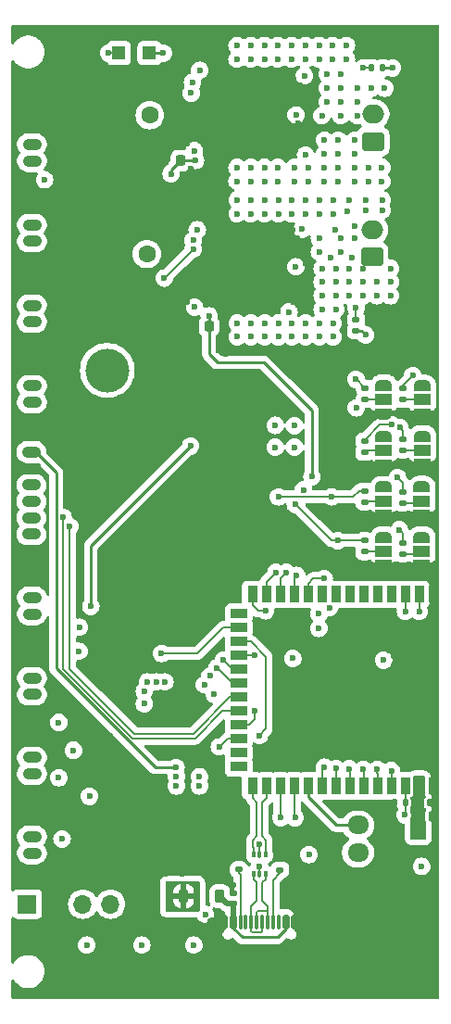
<source format=gbl>
G04 #@! TF.GenerationSoftware,KiCad,Pcbnew,8.0.8*
G04 #@! TF.CreationDate,2025-02-25T21:21:12+02:00*
G04 #@! TF.ProjectId,minisumo_2025,6d696e69-7375-46d6-9f5f-323032352e6b,rev?*
G04 #@! TF.SameCoordinates,Original*
G04 #@! TF.FileFunction,Copper,L4,Bot*
G04 #@! TF.FilePolarity,Positive*
%FSLAX46Y46*%
G04 Gerber Fmt 4.6, Leading zero omitted, Abs format (unit mm)*
G04 Created by KiCad (PCBNEW 8.0.8) date 2025-02-25 21:21:12*
%MOMM*%
%LPD*%
G01*
G04 APERTURE LIST*
G04 Aperture macros list*
%AMRoundRect*
0 Rectangle with rounded corners*
0 $1 Rounding radius*
0 $2 $3 $4 $5 $6 $7 $8 $9 X,Y pos of 4 corners*
0 Add a 4 corners polygon primitive as box body*
4,1,4,$2,$3,$4,$5,$6,$7,$8,$9,$2,$3,0*
0 Add four circle primitives for the rounded corners*
1,1,$1+$1,$2,$3*
1,1,$1+$1,$4,$5*
1,1,$1+$1,$6,$7*
1,1,$1+$1,$8,$9*
0 Add four rect primitives between the rounded corners*
20,1,$1+$1,$2,$3,$4,$5,0*
20,1,$1+$1,$4,$5,$6,$7,0*
20,1,$1+$1,$6,$7,$8,$9,0*
20,1,$1+$1,$8,$9,$2,$3,0*%
%AMFreePoly0*
4,1,19,0.550000,-0.750000,0.000000,-0.750000,0.000000,-0.744911,-0.071157,-0.744911,-0.207708,-0.704816,-0.327430,-0.627875,-0.420627,-0.520320,-0.479746,-0.390866,-0.500000,-0.250000,-0.500000,0.250000,-0.479746,0.390866,-0.420627,0.520320,-0.327430,0.627875,-0.207708,0.704816,-0.071157,0.744911,0.000000,0.744911,0.000000,0.750000,0.550000,0.750000,0.550000,-0.750000,0.550000,-0.750000,
$1*%
%AMFreePoly1*
4,1,19,0.000000,0.744911,0.071157,0.744911,0.207708,0.704816,0.327430,0.627875,0.420627,0.520320,0.479746,0.390866,0.500000,0.250000,0.500000,-0.250000,0.479746,-0.390866,0.420627,-0.520320,0.327430,-0.627875,0.207708,-0.704816,0.071157,-0.744911,0.000000,-0.744911,0.000000,-0.750000,-0.550000,-0.750000,-0.550000,0.750000,0.000000,0.750000,0.000000,0.744911,0.000000,0.744911,
$1*%
G04 Aperture macros list end*
G04 #@! TA.AperFunction,ComponentPad*
%ADD10C,1.600000*%
G04 #@! TD*
G04 #@! TA.AperFunction,ComponentPad*
%ADD11C,0.499999*%
G04 #@! TD*
G04 #@! TA.AperFunction,ComponentPad*
%ADD12RoundRect,0.760000X1.140000X1.140000X-1.140000X1.140000X-1.140000X-1.140000X1.140000X-1.140000X0*%
G04 #@! TD*
G04 #@! TA.AperFunction,ComponentPad*
%ADD13C,4.000000*%
G04 #@! TD*
G04 #@! TA.AperFunction,ComponentPad*
%ADD14RoundRect,0.250000X0.750000X-0.600000X0.750000X0.600000X-0.750000X0.600000X-0.750000X-0.600000X0*%
G04 #@! TD*
G04 #@! TA.AperFunction,ComponentPad*
%ADD15O,2.000000X1.700000*%
G04 #@! TD*
G04 #@! TA.AperFunction,ComponentPad*
%ADD16RoundRect,0.250000X0.725000X-0.600000X0.725000X0.600000X-0.725000X0.600000X-0.725000X-0.600000X0*%
G04 #@! TD*
G04 #@! TA.AperFunction,ComponentPad*
%ADD17O,1.950000X1.700000*%
G04 #@! TD*
G04 #@! TA.AperFunction,ComponentPad*
%ADD18R,1.700000X1.700000*%
G04 #@! TD*
G04 #@! TA.AperFunction,ComponentPad*
%ADD19O,1.700000X1.700000*%
G04 #@! TD*
G04 #@! TA.AperFunction,ComponentPad*
%ADD20RoundRect,0.250000X-0.615000X0.265000X-0.615000X-0.265000X0.615000X-0.265000X0.615000X0.265000X0*%
G04 #@! TD*
G04 #@! TA.AperFunction,ComponentPad*
%ADD21O,1.730000X1.030000*%
G04 #@! TD*
G04 #@! TA.AperFunction,SMDPad,CuDef*
%ADD22RoundRect,0.135000X-0.185000X0.135000X-0.185000X-0.135000X0.185000X-0.135000X0.185000X0.135000X0*%
G04 #@! TD*
G04 #@! TA.AperFunction,SMDPad,CuDef*
%ADD23RoundRect,0.140000X-0.140000X-0.170000X0.140000X-0.170000X0.140000X0.170000X-0.140000X0.170000X0*%
G04 #@! TD*
G04 #@! TA.AperFunction,SMDPad,CuDef*
%ADD24RoundRect,0.150000X0.150000X0.500000X-0.150000X0.500000X-0.150000X-0.500000X0.150000X-0.500000X0*%
G04 #@! TD*
G04 #@! TA.AperFunction,SMDPad,CuDef*
%ADD25RoundRect,0.075000X0.075000X0.575000X-0.075000X0.575000X-0.075000X-0.575000X0.075000X-0.575000X0*%
G04 #@! TD*
G04 #@! TA.AperFunction,HeatsinkPad*
%ADD26O,1.000000X1.600000*%
G04 #@! TD*
G04 #@! TA.AperFunction,HeatsinkPad*
%ADD27O,1.000000X2.100000*%
G04 #@! TD*
G04 #@! TA.AperFunction,SMDPad,CuDef*
%ADD28FreePoly0,90.000000*%
G04 #@! TD*
G04 #@! TA.AperFunction,SMDPad,CuDef*
%ADD29R,1.500000X1.000000*%
G04 #@! TD*
G04 #@! TA.AperFunction,SMDPad,CuDef*
%ADD30FreePoly1,90.000000*%
G04 #@! TD*
G04 #@! TA.AperFunction,SMDPad,CuDef*
%ADD31RoundRect,0.135000X0.135000X0.185000X-0.135000X0.185000X-0.135000X-0.185000X0.135000X-0.185000X0*%
G04 #@! TD*
G04 #@! TA.AperFunction,SMDPad,CuDef*
%ADD32RoundRect,0.225000X-0.225000X-0.375000X0.225000X-0.375000X0.225000X0.375000X-0.225000X0.375000X0*%
G04 #@! TD*
G04 #@! TA.AperFunction,SMDPad,CuDef*
%ADD33RoundRect,0.093750X-0.093750X0.156250X-0.093750X-0.156250X0.093750X-0.156250X0.093750X0.156250X0*%
G04 #@! TD*
G04 #@! TA.AperFunction,SMDPad,CuDef*
%ADD34RoundRect,0.075000X-0.075000X0.250000X-0.075000X-0.250000X0.075000X-0.250000X0.075000X0.250000X0*%
G04 #@! TD*
G04 #@! TA.AperFunction,SMDPad,CuDef*
%ADD35R,1.200000X1.200000*%
G04 #@! TD*
G04 #@! TA.AperFunction,SMDPad,CuDef*
%ADD36RoundRect,0.225000X0.225000X0.250000X-0.225000X0.250000X-0.225000X-0.250000X0.225000X-0.250000X0*%
G04 #@! TD*
G04 #@! TA.AperFunction,SMDPad,CuDef*
%ADD37RoundRect,0.225000X-0.225000X-0.250000X0.225000X-0.250000X0.225000X0.250000X-0.225000X0.250000X0*%
G04 #@! TD*
G04 #@! TA.AperFunction,SMDPad,CuDef*
%ADD38RoundRect,0.140000X0.170000X-0.140000X0.170000X0.140000X-0.170000X0.140000X-0.170000X-0.140000X0*%
G04 #@! TD*
G04 #@! TA.AperFunction,SMDPad,CuDef*
%ADD39RoundRect,0.135000X0.185000X-0.135000X0.185000X0.135000X-0.185000X0.135000X-0.185000X-0.135000X0*%
G04 #@! TD*
G04 #@! TA.AperFunction,SMDPad,CuDef*
%ADD40R,0.900000X1.500000*%
G04 #@! TD*
G04 #@! TA.AperFunction,SMDPad,CuDef*
%ADD41R,1.500000X0.900000*%
G04 #@! TD*
G04 #@! TA.AperFunction,HeatsinkPad*
%ADD42C,0.600000*%
G04 #@! TD*
G04 #@! TA.AperFunction,HeatsinkPad*
%ADD43R,3.900000X3.900000*%
G04 #@! TD*
G04 #@! TA.AperFunction,ViaPad*
%ADD44C,0.600000*%
G04 #@! TD*
G04 #@! TA.AperFunction,Conductor*
%ADD45C,0.200000*%
G04 #@! TD*
G04 #@! TA.AperFunction,Conductor*
%ADD46C,0.250000*%
G04 #@! TD*
G04 #@! TA.AperFunction,Conductor*
%ADD47C,0.203200*%
G04 #@! TD*
G04 #@! TA.AperFunction,Conductor*
%ADD48C,0.150000*%
G04 #@! TD*
G04 #@! TA.AperFunction,Conductor*
%ADD49C,0.500000*%
G04 #@! TD*
G04 APERTURE END LIST*
D10*
G04 #@! TO.P,C22,1*
G04 #@! TO.N,+BATT*
X123260000Y-69900000D03*
G04 #@! TO.P,C22,2*
G04 #@! TO.N,GND*
X120760000Y-69900000D03*
G04 #@! TD*
D11*
G04 #@! TO.P,U1,V*
G04 #@! TO.N,GND*
X125605001Y-100109999D03*
X124305001Y-100109999D03*
X123004999Y-100109999D03*
X121704999Y-100109999D03*
X125605001Y-101410001D03*
X124305001Y-101410001D03*
X123004999Y-101410001D03*
X121704999Y-101410001D03*
G04 #@! TD*
D12*
G04 #@! TO.P,J6,1,Pin_1*
G04 #@! TO.N,GND*
X124640000Y-80530000D03*
D13*
G04 #@! TO.P,J6,2,Pin_2*
G04 #@! TO.N,+BATT*
X119640000Y-80530000D03*
G04 #@! TD*
D14*
G04 #@! TO.P,J4,1,Pin_1*
G04 #@! TO.N,/MOTOR1_A*
X143835000Y-70175000D03*
D15*
G04 #@! TO.P,J4,2,Pin_2*
G04 #@! TO.N,/MOTOR1_B*
X143835000Y-67675000D03*
G04 #@! TD*
D10*
G04 #@! TO.P,C24,1*
G04 #@! TO.N,+BATT*
X123520000Y-57215000D03*
G04 #@! TO.P,C24,2*
G04 #@! TO.N,GND*
X121020000Y-57215000D03*
G04 #@! TD*
D16*
G04 #@! TO.P,J2,1,Pin_1*
G04 #@! TO.N,GND*
X142555000Y-127090000D03*
D17*
G04 #@! TO.P,J2,2,Pin_2*
G04 #@! TO.N,+5V*
X142555000Y-124590000D03*
G04 #@! TO.P,J2,3,Pin_3*
G04 #@! TO.N,/GPIO17*
X142555000Y-122090000D03*
G04 #@! TD*
D18*
G04 #@! TO.P,J3,1,Pin_1*
G04 #@! TO.N,+3V3*
X112320000Y-129300000D03*
D19*
G04 #@! TO.P,J3,2,Pin_2*
G04 #@! TO.N,GND*
X114860000Y-129300000D03*
G04 #@! TO.P,J3,3,Pin_3*
G04 #@! TO.N,/GPIO1*
X117400000Y-129300000D03*
G04 #@! TO.P,J3,4,Pin_4*
G04 #@! TO.N,unconnected-(J3-Pin_4-Pad4)*
X119940000Y-129300000D03*
G04 #@! TD*
D14*
G04 #@! TO.P,J5,1,Pin_1*
G04 #@! TO.N,/MOTOR2_A*
X143930000Y-59630000D03*
D15*
G04 #@! TO.P,J5,2,Pin_2*
G04 #@! TO.N,/MOTOR2_B*
X143930000Y-57130000D03*
G04 #@! TD*
D20*
G04 #@! TO.P,J10,1,Pin_1*
G04 #@! TO.N,GND*
X112750000Y-65750000D03*
D21*
G04 #@! TO.P,J10,2,Pin_2*
G04 #@! TO.N,+5V*
X112750000Y-67250000D03*
G04 #@! TO.P,J10,3,Pin_3*
G04 #@! TO.N,/DISTANCE_R90_OUT*
X112750000Y-68750000D03*
G04 #@! TD*
D22*
G04 #@! TO.P,R2,1*
G04 #@! TO.N,GND*
X135430000Y-125150000D03*
G04 #@! TO.P,R2,2*
G04 #@! TO.N,Net-(J1-CC1)*
X135430000Y-126170000D03*
G04 #@! TD*
D21*
G04 #@! TO.P,J8,1,Pin_1*
G04 #@! TO.N,+3V3*
X112700000Y-88000000D03*
D20*
G04 #@! TO.P,J8,2,Pin_2*
G04 #@! TO.N,GND*
X112700000Y-89500000D03*
D21*
G04 #@! TO.P,J8,3,Pin_3*
G04 #@! TO.N,/GPIO12*
X112700000Y-91000000D03*
G04 #@! TO.P,J8,4,Pin_4*
G04 #@! TO.N,/GPIO11*
X112700000Y-92500000D03*
G04 #@! TO.P,J8,5,Pin_5*
G04 #@! TO.N,/GPIO10*
X112700000Y-94000000D03*
G04 #@! TO.P,J8,6,Pin_6*
G04 #@! TO.N,/DISTANCE_INTR*
X112700000Y-95500000D03*
G04 #@! TD*
D23*
G04 #@! TO.P,C1,1*
G04 #@! TO.N,+3V3*
X148140000Y-120040000D03*
G04 #@! TO.P,C1,2*
G04 #@! TO.N,GND*
X149100000Y-120040000D03*
G04 #@! TD*
D24*
G04 #@! TO.P,J1,A1,GND*
G04 #@! TO.N,GND*
X136750000Y-130915000D03*
G04 #@! TO.P,J1,A4,VBUS*
G04 #@! TO.N,Net-(D3-A)*
X135950000Y-130915000D03*
D25*
G04 #@! TO.P,J1,A5,CC1*
G04 #@! TO.N,Net-(J1-CC1)*
X134800000Y-130915000D03*
G04 #@! TO.P,J1,A6,D+*
G04 #@! TO.N,/D_P*
X133800000Y-130915000D03*
G04 #@! TO.P,J1,A7,D-*
G04 #@! TO.N,/D_N*
X133300000Y-130915000D03*
G04 #@! TO.P,J1,A8,SBU1*
G04 #@! TO.N,unconnected-(J1-SBU1-PadA8)*
X132300000Y-130915000D03*
D24*
G04 #@! TO.P,J1,A9,VBUS*
G04 #@! TO.N,Net-(D3-A)*
X131150000Y-130915000D03*
G04 #@! TO.P,J1,A12,GND*
G04 #@! TO.N,GND*
X130350000Y-130915000D03*
G04 #@! TO.P,J1,B1,GND*
X130350000Y-130915000D03*
G04 #@! TO.P,J1,B4,VBUS*
G04 #@! TO.N,Net-(D3-A)*
X131150000Y-130915000D03*
D25*
G04 #@! TO.P,J1,B5,CC2*
G04 #@! TO.N,Net-(J1-CC2)*
X131800000Y-130915000D03*
G04 #@! TO.P,J1,B6,D+*
G04 #@! TO.N,/D_P*
X132800000Y-130915000D03*
G04 #@! TO.P,J1,B7,D-*
G04 #@! TO.N,/D_N*
X134300000Y-130915000D03*
G04 #@! TO.P,J1,B8,SBU2*
G04 #@! TO.N,unconnected-(J1-SBU2-PadB8)*
X135300000Y-130915000D03*
D24*
G04 #@! TO.P,J1,B9,VBUS*
G04 #@! TO.N,Net-(D3-A)*
X135950000Y-130915000D03*
G04 #@! TO.P,J1,B12,GND*
G04 #@! TO.N,GND*
X136750000Y-130915000D03*
D26*
G04 #@! TO.P,J1,S1,SHIELD*
X137870000Y-135735000D03*
D27*
X137870000Y-131555000D03*
D26*
X129230000Y-135735000D03*
D27*
X129230000Y-131555000D03*
G04 #@! TD*
D20*
G04 #@! TO.P,J11,1,Pin_1*
G04 #@! TO.N,GND*
X112750000Y-73100000D03*
D21*
G04 #@! TO.P,J11,2,Pin_2*
G04 #@! TO.N,+5V*
X112750000Y-74600000D03*
G04 #@! TO.P,J11,3,Pin_3*
G04 #@! TO.N,/DISTANCE_R_OUT*
X112750000Y-76100000D03*
G04 #@! TD*
D28*
G04 #@! TO.P,JP5,1,A*
G04 #@! TO.N,GND*
X144910000Y-89160000D03*
D29*
G04 #@! TO.P,JP5,2,C*
G04 #@! TO.N,Net-(JP5-C)*
X144910000Y-87860000D03*
D30*
G04 #@! TO.P,JP5,3,B*
G04 #@! TO.N,+5V*
X144910000Y-86560000D03*
G04 #@! TD*
D22*
G04 #@! TO.P,R16,1*
G04 #@! TO.N,/D1_2*
X146650000Y-86790000D03*
G04 #@! TO.P,R16,2*
G04 #@! TO.N,Net-(JP6-C)*
X146650000Y-87810000D03*
G04 #@! TD*
D31*
G04 #@! TO.P,R15,1*
G04 #@! TO.N,+3V3*
X144820000Y-52900000D03*
G04 #@! TO.P,R15,2*
G04 #@! TO.N,Net-(U7-~{SF})*
X143800000Y-52900000D03*
G04 #@! TD*
D32*
G04 #@! TO.P,D3,1,K*
G04 #@! TO.N,+5V*
X126612500Y-128570000D03*
G04 #@! TO.P,D3,2,A*
G04 #@! TO.N,Net-(D3-A)*
X129912500Y-128570000D03*
G04 #@! TD*
D22*
G04 #@! TO.P,R14,1*
G04 #@! TO.N,/D1_1*
X143150000Y-87000000D03*
G04 #@! TO.P,R14,2*
G04 #@! TO.N,Net-(JP5-C)*
X143150000Y-88020000D03*
G04 #@! TD*
D20*
G04 #@! TO.P,J15,1,Pin_1*
G04 #@! TO.N,GND*
X112750000Y-121650000D03*
D21*
G04 #@! TO.P,J15,2,Pin_2*
G04 #@! TO.N,+5V*
X112750000Y-123150000D03*
G04 #@! TO.P,J15,3,Pin_3*
G04 #@! TO.N,/LINE_LEFT_OUT*
X112750000Y-124650000D03*
G04 #@! TD*
D22*
G04 #@! TO.P,R20,1*
G04 #@! TO.N,/ND2_2*
X146650000Y-82190000D03*
G04 #@! TO.P,R20,2*
G04 #@! TO.N,Net-(JP8-C)*
X146650000Y-83210000D03*
G04 #@! TD*
G04 #@! TO.P,R10,1*
G04 #@! TO.N,/SLEW_2*
X146650000Y-91640000D03*
G04 #@! TO.P,R10,2*
G04 #@! TO.N,Net-(JP2-C)*
X146650000Y-92660000D03*
G04 #@! TD*
D33*
G04 #@! TO.P,U2,1,I/O1*
G04 #@! TO.N,/D+*
X133012500Y-124800000D03*
D34*
G04 #@! TO.P,U2,2,GND*
G04 #@! TO.N,GND*
X133550000Y-124725000D03*
D33*
G04 #@! TO.P,U2,3,I/O2*
G04 #@! TO.N,/D-*
X134087500Y-124800000D03*
G04 #@! TO.P,U2,4,I/O2*
G04 #@! TO.N,/D_N*
X134087500Y-126500000D03*
D34*
G04 #@! TO.P,U2,5,VBUS*
G04 #@! TO.N,+5V*
X133550000Y-126575000D03*
D33*
G04 #@! TO.P,U2,6,I/O1*
G04 #@! TO.N,/D_P*
X133012500Y-126500000D03*
G04 #@! TD*
D35*
G04 #@! TO.P,D5,1,K*
G04 #@! TO.N,+BATT*
X123500000Y-51550000D03*
G04 #@! TO.P,D5,2,A*
G04 #@! TO.N,Net-(D5-A)*
X120700000Y-51550000D03*
G04 #@! TD*
D28*
G04 #@! TO.P,JP4,1,A*
G04 #@! TO.N,GND*
X148390000Y-98380000D03*
D29*
G04 #@! TO.P,JP4,2,C*
G04 #@! TO.N,Net-(JP4-C)*
X148390000Y-97080000D03*
D30*
G04 #@! TO.P,JP4,3,B*
G04 #@! TO.N,+5V*
X148390000Y-95780000D03*
G04 #@! TD*
D28*
G04 #@! TO.P,JP7,1,A*
G04 #@! TO.N,GND*
X144920000Y-84520000D03*
D29*
G04 #@! TO.P,JP7,2,C*
G04 #@! TO.N,Net-(JP7-C)*
X144920000Y-83220000D03*
D30*
G04 #@! TO.P,JP7,3,B*
G04 #@! TO.N,+5V*
X144920000Y-81920000D03*
G04 #@! TD*
D20*
G04 #@! TO.P,J12,1,Pin_1*
G04 #@! TO.N,GND*
X112750000Y-80450000D03*
D21*
G04 #@! TO.P,J12,2,Pin_2*
G04 #@! TO.N,+5V*
X112750000Y-81950000D03*
G04 #@! TO.P,J12,3,Pin_3*
G04 #@! TO.N,/DISTANCE_RF_OUT*
X112750000Y-83450000D03*
G04 #@! TD*
D22*
G04 #@! TO.P,R12,1*
G04 #@! TO.N,/INV_2*
X146650000Y-96290000D03*
G04 #@! TO.P,R12,2*
G04 #@! TO.N,Net-(JP4-C)*
X146650000Y-97310000D03*
G04 #@! TD*
D20*
G04 #@! TO.P,J13,1,Pin_1*
G04 #@! TO.N,GND*
X112750000Y-114400000D03*
D21*
G04 #@! TO.P,J13,2,Pin_2*
G04 #@! TO.N,+5V*
X112750000Y-115900000D03*
G04 #@! TO.P,J13,3,Pin_3*
G04 #@! TO.N,/DISTANCE_L90_OUT*
X112750000Y-117400000D03*
G04 #@! TD*
D28*
G04 #@! TO.P,JP1,1,A*
G04 #@! TO.N,GND*
X144900000Y-93780000D03*
D29*
G04 #@! TO.P,JP1,2,C*
G04 #@! TO.N,Net-(JP1-C)*
X144900000Y-92480000D03*
D30*
G04 #@! TO.P,JP1,3,B*
G04 #@! TO.N,+5V*
X144900000Y-91180000D03*
G04 #@! TD*
D28*
G04 #@! TO.P,JP6,1,A*
G04 #@! TO.N,GND*
X148460000Y-89140000D03*
D29*
G04 #@! TO.P,JP6,2,C*
G04 #@! TO.N,Net-(JP6-C)*
X148460000Y-87840000D03*
D30*
G04 #@! TO.P,JP6,3,B*
G04 #@! TO.N,+5V*
X148460000Y-86540000D03*
G04 #@! TD*
D36*
G04 #@! TO.P,C27,1*
G04 #@! TO.N,+3V3*
X128950000Y-76500000D03*
G04 #@! TO.P,C27,2*
G04 #@! TO.N,GND*
X127400000Y-76500000D03*
G04 #@! TD*
D28*
G04 #@! TO.P,JP3,1,A*
G04 #@! TO.N,GND*
X144900000Y-98380000D03*
D29*
G04 #@! TO.P,JP3,2,C*
G04 #@! TO.N,Net-(JP3-C)*
X144900000Y-97080000D03*
D30*
G04 #@! TO.P,JP3,3,B*
G04 #@! TO.N,+5V*
X144900000Y-95780000D03*
G04 #@! TD*
D20*
G04 #@! TO.P,J14,1,Pin_1*
G04 #@! TO.N,GND*
X112750000Y-107150000D03*
D21*
G04 #@! TO.P,J14,2,Pin_2*
G04 #@! TO.N,+5V*
X112750000Y-108650000D03*
G04 #@! TO.P,J14,3,Pin_3*
G04 #@! TO.N,/DISTANCE_L_OUT*
X112750000Y-110150000D03*
G04 #@! TD*
D36*
G04 #@! TO.P,C28,1*
G04 #@! TO.N,+3V3*
X126346351Y-61355026D03*
G04 #@! TO.P,C28,2*
G04 #@! TO.N,GND*
X124796351Y-61355026D03*
G04 #@! TD*
D22*
G04 #@! TO.P,R11,1*
G04 #@! TO.N,/INV_1*
X143150000Y-96090000D03*
G04 #@! TO.P,R11,2*
G04 #@! TO.N,Net-(JP3-C)*
X143150000Y-97110000D03*
G04 #@! TD*
G04 #@! TO.P,R9,1*
G04 #@! TO.N,/SLEW_1*
X143150000Y-91540000D03*
G04 #@! TO.P,R9,2*
G04 #@! TO.N,Net-(JP1-C)*
X143150000Y-92560000D03*
G04 #@! TD*
D23*
G04 #@! TO.P,C32,1*
G04 #@! TO.N,GND*
X145910000Y-120040000D03*
G04 #@! TO.P,C32,2*
G04 #@! TO.N,/ESP_EN*
X146870000Y-120040000D03*
G04 #@! TD*
D28*
G04 #@! TO.P,JP8,1,A*
G04 #@! TO.N,GND*
X148450000Y-84530000D03*
D29*
G04 #@! TO.P,JP8,2,C*
G04 #@! TO.N,Net-(JP8-C)*
X148450000Y-83230000D03*
D30*
G04 #@! TO.P,JP8,3,B*
G04 #@! TO.N,+5V*
X148450000Y-81930000D03*
G04 #@! TD*
D22*
G04 #@! TO.P,R19,1*
G04 #@! TO.N,/ND2_1*
X143200000Y-82150000D03*
G04 #@! TO.P,R19,2*
G04 #@! TO.N,Net-(JP7-C)*
X143200000Y-83170000D03*
G04 #@! TD*
D37*
G04 #@! TO.P,C2,1*
G04 #@! TO.N,+3V3*
X147875000Y-121300000D03*
G04 #@! TO.P,C2,2*
G04 #@! TO.N,GND*
X149425000Y-121300000D03*
G04 #@! TD*
D38*
G04 #@! TO.P,C6,1*
G04 #@! TO.N,Net-(D3-A)*
X131150000Y-129270000D03*
G04 #@! TO.P,C6,2*
G04 #@! TO.N,GND*
X131150000Y-128310000D03*
G04 #@! TD*
D20*
G04 #@! TO.P,J16,1,Pin_1*
G04 #@! TO.N,GND*
X112750000Y-99800000D03*
D21*
G04 #@! TO.P,J16,2,Pin_2*
G04 #@! TO.N,+5V*
X112750000Y-101300000D03*
G04 #@! TO.P,J16,3,Pin_3*
G04 #@! TO.N,/DISTANCE_LF_OUT*
X112750000Y-102800000D03*
G04 #@! TD*
D20*
G04 #@! TO.P,J9,1,Pin_1*
G04 #@! TO.N,GND*
X112750000Y-58400000D03*
D21*
G04 #@! TO.P,J9,2,Pin_2*
G04 #@! TO.N,+5V*
X112750000Y-59900000D03*
G04 #@! TO.P,J9,3,Pin_3*
G04 #@! TO.N,/LINE_RIGHT_OUT*
X112750000Y-61400000D03*
G04 #@! TD*
D39*
G04 #@! TO.P,R13,1*
G04 #@! TO.N,+3V3*
X142381398Y-76918228D03*
G04 #@! TO.P,R13,2*
G04 #@! TO.N,Net-(U6-~{SF})*
X142381398Y-75898228D03*
G04 #@! TD*
D40*
G04 #@! TO.P,U3,1,GND*
G04 #@! TO.N,GND*
X149410000Y-118500000D03*
G04 #@! TO.P,U3,2,3V3*
G04 #@! TO.N,+3V3*
X148140000Y-118500000D03*
G04 #@! TO.P,U3,3,EN*
G04 #@! TO.N,/ESP_EN*
X146870000Y-118500000D03*
G04 #@! TO.P,U3,4,IO4*
G04 #@! TO.N,/DISTANCE_R90*
X145600000Y-118500000D03*
G04 #@! TO.P,U3,5,IO5*
G04 #@! TO.N,/DISTANCE_R*
X144330000Y-118500000D03*
G04 #@! TO.P,U3,6,IO6*
G04 #@! TO.N,/DISTANCE_RF*
X143060000Y-118500000D03*
G04 #@! TO.P,U3,7,IO7*
G04 #@! TO.N,/DISTANCE_LF*
X141790000Y-118500000D03*
G04 #@! TO.P,U3,8,IO15*
G04 #@! TO.N,/DISTANCE_L*
X140520000Y-118500000D03*
G04 #@! TO.P,U3,9,IO16*
G04 #@! TO.N,/DISTANCE_L90*
X139250000Y-118500000D03*
G04 #@! TO.P,U3,10,IO17*
G04 #@! TO.N,/GPIO17*
X137980000Y-118500000D03*
G04 #@! TO.P,U3,11,IO18*
G04 #@! TO.N,/GPIO18*
X136710000Y-118500000D03*
G04 #@! TO.P,U3,12,IO8*
G04 #@! TO.N,/GPIO8*
X135440000Y-118500000D03*
G04 #@! TO.P,U3,13,USB_D-*
G04 #@! TO.N,/D-*
X134170000Y-118500000D03*
G04 #@! TO.P,U3,14,USB_D+*
G04 #@! TO.N,/D+*
X132900000Y-118500000D03*
D41*
G04 #@! TO.P,U3,15,IO3*
G04 #@! TO.N,unconnected-(U3-IO3-Pad15)*
X131650000Y-116735000D03*
G04 #@! TO.P,U3,16,IO46*
G04 #@! TO.N,unconnected-(U3-IO46-Pad16)*
X131650000Y-115465000D03*
G04 #@! TO.P,U3,17,IO9*
G04 #@! TO.N,/DISTANCE_INTR*
X131650000Y-114195000D03*
G04 #@! TO.P,U3,18,IO10*
G04 #@! TO.N,/GPIO10*
X131650000Y-112925000D03*
G04 #@! TO.P,U3,19,IO11*
G04 #@! TO.N,/GPIO11*
X131650000Y-111655000D03*
G04 #@! TO.P,U3,20,IO12*
G04 #@! TO.N,/GPIO12*
X131650000Y-110385000D03*
G04 #@! TO.P,U3,21,IO13*
G04 #@! TO.N,/GPIO13*
X131650000Y-109115000D03*
G04 #@! TO.P,U3,22,IO14*
G04 #@! TO.N,/GPIO14*
X131650000Y-107845000D03*
G04 #@! TO.P,U3,23,IO21*
G04 #@! TO.N,/GPIO21*
X131650000Y-106575000D03*
G04 #@! TO.P,U3,24,IO47*
G04 #@! TO.N,/GPIO47*
X131650000Y-105305000D03*
G04 #@! TO.P,U3,25,IO48*
G04 #@! TO.N,/GPIO48*
X131650000Y-104035000D03*
G04 #@! TO.P,U3,26,IO45*
G04 #@! TO.N,unconnected-(U3-IO45-Pad26)*
X131650000Y-102765000D03*
D40*
G04 #@! TO.P,U3,27,IO0*
G04 #@! TO.N,/ESP_BOOT*
X132900000Y-101000000D03*
G04 #@! TO.P,U3,28,IO35*
G04 #@! TO.N,/GPIO35*
X134170000Y-101000000D03*
G04 #@! TO.P,U3,29,IO36*
G04 #@! TO.N,/GPIO36*
X135440000Y-101000000D03*
G04 #@! TO.P,U3,30,IO37*
G04 #@! TO.N,/GPIO37*
X136710000Y-101000000D03*
G04 #@! TO.P,U3,31,IO38*
G04 #@! TO.N,/GPIO38*
X137980000Y-101000000D03*
G04 #@! TO.P,U3,32,IO39*
G04 #@! TO.N,unconnected-(U3-IO39-Pad32)*
X139250000Y-101000000D03*
G04 #@! TO.P,U3,33,IO40*
G04 #@! TO.N,unconnected-(U3-IO40-Pad33)*
X140520000Y-101000000D03*
G04 #@! TO.P,U3,34,IO41*
G04 #@! TO.N,unconnected-(U3-IO41-Pad34)*
X141790000Y-101000000D03*
G04 #@! TO.P,U3,35,IO42*
G04 #@! TO.N,unconnected-(U3-IO42-Pad35)*
X143060000Y-101000000D03*
G04 #@! TO.P,U3,36,RXD0*
G04 #@! TO.N,unconnected-(U3-RXD0-Pad36)*
X144330000Y-101000000D03*
G04 #@! TO.P,U3,37,TXD0*
G04 #@! TO.N,unconnected-(U3-TXD0-Pad37)*
X145600000Y-101000000D03*
G04 #@! TO.P,U3,38,IO2*
G04 #@! TO.N,/CASE*
X146870000Y-101000000D03*
G04 #@! TO.P,U3,39,IO1*
G04 #@! TO.N,/GPIO1*
X148140000Y-101000000D03*
G04 #@! TO.P,U3,40,GND*
G04 #@! TO.N,GND*
X149410000Y-101000000D03*
D42*
G04 #@! TO.P,U3,41,GND*
X140990000Y-112650000D03*
X142390000Y-112650000D03*
X140290000Y-111950000D03*
X141690000Y-111950000D03*
X143090000Y-111950000D03*
X140990000Y-111250000D03*
D43*
X141690000Y-111250000D03*
D42*
X142390000Y-111250000D03*
X140290000Y-110550000D03*
X141690000Y-110550000D03*
X143090000Y-110550000D03*
X140990000Y-109850000D03*
X142390000Y-109850000D03*
G04 #@! TD*
D28*
G04 #@! TO.P,JP2,1,A*
G04 #@! TO.N,GND*
X148390000Y-93760000D03*
D29*
G04 #@! TO.P,JP2,2,C*
G04 #@! TO.N,Net-(JP2-C)*
X148390000Y-92460000D03*
D30*
G04 #@! TO.P,JP2,3,B*
G04 #@! TO.N,+5V*
X148390000Y-91160000D03*
G04 #@! TD*
D22*
G04 #@! TO.P,R3,1*
G04 #@! TO.N,GND*
X131680000Y-125135000D03*
G04 #@! TO.P,R3,2*
G04 #@! TO.N,Net-(J1-CC2)*
X131680000Y-126155000D03*
G04 #@! TD*
D44*
G04 #@! TO.N,/GPIO8*
X115500000Y-123350000D03*
G04 #@! TO.N,GND*
X118000000Y-114500000D03*
X122500000Y-118000000D03*
X120000000Y-118000000D03*
X117500000Y-118000000D03*
X121000000Y-117000000D03*
X119000000Y-117000000D03*
X117000000Y-63500000D03*
X116000000Y-65000000D03*
X120000000Y-65000000D03*
X118000000Y-65000000D03*
X118000000Y-62500000D03*
X118000000Y-60500000D03*
X118000000Y-58500000D03*
X147000000Y-74000000D03*
X146500000Y-51000000D03*
X144500000Y-51500000D03*
X147000000Y-62000000D03*
X148000000Y-57500000D03*
X147500000Y-56000000D03*
X148500000Y-54000000D03*
X147500000Y-52000000D03*
X149000000Y-50000000D03*
X148000000Y-136000000D03*
X145500000Y-136000000D03*
X143000000Y-136000000D03*
X140500000Y-136000000D03*
X149000000Y-134500000D03*
X146500000Y-134500000D03*
X144000000Y-134500000D03*
X141500000Y-134500000D03*
X148000000Y-133000000D03*
X145500000Y-133000000D03*
X143000000Y-133000000D03*
X149000000Y-131500000D03*
X146500000Y-131500000D03*
X144000000Y-131500000D03*
X148000000Y-130000000D03*
X145500000Y-130000000D03*
X140500000Y-130000000D03*
X112500000Y-126500000D03*
X114500000Y-126500000D03*
X123000000Y-126500000D03*
X119500000Y-126500000D03*
X131000000Y-124000000D03*
X126500000Y-124500000D03*
X124500000Y-124500000D03*
X122500000Y-124500000D03*
X120500000Y-124500000D03*
X129500000Y-123000000D03*
X127500000Y-123000000D03*
X125500000Y-123000000D03*
X123500000Y-123000000D03*
X121500000Y-123000000D03*
X120000000Y-54500000D03*
X118000000Y-56500000D03*
X118000000Y-54500000D03*
X116500000Y-55500000D03*
X115000000Y-56500000D03*
X115000000Y-54500000D03*
X113500000Y-55500000D03*
X112000000Y-56500000D03*
X112000000Y-54500000D03*
X131160000Y-127570000D03*
X131600000Y-69225000D03*
X116250000Y-110500000D03*
X137100000Y-58000000D03*
X138000000Y-55250000D03*
X127570000Y-62630000D03*
X137775000Y-69220000D03*
X128170000Y-49300000D03*
X120050000Y-110050000D03*
X137250000Y-56000000D03*
X129100000Y-49400000D03*
X136700000Y-74300000D03*
X120700000Y-110600000D03*
X114900000Y-109150000D03*
X137775000Y-70720000D03*
X134000000Y-57755000D03*
X132825000Y-71750000D03*
X137800000Y-73600000D03*
X130375000Y-69225000D03*
X134075000Y-69200000D03*
X127800000Y-65100000D03*
X133975000Y-56580000D03*
X132725000Y-57755000D03*
X119900000Y-113900000D03*
X118510000Y-113730000D03*
X130375000Y-70600000D03*
X133550000Y-123790000D03*
X145600000Y-105400000D03*
X145850000Y-106550000D03*
X129775000Y-78720000D03*
X131600000Y-71785000D03*
X132725000Y-59030000D03*
X126935000Y-73650000D03*
X134000000Y-59030000D03*
X138000000Y-58250000D03*
X118600000Y-108700000D03*
X132700000Y-56580000D03*
X130275000Y-56605000D03*
X131525000Y-59055000D03*
X134100000Y-73025000D03*
X132825000Y-73025000D03*
X131525000Y-57780000D03*
X127800000Y-65800000D03*
X136600000Y-67700000D03*
X136700000Y-53900000D03*
X132700000Y-55205000D03*
X131500000Y-56605000D03*
X126920000Y-62660000D03*
X137250000Y-59000000D03*
X119400000Y-109500000D03*
X130275000Y-55230000D03*
X126900000Y-59800000D03*
X138000000Y-59750000D03*
X145800000Y-107600000D03*
X133975000Y-55205000D03*
X130300000Y-59055000D03*
X137025000Y-69970000D03*
X130510000Y-79000000D03*
X137775000Y-72220000D03*
X137250000Y-54500000D03*
X130300000Y-57780000D03*
X127250000Y-62100000D03*
X126300000Y-60200000D03*
X115600000Y-109850000D03*
X132800000Y-69200000D03*
X121350000Y-111150000D03*
X131600000Y-70600000D03*
X130375000Y-71785000D03*
X131600000Y-73060000D03*
X137025000Y-72970000D03*
X126965000Y-74300000D03*
X136800000Y-60400000D03*
X130375000Y-73060000D03*
X117000000Y-111150000D03*
X134075000Y-70575000D03*
X126405000Y-73970000D03*
X137025000Y-68470000D03*
X127200000Y-65500000D03*
X132800000Y-70575000D03*
X138000000Y-56750000D03*
X134100000Y-71750000D03*
X126200000Y-59500000D03*
X131500000Y-55230000D03*
G04 #@! TO.N,/CASE*
X146900000Y-102550000D03*
X117750000Y-133050000D03*
G04 #@! TO.N,+3V3*
X144892417Y-107010000D03*
X147950000Y-122100000D03*
X128951518Y-75550000D03*
X143250000Y-77300000D03*
X125475000Y-62575000D03*
X148450000Y-122600000D03*
X125925000Y-116825000D03*
X127700000Y-61350000D03*
X128050000Y-117650000D03*
X145700000Y-52900000D03*
X125950000Y-118500000D03*
X128050000Y-118500000D03*
X128594676Y-130232753D03*
X138350000Y-90250000D03*
X125950000Y-117650000D03*
X147850000Y-123050000D03*
X137575000Y-91450000D03*
X118000000Y-119450000D03*
G04 #@! TO.N,+5V*
X124100000Y-109000000D03*
X125322500Y-129570000D03*
X136750000Y-87550000D03*
X133550000Y-125830000D03*
X136600000Y-106850000D03*
X135000000Y-87550000D03*
X148450000Y-81930000D03*
X135000000Y-85560000D03*
X127752500Y-129570000D03*
X123025000Y-111000000D03*
X144910000Y-86560000D03*
X127752500Y-127570000D03*
X125322500Y-127680000D03*
X123300000Y-109000000D03*
X136750000Y-85600000D03*
X148390000Y-95780000D03*
X148370000Y-125855000D03*
X148390000Y-91160000D03*
X123025000Y-109875000D03*
X144900000Y-91180000D03*
X124900000Y-109000000D03*
X144920000Y-81920000D03*
X138070000Y-124770000D03*
X144900000Y-95780000D03*
X148460000Y-86540000D03*
G04 #@! TO.N,/ESP_EN*
X146850000Y-121150000D03*
X127550000Y-133050000D03*
G04 #@! TO.N,/ESP_BOOT*
X122800000Y-133050000D03*
X134100000Y-102500000D03*
G04 #@! TO.N,+BATT*
X124750000Y-51550000D03*
G04 #@! TO.N,/DISTANCE_L_OUT*
X128510000Y-109240000D03*
G04 #@! TO.N,/DISTANCE_LF_OUT*
X129020000Y-108460000D03*
G04 #@! TO.N,/DISTANCE_R90*
X145600000Y-117100000D03*
G04 #@! TO.N,/DISTANCE_L90*
X139500000Y-116800000D03*
G04 #@! TO.N,/DISTANCE_R90_OUT*
X139928731Y-102229629D03*
G04 #@! TO.N,/DISTANCE_L90_OUT*
X129400000Y-110130000D03*
G04 #@! TO.N,/DISTANCE_LF*
X141775000Y-116950000D03*
G04 #@! TO.N,/DISTANCE_RF_OUT*
X138975000Y-104100000D03*
G04 #@! TO.N,/DISTANCE_L*
X140550000Y-116900000D03*
G04 #@! TO.N,/DISTANCE_R_OUT*
X138975000Y-102780000D03*
G04 #@! TO.N,/DISTANCE_RF*
X143050000Y-117000000D03*
G04 #@! TO.N,/DISTANCE_R*
X144325000Y-117000000D03*
G04 #@! TO.N,/SLEW_1*
X124850000Y-72100000D03*
X140150000Y-92080000D03*
X127500496Y-69459892D03*
X135290735Y-92089265D03*
G04 #@! TO.N,/INV_1*
X140700000Y-96090000D03*
X127618210Y-74761866D03*
X136840000Y-92790000D03*
G04 #@! TO.N,/SLEW_2*
X146166422Y-90333578D03*
X127305000Y-55205000D03*
G04 #@! TO.N,/INV_2*
X127600000Y-60475000D03*
X146350000Y-95100000D03*
G04 #@! TO.N,/D1_1*
X142400000Y-83950000D03*
X145610000Y-85500000D03*
X137450000Y-67650000D03*
G04 #@! TO.N,/ND2_1*
X142370000Y-81350000D03*
X136248757Y-75196498D03*
G04 #@! TO.N,/D1_2*
X146370000Y-85750000D03*
X137650000Y-53625000D03*
G04 #@! TO.N,/ND2_2*
X137750000Y-60850000D03*
X147566471Y-81016471D03*
G04 #@! TO.N,/GPIO12*
X116200000Y-94800000D03*
G04 #@! TO.N,/GPIO13*
X129650000Y-107700000D03*
X117050000Y-106200000D03*
G04 #@! TO.N,/GPIO37*
X128085000Y-53115000D03*
X136950000Y-99270000D03*
G04 #@! TO.N,/GPIO1*
X148150000Y-102550000D03*
G04 #@! TO.N,/GPIO10*
X133100000Y-111600000D03*
G04 #@! TO.N,/GPIO8*
X135500000Y-121400000D03*
G04 #@! TO.N,/GPIO38*
X127428411Y-54224376D03*
X139460000Y-99550000D03*
G04 #@! TO.N,/GPIO21*
X133075000Y-106575000D03*
X115200000Y-117750000D03*
G04 #@! TO.N,/GPIO11*
X115600000Y-93950000D03*
G04 #@! TO.N,/GPIO14*
X115200000Y-112700000D03*
X130250000Y-107000000D03*
G04 #@! TO.N,/GPIO35*
X135050000Y-99000000D03*
X127861748Y-67687851D03*
G04 #@! TO.N,/GPIO18*
X136800000Y-121400000D03*
X113900000Y-63117628D03*
G04 #@! TO.N,/GPIO36*
X127487222Y-68660000D03*
X136000000Y-99000000D03*
G04 #@! TO.N,/MOTOR1_B*
X141775000Y-64970000D03*
X136525000Y-66220000D03*
X143275000Y-64970000D03*
X141025000Y-68470000D03*
X131525000Y-64970000D03*
X140275000Y-66220000D03*
X144760000Y-65890000D03*
X141570000Y-65990000D03*
X137775000Y-64970000D03*
X142275000Y-68470000D03*
X139025000Y-68470000D03*
X139025000Y-64970000D03*
X140470000Y-67710000D03*
X144775000Y-64970000D03*
X132775000Y-66220000D03*
X142220000Y-67390000D03*
X132775000Y-64970000D03*
X143280000Y-65890000D03*
X131525000Y-66220000D03*
X136525000Y-64970000D03*
X134025000Y-66220000D03*
X135275000Y-66220000D03*
X135275000Y-64970000D03*
X134025000Y-64970000D03*
X140275000Y-64970000D03*
X139025000Y-66220000D03*
X137775000Y-66220000D03*
G04 #@! TO.N,Net-(U6-~{SF})*
X136875000Y-71075000D03*
X142375000Y-74825000D03*
G04 #@! TO.N,/MOTOR1_A*
X136525000Y-77470000D03*
X140525000Y-74970000D03*
X140275000Y-77470000D03*
X140525000Y-73720000D03*
X142025000Y-70220000D03*
X139025000Y-77470000D03*
X137775000Y-76220000D03*
X141775000Y-73720000D03*
X139275000Y-74970000D03*
X135275000Y-77470000D03*
X132775000Y-77470000D03*
X144275000Y-72470000D03*
X141025000Y-69720000D03*
X140025000Y-70220000D03*
X131525000Y-77470000D03*
X140275000Y-76220000D03*
X139275000Y-72470000D03*
X145525000Y-72470000D03*
X132775000Y-76220000D03*
X144275000Y-73720000D03*
X139275000Y-73720000D03*
X143025000Y-71220000D03*
X136525000Y-76220000D03*
X141775000Y-72470000D03*
X134025000Y-77470000D03*
X139025000Y-76220000D03*
X135275000Y-76220000D03*
X145525000Y-73720000D03*
X143025000Y-72470000D03*
X137775000Y-77470000D03*
X139275000Y-71220000D03*
X140525000Y-71220000D03*
X131525000Y-76220000D03*
X141775000Y-71220000D03*
X139025000Y-69720000D03*
X134025000Y-76220000D03*
X145525000Y-71220000D03*
X143025000Y-73720000D03*
X140525000Y-72470000D03*
G04 #@! TO.N,/MOTOR2_A*
X136750000Y-62000000D03*
X139500000Y-60750000D03*
X142250000Y-60750000D03*
X134000000Y-63250000D03*
X132750000Y-62000000D03*
X131500000Y-63250000D03*
X140750000Y-59500000D03*
X135250000Y-63250000D03*
X142250000Y-62000000D03*
X144750000Y-63250000D03*
X135250000Y-62000000D03*
X140750000Y-60750000D03*
X136750000Y-63250000D03*
X139500000Y-63250000D03*
X138000000Y-63250000D03*
X142250000Y-59500000D03*
X142250000Y-63250000D03*
X140750000Y-63250000D03*
X132750000Y-63250000D03*
X140750000Y-62000000D03*
X139500000Y-62000000D03*
X143500000Y-63250000D03*
X144750000Y-62000000D03*
X139500000Y-59500000D03*
X143500000Y-62000000D03*
X134000000Y-62000000D03*
X131500000Y-62000000D03*
X138000000Y-62000000D03*
G04 #@! TO.N,/MOTOR2_B*
X141500000Y-50850000D03*
X139750000Y-53500000D03*
X139000000Y-52100000D03*
X135250000Y-50850000D03*
X141000000Y-54750000D03*
X136500000Y-52100000D03*
X141000000Y-57250000D03*
X141000000Y-56000000D03*
X142500000Y-54750000D03*
X132750000Y-50850000D03*
X131500000Y-50850000D03*
X136500000Y-50850000D03*
X134000000Y-52100000D03*
X140250000Y-50850000D03*
X132750000Y-52100000D03*
X143750000Y-54750000D03*
X134000000Y-50850000D03*
X142500000Y-56000000D03*
X135250000Y-52100000D03*
X141000000Y-53500000D03*
X139250000Y-57250000D03*
X139750000Y-56000000D03*
X142500000Y-57250000D03*
X140250000Y-52100000D03*
X131500000Y-52100000D03*
X139750000Y-54750000D03*
X145000000Y-54750000D03*
X137750000Y-52100000D03*
X137750000Y-50850000D03*
X139000000Y-50850000D03*
X141500000Y-52100000D03*
G04 #@! TO.N,Net-(U7-~{SF})*
X143050000Y-52900000D03*
X136900000Y-57200000D03*
G04 #@! TO.N,/DISTANCE_INTR*
X129883058Y-114933058D03*
G04 #@! TO.N,Net-(D1-A)*
X118130000Y-102110000D03*
X127250000Y-87450000D03*
G04 #@! TO.N,/GPIO48*
X124600000Y-106400000D03*
X117100000Y-104000000D03*
G04 #@! TO.N,/GPIO47*
X116550000Y-115250000D03*
X133541942Y-113891942D03*
G04 #@! TO.N,Net-(D5-A)*
X119750000Y-51550000D03*
G04 #@! TO.N,GND*
X120000000Y-60500000D03*
X116500000Y-58500000D03*
X120000000Y-62500000D03*
X121500000Y-126500000D03*
X125000000Y-126500000D03*
X126500000Y-126500000D03*
G04 #@! TD*
D45*
G04 #@! TO.N,GND*
X133550000Y-124725000D02*
X133550000Y-123790000D01*
G04 #@! TO.N,Net-(J1-CC1)*
X135430000Y-126170000D02*
X135430000Y-126485000D01*
G04 #@! TO.N,Net-(J1-CC2)*
X131680000Y-126155000D02*
X131680000Y-126470000D01*
G04 #@! TO.N,GND*
X131150000Y-127580000D02*
X131160000Y-127570000D01*
X135952500Y-127605000D02*
X135962500Y-127595000D01*
X131150000Y-128310000D02*
X131150000Y-127580000D01*
G04 #@! TO.N,/CASE*
X146870000Y-101000000D02*
X146870000Y-102520000D01*
X146870000Y-102520000D02*
X146900000Y-102550000D01*
D46*
G04 #@! TO.N,+3V3*
X128951518Y-75550000D02*
X128951518Y-76498482D01*
X129700000Y-79800000D02*
X133930000Y-79800000D01*
X114950000Y-107750000D02*
X124010000Y-116810000D01*
X127694974Y-61355026D02*
X127700000Y-61350000D01*
X112700000Y-88000000D02*
X113115000Y-88000000D01*
X145700000Y-52900000D02*
X144820000Y-52900000D01*
X148125000Y-121045000D02*
X148140000Y-121030000D01*
X124010000Y-116810000D02*
X125910000Y-116810000D01*
X138350000Y-84220000D02*
X138350000Y-90250000D01*
X142868228Y-76918228D02*
X143250000Y-77300000D01*
X142381398Y-76918228D02*
X142868228Y-76918228D01*
D45*
X128951518Y-76498482D02*
X128950000Y-76500000D01*
D46*
X128950000Y-79050000D02*
X129700000Y-79800000D01*
D45*
X128950000Y-75551518D02*
X128951518Y-75550000D01*
D46*
X113115000Y-88000000D02*
X114950000Y-89835000D01*
X133930000Y-79800000D02*
X138350000Y-84220000D01*
X126346351Y-61355026D02*
X127694974Y-61355026D01*
X114950000Y-89835000D02*
X114950000Y-107750000D01*
X125475000Y-62575000D02*
X125475000Y-62226377D01*
X125475000Y-62226377D02*
X126346351Y-61355026D01*
X128950000Y-76500000D02*
X128950000Y-79050000D01*
D45*
G04 #@! TO.N,/D_N*
X133800000Y-127300000D02*
X133800000Y-129000000D01*
X134300000Y-130057500D02*
X134300000Y-131000000D01*
X134300000Y-130915000D02*
X134300000Y-129500000D01*
D47*
X133300000Y-130415000D02*
X133276600Y-130391600D01*
D45*
X133400000Y-129957500D02*
X134200000Y-129957500D01*
D47*
X133300000Y-130415000D02*
X133323400Y-130391600D01*
D45*
X133300000Y-130415000D02*
X133275000Y-130390000D01*
X134087500Y-126500000D02*
X134087500Y-127012500D01*
X133300000Y-130057500D02*
X133400000Y-129957500D01*
X134087500Y-127012500D02*
X133800000Y-127300000D01*
X133300000Y-131000000D02*
X133300000Y-130057500D01*
X134200000Y-129957500D02*
X134300000Y-130057500D01*
X134300000Y-129500000D02*
X133800000Y-129000000D01*
G04 #@! TO.N,/D-*
X134160000Y-123490000D02*
X134160000Y-124120000D01*
X133760000Y-123090000D02*
X134160000Y-123490000D01*
X134170000Y-119625001D02*
X133760000Y-120035001D01*
X134160000Y-124120000D02*
X134087500Y-124192500D01*
X133760000Y-120035001D02*
X133760000Y-123090000D01*
X134170000Y-118500000D02*
X134170000Y-119625001D01*
X134087500Y-124192500D02*
X134087500Y-124800000D01*
G04 #@! TO.N,/D+*
X133012500Y-124800000D02*
X133012500Y-124182500D01*
X132900000Y-119625001D02*
X132900000Y-118500000D01*
X133012500Y-124182500D02*
X132910000Y-124080000D01*
X132910000Y-123490000D02*
X133320000Y-123080000D01*
X133320000Y-120045001D02*
X132900000Y-119625001D01*
X133320000Y-123080000D02*
X133320000Y-120045001D01*
X132910000Y-124080000D02*
X132910000Y-123490000D01*
G04 #@! TO.N,/D_P*
X132800000Y-131800000D02*
X132800000Y-130915000D01*
X132800000Y-129500000D02*
X133300000Y-129000000D01*
X132800000Y-130915000D02*
X132800000Y-129500000D01*
X133800000Y-131800000D02*
X133700000Y-131900000D01*
X133012500Y-127012500D02*
X133300000Y-127300000D01*
X133300000Y-127300000D02*
X133300000Y-129000000D01*
X133700000Y-131900000D02*
X132900000Y-131900000D01*
X133800000Y-130915000D02*
X133800000Y-131800000D01*
X132900000Y-131900000D02*
X132800000Y-131800000D01*
X132800000Y-130415000D02*
X132825000Y-130390000D01*
X133012500Y-126500000D02*
X133012500Y-127012500D01*
G04 #@! TO.N,+5V*
X133550000Y-125830000D02*
X133550000Y-126575000D01*
G04 #@! TO.N,/ESP_EN*
X146870000Y-121130000D02*
X146850000Y-121150000D01*
X146870000Y-120040000D02*
X146870000Y-118500000D01*
X146870000Y-120040000D02*
X146870000Y-121130000D01*
G04 #@! TO.N,/ESP_BOOT*
X133450000Y-102500000D02*
X134100000Y-102500000D01*
X132900000Y-101000000D02*
X132900000Y-101950000D01*
X132900000Y-101950000D02*
X133450000Y-102500000D01*
D46*
G04 #@! TO.N,+BATT*
X123500000Y-51550000D02*
X124750000Y-51550000D01*
D48*
G04 #@! TO.N,/DISTANCE_LF*
X141775000Y-116950000D02*
X141790000Y-116965000D01*
X141790000Y-116965000D02*
X141790000Y-118500000D01*
G04 #@! TO.N,/DISTANCE_RF*
X143060000Y-117010000D02*
X143060000Y-118500000D01*
X143050000Y-117000000D02*
X143060000Y-117010000D01*
G04 #@! TO.N,/DISTANCE_R*
X144330000Y-117355000D02*
X144330000Y-118500000D01*
X144325000Y-117000000D02*
X144325000Y-117350000D01*
X144325000Y-117350000D02*
X144330000Y-117355000D01*
D45*
G04 #@! TO.N,/SLEW_1*
X140150000Y-92080000D02*
X142120000Y-92080000D01*
X124860388Y-72100000D02*
X124850000Y-72100000D01*
X136692206Y-92089265D02*
X135290735Y-92089265D01*
X142120000Y-92080000D02*
X142660000Y-91540000D01*
X136701471Y-92080000D02*
X136692206Y-92089265D01*
X127500496Y-69459892D02*
X124860388Y-72100000D01*
X140150000Y-92080000D02*
X136701471Y-92080000D01*
X143150000Y-91540000D02*
X142660000Y-91540000D01*
G04 #@! TO.N,/INV_1*
X140140000Y-96090000D02*
X140700000Y-96090000D01*
X136840000Y-92790000D02*
X140140000Y-96090000D01*
X143150000Y-96090000D02*
X140700000Y-96090000D01*
G04 #@! TO.N,/SLEW_2*
X146650000Y-90817156D02*
X146166422Y-90333578D01*
X146650000Y-91640000D02*
X146650000Y-90817156D01*
G04 #@! TO.N,/INV_2*
X146650000Y-95400000D02*
X146350000Y-95100000D01*
X146650000Y-96290000D02*
X146650000Y-95400000D01*
G04 #@! TO.N,/D1_1*
X145610000Y-85500000D02*
X144576123Y-85500000D01*
X144576123Y-85500000D02*
X143150000Y-86926123D01*
X143150000Y-86926123D02*
X143150000Y-87000000D01*
G04 #@! TO.N,/ND2_1*
X142370000Y-81350000D02*
X142400000Y-81350000D01*
X142400000Y-81350000D02*
X143200000Y-82150000D01*
G04 #@! TO.N,/D1_2*
X146650000Y-86790000D02*
X146650000Y-86030000D01*
X146650000Y-86030000D02*
X146370000Y-85750000D01*
G04 #@! TO.N,/ND2_2*
X146650000Y-82190000D02*
X146650000Y-81932942D01*
X146650000Y-81932942D02*
X147566471Y-81016471D01*
G04 #@! TO.N,/GPIO12*
X127484314Y-113750000D02*
X130849314Y-110385000D01*
X116200000Y-107833274D02*
X122116726Y-113750000D01*
X130849314Y-110385000D02*
X131650000Y-110385000D01*
X122116726Y-113750000D02*
X127484314Y-113750000D01*
X116200000Y-94800000D02*
X116200000Y-107833274D01*
G04 #@! TO.N,/GPIO13*
X129650000Y-107700000D02*
X129705000Y-107700000D01*
X131120000Y-109115000D02*
X131650000Y-109115000D01*
X129705000Y-107700000D02*
X131120000Y-109115000D01*
G04 #@! TO.N,/GPIO37*
X136710000Y-101000000D02*
X136710000Y-99510000D01*
X136710000Y-99510000D02*
X136950000Y-99270000D01*
G04 #@! TO.N,/GPIO1*
X148140000Y-101000000D02*
X148140000Y-102540000D01*
X148140000Y-102540000D02*
X148150000Y-102550000D01*
G04 #@! TO.N,/GPIO10*
X132600000Y-112925000D02*
X133100000Y-112425000D01*
X131650000Y-112925000D02*
X132600000Y-112925000D01*
X133100000Y-112425000D02*
X133100000Y-111600000D01*
G04 #@! TO.N,/GPIO8*
X135500000Y-121400000D02*
X135440000Y-121340000D01*
X135440000Y-121340000D02*
X135440000Y-118500000D01*
G04 #@! TO.N,/GPIO38*
X137980000Y-100050000D02*
X137980000Y-101000000D01*
X138480000Y-99550000D02*
X137980000Y-100050000D01*
X139460000Y-99550000D02*
X138480000Y-99550000D01*
G04 #@! TO.N,/GPIO21*
X133075000Y-106575000D02*
X131650000Y-106575000D01*
G04 #@! TO.N,/GPIO11*
X121951040Y-114150000D02*
X127650000Y-114150000D01*
X115600000Y-107798960D02*
X121951040Y-114150000D01*
X127650000Y-114150000D02*
X130145000Y-111655000D01*
X115600000Y-93950000D02*
X115600000Y-107798960D01*
X130145000Y-111655000D02*
X131650000Y-111655000D01*
G04 #@! TO.N,/GPIO14*
X131650000Y-107845000D02*
X131095000Y-107845000D01*
X131095000Y-107845000D02*
X130250000Y-107000000D01*
D46*
G04 #@! TO.N,/GPIO17*
X140570000Y-122090000D02*
X142555000Y-122090000D01*
X137980000Y-119500000D02*
X140570000Y-122090000D01*
X137980000Y-118500000D02*
X137980000Y-119500000D01*
D45*
G04 #@! TO.N,/GPIO35*
X134170000Y-99880000D02*
X135050000Y-99000000D01*
X134170000Y-101000000D02*
X134170000Y-99880000D01*
G04 #@! TO.N,/GPIO18*
X136710000Y-121310000D02*
X136710000Y-118500000D01*
X136800000Y-121400000D02*
X136710000Y-121310000D01*
G04 #@! TO.N,/GPIO36*
X136000000Y-99000000D02*
X135440000Y-99560000D01*
X135440000Y-99560000D02*
X135440000Y-101000000D01*
D46*
X135440000Y-101000000D02*
X135440000Y-101580000D01*
D45*
G04 #@! TO.N,Net-(JP1-C)*
X143230000Y-92480000D02*
X143150000Y-92560000D01*
X144900000Y-92480000D02*
X143230000Y-92480000D01*
X144820000Y-92560000D02*
X144900000Y-92480000D01*
G04 #@! TO.N,Net-(U6-~{SF})*
X142381398Y-74831398D02*
X142375000Y-74825000D01*
X142381398Y-75898228D02*
X142381398Y-74831398D01*
G04 #@! TO.N,Net-(JP2-C)*
X148190000Y-92660000D02*
X148390000Y-92460000D01*
X146700000Y-92660000D02*
X148190000Y-92660000D01*
G04 #@! TO.N,Net-(JP3-C)*
X144870000Y-97110000D02*
X144900000Y-97080000D01*
X143150000Y-97110000D02*
X144870000Y-97110000D01*
G04 #@! TO.N,Net-(JP4-C)*
X148160000Y-97310000D02*
X148390000Y-97080000D01*
X146650000Y-97310000D02*
X148160000Y-97310000D01*
G04 #@! TO.N,Net-(JP5-C)*
X144910000Y-87860000D02*
X143310000Y-87860000D01*
X143310000Y-87860000D02*
X143150000Y-88020000D01*
X144750000Y-88020000D02*
X144910000Y-87860000D01*
G04 #@! TO.N,Net-(JP6-C)*
X148430000Y-87810000D02*
X148460000Y-87840000D01*
X146650000Y-87810000D02*
X148430000Y-87810000D01*
G04 #@! TO.N,Net-(JP7-C)*
X144920000Y-83220000D02*
X143250000Y-83220000D01*
X144910000Y-83210000D02*
X144920000Y-83220000D01*
X143250000Y-83220000D02*
X143200000Y-83170000D01*
G04 #@! TO.N,Net-(JP8-C)*
X148430000Y-83210000D02*
X148450000Y-83230000D01*
X146650000Y-83210000D02*
X148430000Y-83210000D01*
G04 #@! TO.N,Net-(U7-~{SF})*
X143800000Y-52900000D02*
X143050000Y-52900000D01*
G04 #@! TO.N,/DISTANCE_INTR*
X131650000Y-114195000D02*
X130621116Y-114195000D01*
X130621116Y-114195000D02*
X129883058Y-114933058D01*
G04 #@! TO.N,Net-(J1-CC1)*
X134800000Y-130915000D02*
X134800000Y-127115000D01*
X134800000Y-127115000D02*
X135430000Y-126485000D01*
G04 #@! TO.N,Net-(J1-CC2)*
X131800000Y-130915000D02*
X131800000Y-126590000D01*
X131800000Y-126590000D02*
X131680000Y-126470000D01*
D46*
G04 #@! TO.N,Net-(D3-A)*
X135950000Y-130915000D02*
X135950000Y-131564999D01*
D45*
X135950000Y-131447410D02*
X135950000Y-130915000D01*
D46*
X131150000Y-131500000D02*
X131150000Y-130915000D01*
D49*
X131150000Y-129270000D02*
X130612500Y-129270000D01*
X131150000Y-129270000D02*
X131150000Y-130915000D01*
D46*
X135189999Y-132325000D02*
X131975000Y-132325000D01*
X135950000Y-131564999D02*
X135189999Y-132325000D01*
X131975000Y-132325000D02*
X131150000Y-131500000D01*
D49*
X130612500Y-129270000D02*
X129912500Y-128570000D01*
D46*
G04 #@! TO.N,Net-(D1-A)*
X118130000Y-96560000D02*
X127240000Y-87450000D01*
X118130000Y-102110000D02*
X118130000Y-96560000D01*
X127240000Y-87450000D02*
X127250000Y-87450000D01*
D45*
G04 #@! TO.N,/GPIO48*
X130215000Y-104035000D02*
X127850000Y-106400000D01*
X131650000Y-104035000D02*
X130215000Y-104035000D01*
X127850000Y-106400000D02*
X124600000Y-106400000D01*
G04 #@! TO.N,/GPIO47*
X132755000Y-105305000D02*
X134150000Y-106700000D01*
X131650000Y-105305000D02*
X132755000Y-105305000D01*
X134150000Y-106700000D02*
X134150000Y-113283884D01*
X134150000Y-113283884D02*
X133541942Y-113891942D01*
G04 #@! TO.N,Net-(D5-A)*
X119750000Y-51550000D02*
X120700000Y-51550000D01*
D48*
G04 #@! TO.N,/DISTANCE_L*
X140520000Y-118500000D02*
X140520000Y-116930000D01*
X140520000Y-116930000D02*
X140550000Y-116900000D01*
G04 #@! TO.N,/DISTANCE_L90*
X139250000Y-117050000D02*
X139250000Y-118500000D01*
X139500000Y-116800000D02*
X139250000Y-117050000D01*
G04 #@! TO.N,/DISTANCE_R90*
X145600000Y-117100000D02*
X145600000Y-118500000D01*
G04 #@! TD*
G04 #@! TA.AperFunction,Conductor*
G04 #@! TO.N,+3V3*
G36*
X148652539Y-117619685D02*
G01*
X148698294Y-117672489D01*
X148709500Y-117724000D01*
X148709500Y-119274678D01*
X148724032Y-119347735D01*
X148724033Y-119347738D01*
X148750008Y-119386614D01*
X148770884Y-119453292D01*
X148752398Y-119520672D01*
X148732996Y-119541727D01*
X148734509Y-119543240D01*
X148640145Y-119637603D01*
X148640142Y-119637608D01*
X148583981Y-119747827D01*
X148583981Y-119747828D01*
X148569500Y-119839264D01*
X148569500Y-120240739D01*
X148583981Y-120332170D01*
X148583981Y-120332171D01*
X148583982Y-120332174D01*
X148583983Y-120332175D01*
X148640141Y-120442391D01*
X148727609Y-120529859D01*
X148727611Y-120529860D01*
X148727614Y-120529863D01*
X148735508Y-120535599D01*
X148733411Y-120538483D01*
X148771178Y-120574153D01*
X148788086Y-120636127D01*
X148788660Y-120769278D01*
X148780843Y-120813146D01*
X148730587Y-120947887D01*
X148724500Y-121004498D01*
X148724500Y-121595481D01*
X148724501Y-121595490D01*
X148730588Y-121652116D01*
X148781471Y-121788536D01*
X148780466Y-121788910D01*
X148793269Y-121838624D01*
X148799463Y-123275465D01*
X148780067Y-123342589D01*
X148727461Y-123388571D01*
X148675464Y-123400000D01*
X147474000Y-123400000D01*
X147406961Y-123380315D01*
X147361206Y-123327511D01*
X147350000Y-123276000D01*
X147350000Y-121406082D01*
X147359438Y-121358632D01*
X147386330Y-121293709D01*
X147405250Y-121150000D01*
X147386330Y-121006291D01*
X147359439Y-120941369D01*
X147350000Y-120893917D01*
X147350000Y-120432632D01*
X147363515Y-120376337D01*
X147386017Y-120332175D01*
X147386017Y-120332173D01*
X147386018Y-120332172D01*
X147386018Y-120332171D01*
X147389901Y-120307650D01*
X147400500Y-120240735D01*
X147400499Y-119839266D01*
X147400499Y-119839264D01*
X147400499Y-119839260D01*
X147386017Y-119747826D01*
X147386017Y-119747825D01*
X147363515Y-119703662D01*
X147350000Y-119647367D01*
X147350000Y-119596879D01*
X147369685Y-119529840D01*
X147409382Y-119495441D01*
X147407585Y-119492751D01*
X147417739Y-119485966D01*
X147417740Y-119485966D01*
X147500601Y-119430601D01*
X147555966Y-119347740D01*
X147570500Y-119274674D01*
X147570500Y-117725326D01*
X147570500Y-117724000D01*
X147590185Y-117656961D01*
X147642989Y-117611206D01*
X147694500Y-117600000D01*
X148585500Y-117600000D01*
X148652539Y-117619685D01*
G37*
G04 #@! TD.AperFunction*
G04 #@! TD*
G04 #@! TA.AperFunction,Conductor*
G04 #@! TO.N,+5V*
G36*
X128025539Y-127209685D02*
G01*
X128071294Y-127262489D01*
X128082500Y-127314000D01*
X128082500Y-129885603D01*
X128062815Y-129952642D01*
X128010011Y-129998397D01*
X127958104Y-130009602D01*
X125076104Y-130000394D01*
X125009128Y-129980496D01*
X124963542Y-129927546D01*
X124952500Y-129876395D01*
X124952500Y-128993322D01*
X125662501Y-128993322D01*
X125672644Y-129092607D01*
X125725952Y-129253481D01*
X125725957Y-129253492D01*
X125814924Y-129397728D01*
X125814927Y-129397732D01*
X125934767Y-129517572D01*
X125934771Y-129517575D01*
X126079007Y-129606542D01*
X126079018Y-129606547D01*
X126239893Y-129659855D01*
X126339183Y-129669999D01*
X126862500Y-129669999D01*
X126885808Y-129669999D01*
X126885822Y-129669998D01*
X126985107Y-129659855D01*
X127145981Y-129606547D01*
X127145992Y-129606542D01*
X127290228Y-129517575D01*
X127290232Y-129517572D01*
X127410072Y-129397732D01*
X127410075Y-129397728D01*
X127499042Y-129253492D01*
X127499047Y-129253481D01*
X127552355Y-129092606D01*
X127562499Y-128993322D01*
X127562500Y-128993309D01*
X127562500Y-128820000D01*
X126862500Y-128820000D01*
X126862500Y-129669999D01*
X126339183Y-129669999D01*
X126362500Y-129669998D01*
X126362500Y-128820000D01*
X125662501Y-128820000D01*
X125662501Y-128993322D01*
X124952500Y-128993322D01*
X124952500Y-128146677D01*
X125662500Y-128146677D01*
X125662500Y-128320000D01*
X126362500Y-128320000D01*
X126862500Y-128320000D01*
X127562499Y-128320000D01*
X127562499Y-128146692D01*
X127562498Y-128146677D01*
X127552355Y-128047392D01*
X127499047Y-127886518D01*
X127499042Y-127886507D01*
X127410075Y-127742271D01*
X127410072Y-127742267D01*
X127290232Y-127622427D01*
X127290228Y-127622424D01*
X127145992Y-127533457D01*
X127145981Y-127533452D01*
X126985106Y-127480144D01*
X126885822Y-127470000D01*
X126862500Y-127470000D01*
X126862500Y-128320000D01*
X126362500Y-128320000D01*
X126362500Y-127469999D01*
X126339193Y-127470000D01*
X126339174Y-127470001D01*
X126239892Y-127480144D01*
X126079018Y-127533452D01*
X126079007Y-127533457D01*
X125934771Y-127622424D01*
X125934767Y-127622427D01*
X125814927Y-127742267D01*
X125814924Y-127742271D01*
X125725957Y-127886507D01*
X125725952Y-127886518D01*
X125672644Y-128047393D01*
X125662500Y-128146677D01*
X124952500Y-128146677D01*
X124952500Y-127314000D01*
X124972185Y-127246961D01*
X125024989Y-127201206D01*
X125076500Y-127190000D01*
X127958500Y-127190000D01*
X128025539Y-127209685D01*
G37*
G04 #@! TD.AperFunction*
G04 #@! TD*
G04 #@! TA.AperFunction,Conductor*
G04 #@! TO.N,GND*
G36*
X149942539Y-48970185D02*
G01*
X149988294Y-49022989D01*
X149999500Y-49074500D01*
X149999500Y-137825500D01*
X149979815Y-137892539D01*
X149927011Y-137938294D01*
X149875500Y-137949500D01*
X111008877Y-137949500D01*
X110941838Y-137929815D01*
X110896083Y-137877011D01*
X110884877Y-137825500D01*
X110884877Y-136290268D01*
X110904562Y-136223229D01*
X110957366Y-136177474D01*
X111026524Y-136167530D01*
X111090080Y-136196555D01*
X111112686Y-136222447D01*
X111212210Y-136374782D01*
X111212213Y-136374785D01*
X111380633Y-136557738D01*
X111576868Y-136710474D01*
X111795567Y-136828828D01*
X112030763Y-136909571D01*
X112276042Y-136950500D01*
X112524712Y-136950500D01*
X112769991Y-136909571D01*
X113005187Y-136828828D01*
X113223886Y-136710474D01*
X113420121Y-136557738D01*
X113588541Y-136374785D01*
X113724550Y-136166607D01*
X113824440Y-135938881D01*
X113885485Y-135697821D01*
X113885486Y-135697812D01*
X113906020Y-135450005D01*
X113906020Y-135449994D01*
X113885486Y-135202187D01*
X113885484Y-135202175D01*
X113824440Y-134961118D01*
X113724550Y-134733393D01*
X113588543Y-134525217D01*
X113566934Y-134501744D01*
X113420121Y-134342262D01*
X113223886Y-134189526D01*
X113223884Y-134189525D01*
X113223883Y-134189524D01*
X113005188Y-134071172D01*
X113005179Y-134071169D01*
X112769993Y-133990429D01*
X112524712Y-133949500D01*
X112276042Y-133949500D01*
X112030760Y-133990429D01*
X111795574Y-134071169D01*
X111795565Y-134071172D01*
X111576870Y-134189524D01*
X111380634Y-134342261D01*
X111212213Y-134525215D01*
X111112686Y-134677553D01*
X111059539Y-134722909D01*
X110990308Y-134732333D01*
X110926972Y-134702831D01*
X110889641Y-134643771D01*
X110884877Y-134609731D01*
X110884877Y-133049996D01*
X116944435Y-133049996D01*
X116944435Y-133050003D01*
X116964630Y-133229249D01*
X116964631Y-133229254D01*
X117024211Y-133399523D01*
X117120184Y-133552262D01*
X117247738Y-133679816D01*
X117400478Y-133775789D01*
X117570745Y-133835368D01*
X117570750Y-133835369D01*
X117749996Y-133855565D01*
X117750000Y-133855565D01*
X117750004Y-133855565D01*
X117929249Y-133835369D01*
X117929252Y-133835368D01*
X117929255Y-133835368D01*
X118099522Y-133775789D01*
X118252262Y-133679816D01*
X118379816Y-133552262D01*
X118475789Y-133399522D01*
X118535368Y-133229255D01*
X118555565Y-133050000D01*
X118555565Y-133049996D01*
X121994435Y-133049996D01*
X121994435Y-133050003D01*
X122014630Y-133229249D01*
X122014631Y-133229254D01*
X122074211Y-133399523D01*
X122170184Y-133552262D01*
X122297738Y-133679816D01*
X122450478Y-133775789D01*
X122620745Y-133835368D01*
X122620750Y-133835369D01*
X122799996Y-133855565D01*
X122800000Y-133855565D01*
X122800004Y-133855565D01*
X122979249Y-133835369D01*
X122979252Y-133835368D01*
X122979255Y-133835368D01*
X123149522Y-133775789D01*
X123302262Y-133679816D01*
X123429816Y-133552262D01*
X123525789Y-133399522D01*
X123585368Y-133229255D01*
X123605565Y-133050000D01*
X123605565Y-133049996D01*
X126744435Y-133049996D01*
X126744435Y-133050003D01*
X126764630Y-133229249D01*
X126764631Y-133229254D01*
X126824211Y-133399523D01*
X126920184Y-133552262D01*
X127047738Y-133679816D01*
X127200478Y-133775789D01*
X127370745Y-133835368D01*
X127370750Y-133835369D01*
X127549996Y-133855565D01*
X127550000Y-133855565D01*
X127550004Y-133855565D01*
X127729249Y-133835369D01*
X127729252Y-133835368D01*
X127729255Y-133835368D01*
X127899522Y-133775789D01*
X128052262Y-133679816D01*
X128179816Y-133552262D01*
X128275789Y-133399522D01*
X128335368Y-133229255D01*
X128355565Y-133050000D01*
X128344354Y-132950500D01*
X128335369Y-132870750D01*
X128335368Y-132870745D01*
X128314412Y-132810857D01*
X128275789Y-132700478D01*
X128179816Y-132547738D01*
X128052262Y-132420184D01*
X128018080Y-132398706D01*
X127899523Y-132324211D01*
X127729254Y-132264631D01*
X127729249Y-132264630D01*
X127550004Y-132244435D01*
X127549996Y-132244435D01*
X127370750Y-132264630D01*
X127370745Y-132264631D01*
X127200476Y-132324211D01*
X127047737Y-132420184D01*
X126920184Y-132547737D01*
X126824211Y-132700476D01*
X126764631Y-132870745D01*
X126764630Y-132870750D01*
X126744435Y-133049996D01*
X123605565Y-133049996D01*
X123594354Y-132950500D01*
X123585369Y-132870750D01*
X123585368Y-132870745D01*
X123564412Y-132810857D01*
X123525789Y-132700478D01*
X123429816Y-132547738D01*
X123302262Y-132420184D01*
X123268080Y-132398706D01*
X123149523Y-132324211D01*
X122979254Y-132264631D01*
X122979249Y-132264630D01*
X122800004Y-132244435D01*
X122799996Y-132244435D01*
X122620750Y-132264630D01*
X122620745Y-132264631D01*
X122450476Y-132324211D01*
X122297737Y-132420184D01*
X122170184Y-132547737D01*
X122074211Y-132700476D01*
X122014631Y-132870745D01*
X122014630Y-132870750D01*
X121994435Y-133049996D01*
X118555565Y-133049996D01*
X118544354Y-132950500D01*
X118535369Y-132870750D01*
X118535368Y-132870745D01*
X118514412Y-132810857D01*
X118475789Y-132700478D01*
X118379816Y-132547738D01*
X118252262Y-132420184D01*
X118218080Y-132398706D01*
X118099523Y-132324211D01*
X117929254Y-132264631D01*
X117929249Y-132264630D01*
X117750004Y-132244435D01*
X117749996Y-132244435D01*
X117570750Y-132264630D01*
X117570745Y-132264631D01*
X117400476Y-132324211D01*
X117247737Y-132420184D01*
X117120184Y-132547737D01*
X117024211Y-132700476D01*
X116964631Y-132870745D01*
X116964630Y-132870750D01*
X116944435Y-133049996D01*
X110884877Y-133049996D01*
X110884877Y-130576098D01*
X110904562Y-130509059D01*
X110957366Y-130463304D01*
X111026524Y-130453360D01*
X111090080Y-130482385D01*
X111108137Y-130501779D01*
X111112454Y-130507546D01*
X111112455Y-130507547D01*
X111112457Y-130507549D01*
X111227664Y-130593793D01*
X111227671Y-130593797D01*
X111362517Y-130644091D01*
X111362516Y-130644091D01*
X111369444Y-130644835D01*
X111422127Y-130650500D01*
X113217872Y-130650499D01*
X113277483Y-130644091D01*
X113412331Y-130593796D01*
X113527546Y-130507546D01*
X113613796Y-130392331D01*
X113664091Y-130257483D01*
X113670500Y-130197873D01*
X113670499Y-129299999D01*
X116044341Y-129299999D01*
X116044341Y-129300000D01*
X116064936Y-129535403D01*
X116064938Y-129535413D01*
X116126094Y-129763655D01*
X116126096Y-129763659D01*
X116126097Y-129763663D01*
X116206004Y-129935023D01*
X116225965Y-129977830D01*
X116225967Y-129977834D01*
X116295377Y-130076961D01*
X116361505Y-130171401D01*
X116528599Y-130338495D01*
X116623402Y-130404877D01*
X116722165Y-130474032D01*
X116722167Y-130474033D01*
X116722170Y-130474035D01*
X116936337Y-130573903D01*
X116936343Y-130573904D01*
X116936344Y-130573905D01*
X116949276Y-130577370D01*
X117164592Y-130635063D01*
X117341034Y-130650500D01*
X117399999Y-130655659D01*
X117400000Y-130655659D01*
X117400001Y-130655659D01*
X117458966Y-130650500D01*
X117635408Y-130635063D01*
X117863663Y-130573903D01*
X118077830Y-130474035D01*
X118271401Y-130338495D01*
X118438495Y-130171401D01*
X118568425Y-129985842D01*
X118623002Y-129942217D01*
X118692500Y-129935023D01*
X118754855Y-129966546D01*
X118771575Y-129985842D01*
X118901500Y-130171395D01*
X118901505Y-130171401D01*
X119068599Y-130338495D01*
X119163402Y-130404877D01*
X119262165Y-130474032D01*
X119262167Y-130474033D01*
X119262170Y-130474035D01*
X119476337Y-130573903D01*
X119476343Y-130573904D01*
X119476344Y-130573905D01*
X119489276Y-130577370D01*
X119704592Y-130635063D01*
X119881034Y-130650500D01*
X119939999Y-130655659D01*
X119940000Y-130655659D01*
X119940001Y-130655659D01*
X119998966Y-130650500D01*
X120175408Y-130635063D01*
X120403663Y-130573903D01*
X120617830Y-130474035D01*
X120811401Y-130338495D01*
X120978495Y-130171401D01*
X121114035Y-129977830D01*
X121213903Y-129763663D01*
X121275063Y-129535408D01*
X121295659Y-129300000D01*
X121275063Y-129064592D01*
X121213903Y-128836337D01*
X121114035Y-128622171D01*
X121108425Y-128614158D01*
X120978494Y-128428597D01*
X120811402Y-128261506D01*
X120811395Y-128261501D01*
X120617834Y-128125967D01*
X120617830Y-128125965D01*
X120617828Y-128125964D01*
X120403663Y-128026097D01*
X120403659Y-128026096D01*
X120403655Y-128026094D01*
X120175413Y-127964938D01*
X120175403Y-127964936D01*
X119940001Y-127944341D01*
X119939999Y-127944341D01*
X119704596Y-127964936D01*
X119704586Y-127964938D01*
X119476344Y-128026094D01*
X119476335Y-128026098D01*
X119262171Y-128125964D01*
X119262169Y-128125965D01*
X119068597Y-128261505D01*
X118901505Y-128428597D01*
X118771575Y-128614158D01*
X118716998Y-128657783D01*
X118647500Y-128664977D01*
X118585145Y-128633454D01*
X118568425Y-128614158D01*
X118438494Y-128428597D01*
X118271402Y-128261506D01*
X118271395Y-128261501D01*
X118077834Y-128125967D01*
X118077830Y-128125965D01*
X118077828Y-128125964D01*
X117863663Y-128026097D01*
X117863659Y-128026096D01*
X117863655Y-128026094D01*
X117635413Y-127964938D01*
X117635403Y-127964936D01*
X117400001Y-127944341D01*
X117399999Y-127944341D01*
X117164596Y-127964936D01*
X117164586Y-127964938D01*
X116936344Y-128026094D01*
X116936335Y-128026098D01*
X116722171Y-128125964D01*
X116722169Y-128125965D01*
X116528597Y-128261505D01*
X116361505Y-128428597D01*
X116225965Y-128622169D01*
X116225964Y-128622171D01*
X116126098Y-128836335D01*
X116126094Y-128836344D01*
X116064938Y-129064586D01*
X116064936Y-129064596D01*
X116044341Y-129299999D01*
X113670499Y-129299999D01*
X113670499Y-128402128D01*
X113664091Y-128342517D01*
X113613796Y-128207669D01*
X113613795Y-128207668D01*
X113613793Y-128207664D01*
X113527547Y-128092455D01*
X113527544Y-128092452D01*
X113412335Y-128006206D01*
X113412328Y-128006202D01*
X113277482Y-127955908D01*
X113277483Y-127955908D01*
X113217883Y-127949501D01*
X113217881Y-127949500D01*
X113217873Y-127949500D01*
X113217864Y-127949500D01*
X111422129Y-127949500D01*
X111422123Y-127949501D01*
X111362516Y-127955908D01*
X111227671Y-128006202D01*
X111227664Y-128006206D01*
X111112455Y-128092452D01*
X111108143Y-128098213D01*
X111052208Y-128140084D01*
X110982517Y-128145067D01*
X110921194Y-128111581D01*
X110887710Y-128050257D01*
X110884877Y-128023901D01*
X110884877Y-123049977D01*
X111384500Y-123049977D01*
X111384500Y-123250022D01*
X111423523Y-123446203D01*
X111423526Y-123446215D01*
X111500071Y-123631013D01*
X111500078Y-123631026D01*
X111611208Y-123797343D01*
X111611211Y-123797347D01*
X111626183Y-123812319D01*
X111659668Y-123873642D01*
X111654684Y-123943334D01*
X111626183Y-123987681D01*
X111611211Y-124002652D01*
X111611208Y-124002656D01*
X111500078Y-124168973D01*
X111500071Y-124168986D01*
X111423526Y-124353784D01*
X111423523Y-124353796D01*
X111384500Y-124549977D01*
X111384500Y-124750022D01*
X111423523Y-124946203D01*
X111423526Y-124946215D01*
X111500071Y-125131013D01*
X111500078Y-125131026D01*
X111611208Y-125297343D01*
X111611211Y-125297347D01*
X111752652Y-125438788D01*
X111752656Y-125438791D01*
X111918973Y-125549921D01*
X111918986Y-125549928D01*
X112088408Y-125620104D01*
X112103789Y-125626475D01*
X112299977Y-125665499D01*
X112299981Y-125665500D01*
X112299982Y-125665500D01*
X113200019Y-125665500D01*
X113200020Y-125665499D01*
X113396211Y-125626475D01*
X113567877Y-125555369D01*
X113581013Y-125549928D01*
X113581013Y-125549927D01*
X113581020Y-125549925D01*
X113747344Y-125438791D01*
X113888791Y-125297344D01*
X113999925Y-125131020D01*
X114009290Y-125108412D01*
X114033718Y-125049435D01*
X114076475Y-124946211D01*
X114115500Y-124750018D01*
X114115500Y-124549982D01*
X114076475Y-124353789D01*
X114075645Y-124351784D01*
X113999928Y-124168986D01*
X113999921Y-124168973D01*
X113888792Y-124002657D01*
X113887074Y-124000939D01*
X113873816Y-123987681D01*
X113840331Y-123926361D01*
X113845314Y-123856669D01*
X113873816Y-123812318D01*
X113888791Y-123797344D01*
X113999925Y-123631020D01*
X114076475Y-123446211D01*
X114095613Y-123349996D01*
X114694435Y-123349996D01*
X114694435Y-123350003D01*
X114714630Y-123529249D01*
X114714631Y-123529254D01*
X114774211Y-123699523D01*
X114840845Y-123805569D01*
X114870184Y-123852262D01*
X114997738Y-123979816D01*
X115150478Y-124075789D01*
X115320745Y-124135368D01*
X115320750Y-124135369D01*
X115499996Y-124155565D01*
X115500000Y-124155565D01*
X115500004Y-124155565D01*
X115679249Y-124135369D01*
X115679252Y-124135368D01*
X115679255Y-124135368D01*
X115849522Y-124075789D01*
X116002262Y-123979816D01*
X116129816Y-123852262D01*
X116225789Y-123699522D01*
X116285368Y-123529255D01*
X116290589Y-123482916D01*
X116305565Y-123350003D01*
X116305565Y-123349996D01*
X116285369Y-123170750D01*
X116285368Y-123170744D01*
X116225788Y-123000476D01*
X116186582Y-122938080D01*
X116129816Y-122847738D01*
X116002262Y-122720184D01*
X115849523Y-122624211D01*
X115679254Y-122564631D01*
X115679249Y-122564630D01*
X115500004Y-122544435D01*
X115499996Y-122544435D01*
X115320750Y-122564630D01*
X115320745Y-122564631D01*
X115150476Y-122624211D01*
X114997737Y-122720184D01*
X114870184Y-122847737D01*
X114774211Y-123000476D01*
X114714632Y-123170744D01*
X114714630Y-123170750D01*
X114694435Y-123349996D01*
X114095613Y-123349996D01*
X114115500Y-123250018D01*
X114115500Y-123049982D01*
X114076475Y-122853789D01*
X114073638Y-122846940D01*
X113999928Y-122668986D01*
X113999921Y-122668973D01*
X113888791Y-122502656D01*
X113888788Y-122502652D01*
X113747347Y-122361211D01*
X113747343Y-122361208D01*
X113581026Y-122250078D01*
X113581013Y-122250071D01*
X113396215Y-122173526D01*
X113396203Y-122173523D01*
X113200022Y-122134500D01*
X113200018Y-122134500D01*
X112299982Y-122134500D01*
X112299977Y-122134500D01*
X112103796Y-122173523D01*
X112103784Y-122173526D01*
X111918986Y-122250071D01*
X111918973Y-122250078D01*
X111752656Y-122361208D01*
X111752652Y-122361211D01*
X111611211Y-122502652D01*
X111611208Y-122502656D01*
X111500078Y-122668973D01*
X111500071Y-122668986D01*
X111423526Y-122853784D01*
X111423523Y-122853796D01*
X111384500Y-123049977D01*
X110884877Y-123049977D01*
X110884877Y-119449996D01*
X117194435Y-119449996D01*
X117194435Y-119450003D01*
X117214630Y-119629249D01*
X117214631Y-119629254D01*
X117274211Y-119799523D01*
X117348425Y-119917633D01*
X117370184Y-119952262D01*
X117497738Y-120079816D01*
X117538649Y-120105522D01*
X117645117Y-120172421D01*
X117650478Y-120175789D01*
X117794879Y-120226317D01*
X117820745Y-120235368D01*
X117820750Y-120235369D01*
X117999996Y-120255565D01*
X118000000Y-120255565D01*
X118000004Y-120255565D01*
X118179249Y-120235369D01*
X118179252Y-120235368D01*
X118179255Y-120235368D01*
X118349522Y-120175789D01*
X118502262Y-120079816D01*
X118629816Y-119952262D01*
X118725789Y-119799522D01*
X118785368Y-119629255D01*
X118787814Y-119607546D01*
X118805565Y-119450003D01*
X118805565Y-119449996D01*
X118785369Y-119270750D01*
X118785368Y-119270745D01*
X118773064Y-119235583D01*
X118725789Y-119100478D01*
X118629816Y-118947738D01*
X118502262Y-118820184D01*
X118349523Y-118724211D01*
X118179254Y-118664631D01*
X118179249Y-118664630D01*
X118000004Y-118644435D01*
X117999996Y-118644435D01*
X117820750Y-118664630D01*
X117820745Y-118664631D01*
X117650476Y-118724211D01*
X117497737Y-118820184D01*
X117370184Y-118947737D01*
X117274211Y-119100476D01*
X117214631Y-119270745D01*
X117214630Y-119270750D01*
X117194435Y-119449996D01*
X110884877Y-119449996D01*
X110884877Y-115799977D01*
X111384500Y-115799977D01*
X111384500Y-116000022D01*
X111423523Y-116196203D01*
X111423526Y-116196215D01*
X111500071Y-116381013D01*
X111500078Y-116381026D01*
X111611208Y-116547343D01*
X111611211Y-116547347D01*
X111626183Y-116562319D01*
X111659668Y-116623642D01*
X111654684Y-116693334D01*
X111626183Y-116737681D01*
X111611211Y-116752652D01*
X111611208Y-116752656D01*
X111500078Y-116918973D01*
X111500071Y-116918986D01*
X111423526Y-117103784D01*
X111423523Y-117103796D01*
X111384500Y-117299977D01*
X111384500Y-117500022D01*
X111423523Y-117696203D01*
X111423526Y-117696215D01*
X111500071Y-117881013D01*
X111500078Y-117881026D01*
X111611208Y-118047343D01*
X111611211Y-118047347D01*
X111752652Y-118188788D01*
X111752656Y-118188791D01*
X111918973Y-118299921D01*
X111918986Y-118299928D01*
X112103784Y-118376473D01*
X112103789Y-118376475D01*
X112299977Y-118415499D01*
X112299981Y-118415500D01*
X112299982Y-118415500D01*
X113200019Y-118415500D01*
X113200020Y-118415499D01*
X113396211Y-118376475D01*
X113581020Y-118299925D01*
X113747344Y-118188791D01*
X113888791Y-118047344D01*
X113999925Y-117881020D01*
X114054197Y-117749996D01*
X114394435Y-117749996D01*
X114394435Y-117750003D01*
X114414630Y-117929249D01*
X114414631Y-117929254D01*
X114474211Y-118099523D01*
X114530302Y-118188791D01*
X114570184Y-118252262D01*
X114697738Y-118379816D01*
X114850478Y-118475789D01*
X114919678Y-118500003D01*
X115020745Y-118535368D01*
X115020750Y-118535369D01*
X115199996Y-118555565D01*
X115200000Y-118555565D01*
X115200004Y-118555565D01*
X115379249Y-118535369D01*
X115379252Y-118535368D01*
X115379255Y-118535368D01*
X115549522Y-118475789D01*
X115702262Y-118379816D01*
X115829816Y-118252262D01*
X115925789Y-118099522D01*
X115985368Y-117929255D01*
X115990804Y-117881013D01*
X116005565Y-117750003D01*
X116005565Y-117749996D01*
X115985369Y-117570750D01*
X115985368Y-117570745D01*
X115960620Y-117500019D01*
X115925789Y-117400478D01*
X115829816Y-117247738D01*
X115702262Y-117120184D01*
X115549523Y-117024211D01*
X115379254Y-116964631D01*
X115379249Y-116964630D01*
X115200004Y-116944435D01*
X115199996Y-116944435D01*
X115020750Y-116964630D01*
X115020745Y-116964631D01*
X114850476Y-117024211D01*
X114697737Y-117120184D01*
X114570184Y-117247737D01*
X114474211Y-117400476D01*
X114414631Y-117570745D01*
X114414630Y-117570750D01*
X114394435Y-117749996D01*
X114054197Y-117749996D01*
X114076475Y-117696211D01*
X114115500Y-117500018D01*
X114115500Y-117299982D01*
X114076475Y-117103789D01*
X114035247Y-117004255D01*
X113999928Y-116918986D01*
X113999921Y-116918973D01*
X113888792Y-116752657D01*
X113886611Y-116750476D01*
X113873816Y-116737681D01*
X113840331Y-116676361D01*
X113845314Y-116606669D01*
X113873816Y-116562318D01*
X113888791Y-116547344D01*
X113999925Y-116381020D01*
X114076475Y-116196211D01*
X114115500Y-116000018D01*
X114115500Y-115799982D01*
X114076475Y-115603789D01*
X114053654Y-115548693D01*
X113999928Y-115418986D01*
X113999921Y-115418973D01*
X113888791Y-115252656D01*
X113888788Y-115252652D01*
X113886132Y-115249996D01*
X115744435Y-115249996D01*
X115744435Y-115250003D01*
X115764630Y-115429249D01*
X115764631Y-115429254D01*
X115824211Y-115599523D01*
X115898922Y-115718424D01*
X115920184Y-115752262D01*
X116047738Y-115879816D01*
X116138080Y-115936582D01*
X116179920Y-115962872D01*
X116200478Y-115975789D01*
X116269732Y-116000022D01*
X116370745Y-116035368D01*
X116370750Y-116035369D01*
X116549996Y-116055565D01*
X116550000Y-116055565D01*
X116550004Y-116055565D01*
X116729249Y-116035369D01*
X116729252Y-116035368D01*
X116729255Y-116035368D01*
X116899522Y-115975789D01*
X117052262Y-115879816D01*
X117179816Y-115752262D01*
X117275789Y-115599522D01*
X117335368Y-115429255D01*
X117336526Y-115418980D01*
X117355565Y-115250003D01*
X117355565Y-115249996D01*
X117335369Y-115070750D01*
X117335368Y-115070745D01*
X117275789Y-114900478D01*
X117265749Y-114884500D01*
X117183627Y-114753803D01*
X117179816Y-114747738D01*
X117052262Y-114620184D01*
X117048358Y-114617731D01*
X116899523Y-114524211D01*
X116729254Y-114464631D01*
X116729249Y-114464630D01*
X116550004Y-114444435D01*
X116549996Y-114444435D01*
X116370750Y-114464630D01*
X116370745Y-114464631D01*
X116200476Y-114524211D01*
X116047737Y-114620184D01*
X115920184Y-114747737D01*
X115824211Y-114900476D01*
X115764631Y-115070745D01*
X115764630Y-115070750D01*
X115744435Y-115249996D01*
X113886132Y-115249996D01*
X113747347Y-115111211D01*
X113747343Y-115111208D01*
X113581026Y-115000078D01*
X113581013Y-115000071D01*
X113396215Y-114923526D01*
X113396203Y-114923523D01*
X113200022Y-114884500D01*
X113200018Y-114884500D01*
X112299982Y-114884500D01*
X112299977Y-114884500D01*
X112103796Y-114923523D01*
X112103784Y-114923526D01*
X111918986Y-115000071D01*
X111918973Y-115000078D01*
X111752656Y-115111208D01*
X111752652Y-115111211D01*
X111611211Y-115252652D01*
X111611208Y-115252656D01*
X111500078Y-115418973D01*
X111500071Y-115418986D01*
X111423526Y-115603784D01*
X111423523Y-115603796D01*
X111384500Y-115799977D01*
X110884877Y-115799977D01*
X110884877Y-112699996D01*
X114394435Y-112699996D01*
X114394435Y-112700003D01*
X114414630Y-112879249D01*
X114414631Y-112879254D01*
X114474211Y-113049523D01*
X114567012Y-113197214D01*
X114570184Y-113202262D01*
X114697738Y-113329816D01*
X114750456Y-113362941D01*
X114845835Y-113422872D01*
X114850478Y-113425789D01*
X115012500Y-113482483D01*
X115020745Y-113485368D01*
X115020750Y-113485369D01*
X115199996Y-113505565D01*
X115200000Y-113505565D01*
X115200004Y-113505565D01*
X115379249Y-113485369D01*
X115379252Y-113485368D01*
X115379255Y-113485368D01*
X115549522Y-113425789D01*
X115702262Y-113329816D01*
X115829816Y-113202262D01*
X115925789Y-113049522D01*
X115985368Y-112879255D01*
X116005565Y-112700000D01*
X115988562Y-112549096D01*
X115985369Y-112520750D01*
X115985368Y-112520745D01*
X115969286Y-112474786D01*
X115925789Y-112350478D01*
X115829816Y-112197738D01*
X115702262Y-112070184D01*
X115549523Y-111974211D01*
X115379254Y-111914631D01*
X115379249Y-111914630D01*
X115200004Y-111894435D01*
X115199996Y-111894435D01*
X115020750Y-111914630D01*
X115020745Y-111914631D01*
X114850476Y-111974211D01*
X114697737Y-112070184D01*
X114570184Y-112197737D01*
X114474211Y-112350476D01*
X114414631Y-112520745D01*
X114414630Y-112520750D01*
X114394435Y-112699996D01*
X110884877Y-112699996D01*
X110884877Y-108549977D01*
X111384500Y-108549977D01*
X111384500Y-108750022D01*
X111423523Y-108946203D01*
X111423526Y-108946215D01*
X111500071Y-109131013D01*
X111500078Y-109131026D01*
X111611208Y-109297343D01*
X111611211Y-109297347D01*
X111626183Y-109312319D01*
X111659668Y-109373642D01*
X111654684Y-109443334D01*
X111626183Y-109487681D01*
X111611211Y-109502652D01*
X111611208Y-109502656D01*
X111500078Y-109668973D01*
X111500071Y-109668986D01*
X111423526Y-109853784D01*
X111423523Y-109853796D01*
X111384500Y-110049977D01*
X111384500Y-110250022D01*
X111423523Y-110446203D01*
X111423526Y-110446215D01*
X111500071Y-110631013D01*
X111500078Y-110631026D01*
X111611208Y-110797343D01*
X111611211Y-110797347D01*
X111752652Y-110938788D01*
X111752656Y-110938791D01*
X111918973Y-111049921D01*
X111918986Y-111049928D01*
X112086819Y-111119446D01*
X112103789Y-111126475D01*
X112299977Y-111165499D01*
X112299981Y-111165500D01*
X112299982Y-111165500D01*
X113200019Y-111165500D01*
X113200020Y-111165499D01*
X113396211Y-111126475D01*
X113581020Y-111049925D01*
X113747344Y-110938791D01*
X113888791Y-110797344D01*
X113999925Y-110631020D01*
X114076475Y-110446211D01*
X114115500Y-110250018D01*
X114115500Y-110049982D01*
X114076475Y-109853789D01*
X114048134Y-109785368D01*
X113999928Y-109668986D01*
X113999921Y-109668973D01*
X113888792Y-109502657D01*
X113886319Y-109500184D01*
X113873816Y-109487681D01*
X113840331Y-109426361D01*
X113845314Y-109356669D01*
X113873816Y-109312318D01*
X113888791Y-109297344D01*
X113999925Y-109131020D01*
X114076475Y-108946211D01*
X114115500Y-108750018D01*
X114115500Y-108549982D01*
X114076475Y-108353789D01*
X114071958Y-108342883D01*
X113999928Y-108168986D01*
X113999921Y-108168973D01*
X113888791Y-108002656D01*
X113888788Y-108002652D01*
X113747347Y-107861211D01*
X113747343Y-107861208D01*
X113581026Y-107750078D01*
X113581013Y-107750071D01*
X113396215Y-107673526D01*
X113396203Y-107673523D01*
X113200022Y-107634500D01*
X113200018Y-107634500D01*
X112299982Y-107634500D01*
X112299977Y-107634500D01*
X112103796Y-107673523D01*
X112103784Y-107673526D01*
X111918986Y-107750071D01*
X111918973Y-107750078D01*
X111752656Y-107861208D01*
X111752652Y-107861211D01*
X111611211Y-108002652D01*
X111611208Y-108002656D01*
X111500078Y-108168973D01*
X111500071Y-108168986D01*
X111423526Y-108353784D01*
X111423523Y-108353796D01*
X111384500Y-108549977D01*
X110884877Y-108549977D01*
X110884877Y-90899977D01*
X111334500Y-90899977D01*
X111334500Y-91100022D01*
X111373523Y-91296203D01*
X111373526Y-91296215D01*
X111450071Y-91481013D01*
X111450078Y-91481026D01*
X111561208Y-91647343D01*
X111561211Y-91647347D01*
X111576183Y-91662319D01*
X111609668Y-91723642D01*
X111604684Y-91793334D01*
X111576183Y-91837681D01*
X111561211Y-91852652D01*
X111561208Y-91852656D01*
X111450078Y-92018973D01*
X111450071Y-92018986D01*
X111373526Y-92203784D01*
X111373523Y-92203796D01*
X111334500Y-92399977D01*
X111334500Y-92600022D01*
X111373523Y-92796203D01*
X111373526Y-92796215D01*
X111450071Y-92981013D01*
X111450078Y-92981026D01*
X111561208Y-93147343D01*
X111561211Y-93147347D01*
X111576183Y-93162319D01*
X111609668Y-93223642D01*
X111604684Y-93293334D01*
X111576183Y-93337681D01*
X111561211Y-93352652D01*
X111561208Y-93352656D01*
X111450078Y-93518973D01*
X111450071Y-93518986D01*
X111373526Y-93703784D01*
X111373523Y-93703796D01*
X111334500Y-93899977D01*
X111334500Y-94100022D01*
X111373523Y-94296203D01*
X111373526Y-94296215D01*
X111450071Y-94481013D01*
X111450078Y-94481026D01*
X111561208Y-94647343D01*
X111561211Y-94647347D01*
X111576183Y-94662319D01*
X111609668Y-94723642D01*
X111604684Y-94793334D01*
X111576183Y-94837681D01*
X111561211Y-94852652D01*
X111561208Y-94852656D01*
X111450078Y-95018973D01*
X111450071Y-95018986D01*
X111373526Y-95203784D01*
X111373523Y-95203796D01*
X111334500Y-95399977D01*
X111334500Y-95600022D01*
X111373523Y-95796203D01*
X111373526Y-95796215D01*
X111450071Y-95981013D01*
X111450078Y-95981026D01*
X111561208Y-96147343D01*
X111561211Y-96147347D01*
X111702652Y-96288788D01*
X111702656Y-96288791D01*
X111868973Y-96399921D01*
X111868986Y-96399928D01*
X112041805Y-96471511D01*
X112053789Y-96476475D01*
X112249977Y-96515499D01*
X112249981Y-96515500D01*
X112249982Y-96515500D01*
X113150019Y-96515500D01*
X113150020Y-96515499D01*
X113346211Y-96476475D01*
X113531020Y-96399925D01*
X113697344Y-96288791D01*
X113838791Y-96147344D01*
X113949925Y-95981020D01*
X114026475Y-95796211D01*
X114065500Y-95600018D01*
X114065500Y-95399982D01*
X114026475Y-95203789D01*
X114014925Y-95175905D01*
X113949928Y-95018986D01*
X113949921Y-95018973D01*
X113838792Y-94852657D01*
X113838787Y-94852652D01*
X113823816Y-94837681D01*
X113790331Y-94776361D01*
X113795314Y-94706669D01*
X113823816Y-94662318D01*
X113838791Y-94647344D01*
X113949925Y-94481020D01*
X114026475Y-94296211D01*
X114065500Y-94100018D01*
X114065500Y-93899982D01*
X114026475Y-93703789D01*
X113988549Y-93612226D01*
X113949928Y-93518986D01*
X113949921Y-93518973D01*
X113838792Y-93352657D01*
X113831489Y-93345354D01*
X113823816Y-93337681D01*
X113790331Y-93276361D01*
X113795314Y-93206669D01*
X113823816Y-93162318D01*
X113838791Y-93147344D01*
X113949925Y-92981020D01*
X114026475Y-92796211D01*
X114065500Y-92600018D01*
X114065500Y-92399982D01*
X114026475Y-92203789D01*
X113979038Y-92089265D01*
X113949928Y-92018986D01*
X113949921Y-92018973D01*
X113838792Y-91852657D01*
X113835577Y-91849442D01*
X113823816Y-91837681D01*
X113790331Y-91776361D01*
X113795314Y-91706669D01*
X113823816Y-91662318D01*
X113838791Y-91647344D01*
X113949925Y-91481020D01*
X113951729Y-91476666D01*
X114023291Y-91303897D01*
X114026475Y-91296211D01*
X114065500Y-91100018D01*
X114065500Y-90899982D01*
X114026475Y-90703789D01*
X113983287Y-90599523D01*
X113949928Y-90518986D01*
X113949921Y-90518973D01*
X113838791Y-90352656D01*
X113838788Y-90352652D01*
X113697347Y-90211211D01*
X113697343Y-90211208D01*
X113531026Y-90100078D01*
X113531013Y-90100071D01*
X113346215Y-90023526D01*
X113346203Y-90023523D01*
X113150022Y-89984500D01*
X113150018Y-89984500D01*
X112249982Y-89984500D01*
X112249977Y-89984500D01*
X112053796Y-90023523D01*
X112053784Y-90023526D01*
X111868986Y-90100071D01*
X111868973Y-90100078D01*
X111702656Y-90211208D01*
X111702652Y-90211211D01*
X111561211Y-90352652D01*
X111561208Y-90352656D01*
X111450078Y-90518973D01*
X111450071Y-90518986D01*
X111373526Y-90703784D01*
X111373523Y-90703796D01*
X111334500Y-90899977D01*
X110884877Y-90899977D01*
X110884877Y-87899977D01*
X111334500Y-87899977D01*
X111334500Y-88100022D01*
X111373523Y-88296203D01*
X111373526Y-88296215D01*
X111450071Y-88481013D01*
X111450078Y-88481026D01*
X111561208Y-88647343D01*
X111561211Y-88647347D01*
X111702652Y-88788788D01*
X111702656Y-88788791D01*
X111868973Y-88899921D01*
X111868986Y-88899928D01*
X112053784Y-88976473D01*
X112053789Y-88976475D01*
X112249977Y-89015499D01*
X112249981Y-89015500D01*
X112249982Y-89015500D01*
X113150018Y-89015500D01*
X113164993Y-89012521D01*
X113234583Y-89018747D01*
X113276867Y-89046457D01*
X114288181Y-90057771D01*
X114321666Y-90119094D01*
X114324500Y-90145452D01*
X114324500Y-100991701D01*
X114304815Y-101058740D01*
X114252011Y-101104495D01*
X114182853Y-101114439D01*
X114119297Y-101085414D01*
X114081523Y-101026636D01*
X114078883Y-101015893D01*
X114076476Y-101003794D01*
X114076475Y-101003793D01*
X114076475Y-101003789D01*
X114071468Y-100991701D01*
X113999928Y-100818986D01*
X113999921Y-100818973D01*
X113888791Y-100652656D01*
X113888788Y-100652652D01*
X113747347Y-100511211D01*
X113747343Y-100511208D01*
X113581026Y-100400078D01*
X113581013Y-100400071D01*
X113396215Y-100323526D01*
X113396203Y-100323523D01*
X113200022Y-100284500D01*
X113200018Y-100284500D01*
X112299982Y-100284500D01*
X112299977Y-100284500D01*
X112103796Y-100323523D01*
X112103784Y-100323526D01*
X111918986Y-100400071D01*
X111918973Y-100400078D01*
X111752656Y-100511208D01*
X111752652Y-100511211D01*
X111611211Y-100652652D01*
X111611208Y-100652656D01*
X111500078Y-100818973D01*
X111500071Y-100818986D01*
X111423526Y-101003784D01*
X111423523Y-101003796D01*
X111384500Y-101199977D01*
X111384500Y-101400022D01*
X111423523Y-101596203D01*
X111423526Y-101596215D01*
X111500071Y-101781013D01*
X111500078Y-101781026D01*
X111611208Y-101947343D01*
X111611211Y-101947347D01*
X111626183Y-101962319D01*
X111659668Y-102023642D01*
X111654684Y-102093334D01*
X111626183Y-102137681D01*
X111611211Y-102152652D01*
X111611208Y-102152656D01*
X111500078Y-102318973D01*
X111500071Y-102318986D01*
X111423526Y-102503784D01*
X111423523Y-102503796D01*
X111384500Y-102699977D01*
X111384500Y-102900022D01*
X111423523Y-103096203D01*
X111423526Y-103096215D01*
X111500071Y-103281013D01*
X111500078Y-103281026D01*
X111611208Y-103447343D01*
X111611211Y-103447347D01*
X111752652Y-103588788D01*
X111752656Y-103588791D01*
X111918973Y-103699921D01*
X111918986Y-103699928D01*
X112041026Y-103750478D01*
X112103789Y-103776475D01*
X112299977Y-103815499D01*
X112299981Y-103815500D01*
X112299982Y-103815500D01*
X113200019Y-103815500D01*
X113200020Y-103815499D01*
X113396211Y-103776475D01*
X113581020Y-103699925D01*
X113747344Y-103588791D01*
X113888791Y-103447344D01*
X113999925Y-103281020D01*
X114007441Y-103262876D01*
X114062677Y-103129522D01*
X114076475Y-103096211D01*
X114078882Y-103084106D01*
X114111267Y-103022196D01*
X114171983Y-102987622D01*
X114241752Y-102991361D01*
X114298424Y-103032227D01*
X114324006Y-103097245D01*
X114324500Y-103108298D01*
X114324500Y-107811611D01*
X114333492Y-107856816D01*
X114333492Y-107856817D01*
X114348397Y-107931749D01*
X114348536Y-107932448D01*
X114395687Y-108046285D01*
X114410676Y-108068716D01*
X114410677Y-108068718D01*
X114464141Y-108148732D01*
X114464144Y-108148736D01*
X114555586Y-108240178D01*
X114555608Y-108240198D01*
X123521016Y-117205606D01*
X123521045Y-117205637D01*
X123611264Y-117295856D01*
X123611267Y-117295858D01*
X123669142Y-117334528D01*
X123669143Y-117334530D01*
X123679518Y-117341462D01*
X123713715Y-117364312D01*
X123713720Y-117364314D01*
X123713719Y-117364314D01*
X123776973Y-117390514D01*
X123776975Y-117390515D01*
X123827548Y-117411463D01*
X123887971Y-117423481D01*
X123948393Y-117435500D01*
X123948394Y-117435500D01*
X125029847Y-117435500D01*
X125096886Y-117455185D01*
X125142641Y-117507989D01*
X125153067Y-117573383D01*
X125144435Y-117649996D01*
X125144435Y-117650003D01*
X125164630Y-117829249D01*
X125164631Y-117829254D01*
X125224212Y-117999525D01*
X125230185Y-118009032D01*
X125249183Y-118076269D01*
X125230185Y-118140968D01*
X125224212Y-118150474D01*
X125164631Y-118320745D01*
X125164630Y-118320750D01*
X125144435Y-118499996D01*
X125144435Y-118500003D01*
X125164630Y-118679249D01*
X125164631Y-118679254D01*
X125224211Y-118849523D01*
X125285924Y-118947738D01*
X125320184Y-119002262D01*
X125447738Y-119129816D01*
X125513339Y-119171036D01*
X125598507Y-119224551D01*
X125600478Y-119225789D01*
X125628468Y-119235583D01*
X125770745Y-119285368D01*
X125770750Y-119285369D01*
X125949996Y-119305565D01*
X125950000Y-119305565D01*
X125950004Y-119305565D01*
X126129249Y-119285369D01*
X126129252Y-119285368D01*
X126129255Y-119285368D01*
X126299522Y-119225789D01*
X126452262Y-119129816D01*
X126579816Y-119002262D01*
X126675789Y-118849522D01*
X126735368Y-118679255D01*
X126737016Y-118664630D01*
X126755565Y-118500003D01*
X126755565Y-118499996D01*
X126735369Y-118320750D01*
X126735366Y-118320737D01*
X126675789Y-118150479D01*
X126675789Y-118150478D01*
X126669815Y-118140971D01*
X126650815Y-118073737D01*
X126669816Y-118009027D01*
X126675789Y-117999522D01*
X126735368Y-117829255D01*
X126743398Y-117757987D01*
X126755565Y-117650003D01*
X126755565Y-117649996D01*
X127244435Y-117649996D01*
X127244435Y-117650003D01*
X127264630Y-117829249D01*
X127264631Y-117829254D01*
X127324212Y-117999525D01*
X127330185Y-118009032D01*
X127349183Y-118076269D01*
X127330185Y-118140968D01*
X127324212Y-118150474D01*
X127264631Y-118320745D01*
X127264630Y-118320750D01*
X127244435Y-118499996D01*
X127244435Y-118500003D01*
X127264630Y-118679249D01*
X127264631Y-118679254D01*
X127324211Y-118849523D01*
X127385924Y-118947738D01*
X127420184Y-119002262D01*
X127547738Y-119129816D01*
X127613339Y-119171036D01*
X127698507Y-119224551D01*
X127700478Y-119225789D01*
X127728468Y-119235583D01*
X127870745Y-119285368D01*
X127870750Y-119285369D01*
X128049996Y-119305565D01*
X128050000Y-119305565D01*
X128050004Y-119305565D01*
X128229249Y-119285369D01*
X128229252Y-119285368D01*
X128229255Y-119285368D01*
X128399522Y-119225789D01*
X128552262Y-119129816D01*
X128679816Y-119002262D01*
X128775789Y-118849522D01*
X128835368Y-118679255D01*
X128837016Y-118664630D01*
X128855565Y-118500003D01*
X128855565Y-118499996D01*
X128835369Y-118320750D01*
X128835366Y-118320737D01*
X128775789Y-118150479D01*
X128775789Y-118150478D01*
X128769815Y-118140971D01*
X128750815Y-118073737D01*
X128769816Y-118009027D01*
X128775789Y-117999522D01*
X128835368Y-117829255D01*
X128843398Y-117757987D01*
X128855565Y-117650003D01*
X128855565Y-117649996D01*
X128835369Y-117470750D01*
X128835368Y-117470745D01*
X128814624Y-117411462D01*
X128775789Y-117300478D01*
X128775477Y-117299982D01*
X128709156Y-117194433D01*
X128679816Y-117147738D01*
X128552262Y-117020184D01*
X128526902Y-117004249D01*
X128399523Y-116924211D01*
X128229254Y-116864631D01*
X128229249Y-116864630D01*
X128050004Y-116844435D01*
X128049996Y-116844435D01*
X127870750Y-116864630D01*
X127870745Y-116864631D01*
X127700476Y-116924211D01*
X127547737Y-117020184D01*
X127420184Y-117147737D01*
X127324211Y-117300476D01*
X127264631Y-117470745D01*
X127264630Y-117470750D01*
X127244435Y-117649996D01*
X126755565Y-117649996D01*
X126735369Y-117470750D01*
X126735368Y-117470745D01*
X126675788Y-117300475D01*
X126663193Y-117280431D01*
X126644192Y-117213194D01*
X126651144Y-117173507D01*
X126710368Y-117004255D01*
X126713751Y-116974230D01*
X126730565Y-116825003D01*
X126730565Y-116824996D01*
X126710369Y-116645750D01*
X126710368Y-116645745D01*
X126675936Y-116547344D01*
X126650789Y-116475478D01*
X126635550Y-116451226D01*
X126569578Y-116346232D01*
X126554816Y-116322738D01*
X126427262Y-116195184D01*
X126410259Y-116184500D01*
X126274523Y-116099211D01*
X126104254Y-116039631D01*
X126104249Y-116039630D01*
X125925004Y-116019435D01*
X125924996Y-116019435D01*
X125745750Y-116039630D01*
X125745737Y-116039633D01*
X125575481Y-116099209D01*
X125575477Y-116099210D01*
X125469989Y-116165494D01*
X125404017Y-116184500D01*
X124320452Y-116184500D01*
X124253413Y-116164815D01*
X124232771Y-116148181D01*
X123046771Y-114962181D01*
X123013286Y-114900858D01*
X123018270Y-114831166D01*
X123060142Y-114775233D01*
X123125606Y-114750816D01*
X123134452Y-114750500D01*
X127563331Y-114750500D01*
X127563347Y-114750501D01*
X127570943Y-114750501D01*
X127729054Y-114750501D01*
X127729057Y-114750501D01*
X127881785Y-114709577D01*
X127931904Y-114680639D01*
X128018716Y-114630520D01*
X128130520Y-114518716D01*
X128130520Y-114518714D01*
X128140728Y-114508507D01*
X128140729Y-114508504D01*
X130187821Y-112461413D01*
X130249142Y-112427930D01*
X130318834Y-112432914D01*
X130374767Y-112474786D01*
X130399184Y-112540250D01*
X130399500Y-112549096D01*
X130399500Y-113422870D01*
X130399501Y-113422876D01*
X130405909Y-113482484D01*
X130405909Y-113482485D01*
X130413253Y-113502177D01*
X130418235Y-113571869D01*
X130384748Y-113633191D01*
X130359070Y-113652893D01*
X130252403Y-113714477D01*
X130252398Y-113714481D01*
X129864523Y-114102356D01*
X129803200Y-114135841D01*
X129790726Y-114137895D01*
X129703808Y-114147688D01*
X129533536Y-114207268D01*
X129380795Y-114303242D01*
X129253242Y-114430795D01*
X129157269Y-114583534D01*
X129097689Y-114753803D01*
X129097688Y-114753808D01*
X129077493Y-114933054D01*
X129077493Y-114933061D01*
X129097688Y-115112307D01*
X129097689Y-115112312D01*
X129157269Y-115282581D01*
X129242970Y-115418973D01*
X129253242Y-115435320D01*
X129380796Y-115562874D01*
X129445904Y-115603784D01*
X129532442Y-115658160D01*
X129533536Y-115658847D01*
X129620640Y-115689326D01*
X129703803Y-115718426D01*
X129703808Y-115718427D01*
X129883054Y-115738623D01*
X129883058Y-115738623D01*
X129883062Y-115738623D01*
X130062307Y-115718427D01*
X130062309Y-115718426D01*
X130062313Y-115718426D01*
X130062316Y-115718424D01*
X130062320Y-115718424D01*
X130234545Y-115658160D01*
X130304324Y-115654598D01*
X130364951Y-115689326D01*
X130397179Y-115751320D01*
X130399500Y-115775200D01*
X130399500Y-115962869D01*
X130399501Y-115962876D01*
X130405908Y-116022481D01*
X130418659Y-116056669D01*
X130423642Y-116126361D01*
X130418659Y-116143331D01*
X130405908Y-116177518D01*
X130399501Y-116237116D01*
X130399501Y-116237123D01*
X130399500Y-116237135D01*
X130399500Y-117232870D01*
X130399501Y-117232876D01*
X130405908Y-117292483D01*
X130456202Y-117427328D01*
X130456206Y-117427335D01*
X130542452Y-117542544D01*
X130542455Y-117542547D01*
X130657664Y-117628793D01*
X130657671Y-117628797D01*
X130792517Y-117679091D01*
X130792516Y-117679091D01*
X130799444Y-117679835D01*
X130852127Y-117685500D01*
X131825500Y-117685499D01*
X131892539Y-117705183D01*
X131938294Y-117757987D01*
X131949500Y-117809499D01*
X131949500Y-119297870D01*
X131949501Y-119297876D01*
X131955908Y-119357483D01*
X132006202Y-119492328D01*
X132006206Y-119492335D01*
X132092452Y-119607544D01*
X132092455Y-119607547D01*
X132207664Y-119693793D01*
X132207665Y-119693793D01*
X132207669Y-119693796D01*
X132246744Y-119708369D01*
X132302676Y-119750239D01*
X132323184Y-119792455D01*
X132340422Y-119856784D01*
X132340425Y-119856791D01*
X132356440Y-119884529D01*
X132356441Y-119884530D01*
X132419477Y-119993713D01*
X132419479Y-119993716D01*
X132419480Y-119993717D01*
X132531284Y-120105521D01*
X132531285Y-120105522D01*
X132683182Y-120257418D01*
X132716666Y-120318740D01*
X132719500Y-120345098D01*
X132719500Y-122779901D01*
X132699815Y-122846940D01*
X132683181Y-122867582D01*
X132534214Y-123016548D01*
X132534215Y-123016549D01*
X132429478Y-123121285D01*
X132407464Y-123159415D01*
X132400924Y-123170745D01*
X132361124Y-123239681D01*
X132355156Y-123250018D01*
X132350423Y-123258215D01*
X132309499Y-123410943D01*
X132309499Y-123410944D01*
X132309499Y-123410945D01*
X132309499Y-123579046D01*
X132309500Y-123579059D01*
X132309500Y-123993330D01*
X132309499Y-123993348D01*
X132309499Y-124159054D01*
X132309498Y-124159054D01*
X132320216Y-124199054D01*
X132350423Y-124311785D01*
X132350424Y-124311787D01*
X132350423Y-124311787D01*
X132356307Y-124321977D01*
X132372781Y-124389877D01*
X132363483Y-124431429D01*
X132339795Y-124488618D01*
X132324501Y-124604788D01*
X132324500Y-124604804D01*
X132324500Y-124995195D01*
X132324501Y-124995211D01*
X132339794Y-125111378D01*
X132339796Y-125111383D01*
X132399671Y-125255936D01*
X132399672Y-125255938D01*
X132399673Y-125255939D01*
X132494926Y-125380074D01*
X132619061Y-125475327D01*
X132619062Y-125475327D01*
X132619063Y-125475328D01*
X132691898Y-125505497D01*
X132746302Y-125549338D01*
X132768367Y-125615632D01*
X132765339Y-125647642D01*
X132764631Y-125650742D01*
X132759391Y-125697252D01*
X132732324Y-125761666D01*
X132683623Y-125797929D01*
X132612579Y-125827356D01*
X132543110Y-125834825D01*
X132480631Y-125803550D01*
X132458071Y-125771593D01*
X132456840Y-125772322D01*
X132446056Y-125754088D01*
X132371135Y-125627402D01*
X132371133Y-125627400D01*
X132371130Y-125627396D01*
X132257603Y-125513869D01*
X132257595Y-125513863D01*
X132119393Y-125432131D01*
X132119388Y-125432129D01*
X131965208Y-125387335D01*
X131965202Y-125387334D01*
X131929181Y-125384500D01*
X131430830Y-125384500D01*
X131430808Y-125384501D01*
X131394794Y-125387335D01*
X131240611Y-125432129D01*
X131240606Y-125432131D01*
X131102404Y-125513863D01*
X131102396Y-125513869D01*
X130988869Y-125627396D01*
X130988863Y-125627404D01*
X130907131Y-125765606D01*
X130907129Y-125765611D01*
X130862335Y-125919791D01*
X130862334Y-125919797D01*
X130859500Y-125955811D01*
X130859500Y-126354169D01*
X130859501Y-126354191D01*
X130862335Y-126390205D01*
X130907129Y-126544388D01*
X130907131Y-126544393D01*
X130988863Y-126682595D01*
X130988869Y-126682603D01*
X131102396Y-126796130D01*
X131102400Y-126796133D01*
X131102402Y-126796135D01*
X131138619Y-126817554D01*
X131186304Y-126868621D01*
X131199500Y-126924286D01*
X131199500Y-128365500D01*
X131179815Y-128432539D01*
X131127011Y-128478294D01*
X131075500Y-128489500D01*
X130986999Y-128489500D01*
X130919960Y-128469815D01*
X130874205Y-128417011D01*
X130862999Y-128365500D01*
X130862999Y-128146662D01*
X130862998Y-128146644D01*
X130852849Y-128047292D01*
X130852848Y-128047289D01*
X130845098Y-128023901D01*
X130799503Y-127886303D01*
X130799499Y-127886297D01*
X130799498Y-127886294D01*
X130710470Y-127741959D01*
X130710467Y-127741955D01*
X130590544Y-127622032D01*
X130590540Y-127622029D01*
X130446205Y-127533001D01*
X130446199Y-127532998D01*
X130446197Y-127532997D01*
X130384087Y-127512416D01*
X130285209Y-127479651D01*
X130185846Y-127469500D01*
X129639162Y-127469500D01*
X129639144Y-127469501D01*
X129539792Y-127479650D01*
X129539789Y-127479651D01*
X129378805Y-127532996D01*
X129378794Y-127533001D01*
X129234459Y-127622029D01*
X129234455Y-127622032D01*
X129114532Y-127741955D01*
X129114529Y-127741959D01*
X129025501Y-127886294D01*
X129025496Y-127886305D01*
X128972151Y-128047290D01*
X128962000Y-128146647D01*
X128962000Y-128993337D01*
X128962001Y-128993355D01*
X128972150Y-129092707D01*
X128972151Y-129092710D01*
X129025496Y-129253694D01*
X129025501Y-129253705D01*
X129063500Y-129315310D01*
X129081941Y-129382702D01*
X129061019Y-129449366D01*
X129007377Y-129494136D01*
X128938046Y-129502797D01*
X128917008Y-129497449D01*
X128773933Y-129447385D01*
X128773926Y-129447383D01*
X128698116Y-129438842D01*
X128633702Y-129411775D01*
X128594147Y-129354180D01*
X128588000Y-129315622D01*
X128588000Y-127314010D01*
X128588000Y-127314000D01*
X128576447Y-127206544D01*
X128565241Y-127155033D01*
X128565137Y-127154722D01*
X128531116Y-127052502D01*
X128531113Y-127052496D01*
X128453328Y-126931462D01*
X128453325Y-126931457D01*
X128453320Y-126931451D01*
X128407576Y-126878659D01*
X128407572Y-126878656D01*
X128407570Y-126878653D01*
X128298836Y-126784433D01*
X128298833Y-126784431D01*
X128298831Y-126784430D01*
X128167965Y-126724664D01*
X128167960Y-126724662D01*
X128167959Y-126724662D01*
X128100920Y-126704977D01*
X128100922Y-126704977D01*
X128100917Y-126704976D01*
X128038847Y-126696052D01*
X127958500Y-126684500D01*
X125076500Y-126684500D01*
X125076491Y-126684500D01*
X125076490Y-126684501D01*
X124969049Y-126696052D01*
X124969037Y-126696054D01*
X124917527Y-126707260D01*
X124815002Y-126741383D01*
X124814996Y-126741386D01*
X124693962Y-126819171D01*
X124693951Y-126819179D01*
X124641159Y-126864923D01*
X124546933Y-126973664D01*
X124546930Y-126973668D01*
X124487164Y-127104534D01*
X124467476Y-127171582D01*
X124462449Y-127206549D01*
X124447002Y-127313990D01*
X124447000Y-127314001D01*
X124447000Y-129876396D01*
X124458382Y-129983063D01*
X124458383Y-129983070D01*
X124469421Y-130034201D01*
X124469422Y-130034206D01*
X124503054Y-130136069D01*
X124580451Y-130257351D01*
X124580460Y-130257363D01*
X124626035Y-130310300D01*
X124626038Y-130310302D01*
X124626041Y-130310306D01*
X124626044Y-130310309D01*
X124734480Y-130404877D01*
X124865167Y-130465063D01*
X124887492Y-130471695D01*
X124932135Y-130484959D01*
X124932138Y-130484959D01*
X124932143Y-130484961D01*
X125074489Y-130505891D01*
X127758714Y-130514466D01*
X127825689Y-130534364D01*
X127863604Y-130577370D01*
X127865182Y-130576379D01*
X127914997Y-130655659D01*
X127964860Y-130735015D01*
X128092414Y-130862569D01*
X128245154Y-130958542D01*
X128415421Y-131018121D01*
X128415426Y-131018122D01*
X128594672Y-131038318D01*
X128594676Y-131038318D01*
X128594680Y-131038318D01*
X128773925Y-131018122D01*
X128773928Y-131018121D01*
X128773931Y-131018121D01*
X128944198Y-130958542D01*
X129096938Y-130862569D01*
X129224492Y-130735015D01*
X129320465Y-130582275D01*
X129380044Y-130412008D01*
X129380045Y-130412002D01*
X129400241Y-130232756D01*
X129400241Y-130232749D01*
X129380045Y-130053503D01*
X129380044Y-130053498D01*
X129320464Y-129883228D01*
X129269545Y-129802193D01*
X129250544Y-129734956D01*
X129270911Y-129668121D01*
X129324179Y-129622907D01*
X129393435Y-129613668D01*
X129413539Y-129618513D01*
X129539792Y-129660349D01*
X129639155Y-129670500D01*
X129900270Y-129670499D01*
X129967309Y-129690183D01*
X129987951Y-129706818D01*
X130029548Y-129748415D01*
X130029549Y-129748416D01*
X130082849Y-129801716D01*
X130134085Y-129852952D01*
X130256998Y-129935080D01*
X130257010Y-129935087D01*
X130322952Y-129962400D01*
X130377356Y-130006240D01*
X130399421Y-130072534D01*
X130399500Y-130076961D01*
X130399500Y-130132670D01*
X130394576Y-130167265D01*
X130352402Y-130312426D01*
X130352401Y-130312432D01*
X130349500Y-130349298D01*
X130349500Y-131480701D01*
X130352401Y-131517563D01*
X130352402Y-131517568D01*
X130370792Y-131580868D01*
X130370592Y-131650737D01*
X130339398Y-131703142D01*
X130279504Y-131763037D01*
X130216905Y-131871463D01*
X130216905Y-131871464D01*
X130184500Y-131992399D01*
X130184500Y-132117601D01*
X130216905Y-132238536D01*
X130279505Y-132346964D01*
X130368036Y-132435495D01*
X130476464Y-132498095D01*
X130597399Y-132530500D01*
X130597401Y-132530500D01*
X130722599Y-132530500D01*
X130722601Y-132530500D01*
X130843536Y-132498095D01*
X130951964Y-132435495D01*
X130988754Y-132398704D01*
X131050074Y-132365220D01*
X131119766Y-132370204D01*
X131164115Y-132398705D01*
X131486016Y-132720606D01*
X131486045Y-132720637D01*
X131576263Y-132810855D01*
X131576267Y-132810858D01*
X131678707Y-132879307D01*
X131678711Y-132879309D01*
X131678714Y-132879311D01*
X131792548Y-132926463D01*
X131852971Y-132938481D01*
X131913393Y-132950500D01*
X135251606Y-132950500D01*
X135312028Y-132938481D01*
X135372451Y-132926463D01*
X135372454Y-132926461D01*
X135372457Y-132926461D01*
X135405786Y-132912654D01*
X135405785Y-132912654D01*
X135405791Y-132912652D01*
X135486285Y-132879312D01*
X135537508Y-132845084D01*
X135588732Y-132810858D01*
X135675857Y-132723733D01*
X135675857Y-132723731D01*
X135686065Y-132713524D01*
X135686067Y-132713521D01*
X135968385Y-132431202D01*
X136029706Y-132397719D01*
X136099398Y-132402703D01*
X136143745Y-132431204D01*
X136148036Y-132435495D01*
X136256464Y-132498095D01*
X136377399Y-132530500D01*
X136377401Y-132530500D01*
X136502599Y-132530500D01*
X136502601Y-132530500D01*
X136623536Y-132498095D01*
X136731964Y-132435495D01*
X136820495Y-132346964D01*
X136883095Y-132238536D01*
X136915500Y-132117601D01*
X136915500Y-131992399D01*
X136883095Y-131871464D01*
X136820495Y-131763036D01*
X136760601Y-131703142D01*
X136727117Y-131641820D01*
X136729206Y-131580871D01*
X136747598Y-131517569D01*
X136750500Y-131480694D01*
X136750500Y-130349306D01*
X136747598Y-130312431D01*
X136746981Y-130310309D01*
X136701745Y-130154606D01*
X136701744Y-130154603D01*
X136701744Y-130154602D01*
X136618081Y-130013135D01*
X136618079Y-130013133D01*
X136618076Y-130013129D01*
X136501870Y-129896923D01*
X136501862Y-129896917D01*
X136360396Y-129813255D01*
X136360393Y-129813254D01*
X136202573Y-129767402D01*
X136202567Y-129767401D01*
X136165701Y-129764500D01*
X136165694Y-129764500D01*
X135734306Y-129764500D01*
X135734298Y-129764500D01*
X135697436Y-129767401D01*
X135697430Y-129767402D01*
X135621137Y-129789567D01*
X135551267Y-129789366D01*
X135539094Y-129785053D01*
X135534036Y-129782958D01*
X135525236Y-129779313D01*
X135508313Y-129777085D01*
X135444416Y-129748817D01*
X135405946Y-129690492D01*
X135400500Y-129654146D01*
X135400500Y-127415096D01*
X135420185Y-127348057D01*
X135436815Y-127327419D01*
X135863148Y-126901085D01*
X135887699Y-126882040D01*
X136007598Y-126811135D01*
X136121135Y-126697598D01*
X136202869Y-126559393D01*
X136247665Y-126405204D01*
X136250500Y-126369181D01*
X136250499Y-125970820D01*
X136247665Y-125934796D01*
X136202869Y-125780607D01*
X136121135Y-125642402D01*
X136121133Y-125642400D01*
X136121130Y-125642396D01*
X136007603Y-125528869D01*
X136007595Y-125528863D01*
X135869393Y-125447131D01*
X135869388Y-125447129D01*
X135715208Y-125402335D01*
X135715202Y-125402334D01*
X135679181Y-125399500D01*
X135180830Y-125399500D01*
X135180808Y-125399501D01*
X135144794Y-125402335D01*
X134990611Y-125447129D01*
X134990606Y-125447131D01*
X134852404Y-125528863D01*
X134852396Y-125528869D01*
X134738869Y-125642396D01*
X134738862Y-125642405D01*
X134655320Y-125783668D01*
X134604251Y-125831352D01*
X134535509Y-125843855D01*
X134486587Y-125827934D01*
X134480936Y-125824671D01*
X134416375Y-125797929D01*
X134361972Y-125754088D01*
X134340608Y-125697250D01*
X134335369Y-125650753D01*
X134335368Y-125650752D01*
X134335368Y-125650745D01*
X134335365Y-125650738D01*
X134334664Y-125647663D01*
X134334789Y-125645606D01*
X134334589Y-125643824D01*
X134334900Y-125643788D01*
X134338930Y-125577923D01*
X134380223Y-125521562D01*
X134408092Y-125505500D01*
X134480939Y-125475327D01*
X134605074Y-125380074D01*
X134700327Y-125255939D01*
X134760205Y-125111380D01*
X134775500Y-124995202D01*
X134775500Y-124769996D01*
X137264435Y-124769996D01*
X137264435Y-124770003D01*
X137284630Y-124949249D01*
X137284631Y-124949254D01*
X137344211Y-125119523D01*
X137351439Y-125131026D01*
X137440184Y-125272262D01*
X137567738Y-125399816D01*
X137619164Y-125432129D01*
X137687914Y-125475328D01*
X137720478Y-125495789D01*
X137848026Y-125540420D01*
X137890745Y-125555368D01*
X137890750Y-125555369D01*
X138069996Y-125575565D01*
X138070000Y-125575565D01*
X138070004Y-125575565D01*
X138249249Y-125555369D01*
X138249252Y-125555368D01*
X138249255Y-125555368D01*
X138419522Y-125495789D01*
X138572262Y-125399816D01*
X138699816Y-125272262D01*
X138795789Y-125119522D01*
X138855368Y-124949255D01*
X138855712Y-124946203D01*
X138875565Y-124770003D01*
X138875565Y-124769996D01*
X138855369Y-124590750D01*
X138855368Y-124590745D01*
X138819632Y-124488618D01*
X138795789Y-124420478D01*
X138699816Y-124267738D01*
X138572262Y-124140184D01*
X138564597Y-124135368D01*
X138419523Y-124044211D01*
X138249254Y-123984631D01*
X138249249Y-123984630D01*
X138070004Y-123964435D01*
X138069996Y-123964435D01*
X137890750Y-123984630D01*
X137890745Y-123984631D01*
X137720476Y-124044211D01*
X137567737Y-124140184D01*
X137440184Y-124267737D01*
X137344211Y-124420476D01*
X137284631Y-124590745D01*
X137284630Y-124590750D01*
X137264435Y-124769996D01*
X134775500Y-124769996D01*
X134775500Y-124604798D01*
X134760205Y-124488620D01*
X134729380Y-124414201D01*
X134721911Y-124344732D01*
X134724162Y-124334670D01*
X134760500Y-124199057D01*
X134760500Y-123410943D01*
X134759509Y-123407246D01*
X134724342Y-123276000D01*
X134719577Y-123258216D01*
X134669076Y-123170745D01*
X134640524Y-123121290D01*
X134640521Y-123121286D01*
X134640520Y-123121284D01*
X134528716Y-123009480D01*
X134528715Y-123009479D01*
X134524385Y-123005149D01*
X134524374Y-123005139D01*
X134396819Y-122877584D01*
X134363334Y-122816261D01*
X134360500Y-122789903D01*
X134360500Y-120335098D01*
X134380185Y-120268059D01*
X134396819Y-120247417D01*
X134481870Y-120162366D01*
X134627821Y-120016415D01*
X134689142Y-119982932D01*
X134758834Y-119987916D01*
X134814767Y-120029788D01*
X134839184Y-120095252D01*
X134839500Y-120104098D01*
X134839500Y-120910846D01*
X134820494Y-120976818D01*
X134774211Y-121050477D01*
X134774209Y-121050481D01*
X134714633Y-121220737D01*
X134714630Y-121220750D01*
X134694435Y-121399996D01*
X134694435Y-121400003D01*
X134714630Y-121579249D01*
X134714631Y-121579254D01*
X134774211Y-121749523D01*
X134828828Y-121836445D01*
X134870184Y-121902262D01*
X134997738Y-122029816D01*
X135150478Y-122125789D01*
X135175373Y-122134500D01*
X135320745Y-122185368D01*
X135320750Y-122185369D01*
X135499996Y-122205565D01*
X135500000Y-122205565D01*
X135500004Y-122205565D01*
X135679249Y-122185369D01*
X135679252Y-122185368D01*
X135679255Y-122185368D01*
X135849522Y-122125789D01*
X136002262Y-122029816D01*
X136062319Y-121969759D01*
X136123642Y-121936274D01*
X136193334Y-121941258D01*
X136237681Y-121969759D01*
X136297738Y-122029816D01*
X136450478Y-122125789D01*
X136475373Y-122134500D01*
X136620745Y-122185368D01*
X136620750Y-122185369D01*
X136799996Y-122205565D01*
X136800000Y-122205565D01*
X136800004Y-122205565D01*
X136979249Y-122185369D01*
X136979252Y-122185368D01*
X136979255Y-122185368D01*
X137149522Y-122125789D01*
X137302262Y-122029816D01*
X137429816Y-121902262D01*
X137525789Y-121749522D01*
X137585368Y-121579255D01*
X137586232Y-121571588D01*
X137605565Y-121400003D01*
X137605565Y-121399996D01*
X137585369Y-121220750D01*
X137585368Y-121220745D01*
X137535343Y-121077782D01*
X137525789Y-121050478D01*
X137429816Y-120897738D01*
X137346819Y-120814741D01*
X137313334Y-120753418D01*
X137310500Y-120727060D01*
X137310500Y-120014454D01*
X137330185Y-119947415D01*
X137382989Y-119901660D01*
X137452147Y-119891716D01*
X137515703Y-119920741D01*
X137522181Y-119926773D01*
X137585586Y-119990178D01*
X137585608Y-119990198D01*
X140081016Y-122485606D01*
X140081045Y-122485637D01*
X140171266Y-122575858D01*
X140219987Y-122608412D01*
X140221587Y-122609481D01*
X140273714Y-122644312D01*
X140354207Y-122677652D01*
X140387548Y-122691463D01*
X140401813Y-122694300D01*
X140427912Y-122699492D01*
X140427932Y-122699495D01*
X140427954Y-122699500D01*
X140508391Y-122715499D01*
X140508392Y-122715500D01*
X140508393Y-122715500D01*
X140508394Y-122715500D01*
X141157019Y-122715500D01*
X141224058Y-122735185D01*
X141267503Y-122783203D01*
X141274950Y-122797819D01*
X141399890Y-122969786D01*
X141550209Y-123120105D01*
X141550214Y-123120109D01*
X141714793Y-123239682D01*
X141757459Y-123295011D01*
X141763438Y-123364625D01*
X141730833Y-123426420D01*
X141714793Y-123440318D01*
X141550214Y-123559890D01*
X141550209Y-123559894D01*
X141399890Y-123710213D01*
X141274951Y-123882179D01*
X141178444Y-124071585D01*
X141112753Y-124273760D01*
X141087781Y-124431429D01*
X141079500Y-124483713D01*
X141079500Y-124696287D01*
X141112754Y-124906243D01*
X141165842Y-125069631D01*
X141178444Y-125108414D01*
X141274951Y-125297820D01*
X141399890Y-125469786D01*
X141550213Y-125620109D01*
X141722179Y-125745048D01*
X141722181Y-125745049D01*
X141722184Y-125745051D01*
X141911588Y-125841557D01*
X142113757Y-125907246D01*
X142323713Y-125940500D01*
X142323714Y-125940500D01*
X142786286Y-125940500D01*
X142786287Y-125940500D01*
X142996243Y-125907246D01*
X143157051Y-125854996D01*
X147564435Y-125854996D01*
X147564435Y-125855003D01*
X147584630Y-126034249D01*
X147584631Y-126034254D01*
X147644211Y-126204523D01*
X147738241Y-126354169D01*
X147740184Y-126357262D01*
X147867738Y-126484816D01*
X147958080Y-126541582D01*
X147986418Y-126559388D01*
X148020478Y-126580789D01*
X148190745Y-126640368D01*
X148190750Y-126640369D01*
X148369996Y-126660565D01*
X148370000Y-126660565D01*
X148370004Y-126660565D01*
X148549249Y-126640369D01*
X148549252Y-126640368D01*
X148549255Y-126640368D01*
X148719522Y-126580789D01*
X148872262Y-126484816D01*
X148999816Y-126357262D01*
X149095789Y-126204522D01*
X149155368Y-126034255D01*
X149155369Y-126034249D01*
X149175565Y-125855003D01*
X149175565Y-125854996D01*
X149155369Y-125675750D01*
X149155368Y-125675745D01*
X149135898Y-125620104D01*
X149095789Y-125505478D01*
X149089700Y-125495788D01*
X149029199Y-125399501D01*
X148999816Y-125352738D01*
X148872262Y-125225184D01*
X148719523Y-125129211D01*
X148549254Y-125069631D01*
X148549249Y-125069630D01*
X148370004Y-125049435D01*
X148369996Y-125049435D01*
X148190750Y-125069630D01*
X148190745Y-125069631D01*
X148020476Y-125129211D01*
X147867737Y-125225184D01*
X147740184Y-125352737D01*
X147644211Y-125505476D01*
X147584631Y-125675745D01*
X147584630Y-125675750D01*
X147564435Y-125854996D01*
X143157051Y-125854996D01*
X143198412Y-125841557D01*
X143387816Y-125745051D01*
X143453609Y-125697250D01*
X143559786Y-125620109D01*
X143559788Y-125620106D01*
X143559792Y-125620104D01*
X143710104Y-125469792D01*
X143710106Y-125469788D01*
X143710109Y-125469786D01*
X143835048Y-125297820D01*
X143835047Y-125297820D01*
X143835051Y-125297816D01*
X143931557Y-125108412D01*
X143997246Y-124906243D01*
X144030500Y-124696287D01*
X144030500Y-124483713D01*
X143997246Y-124273757D01*
X143931557Y-124071588D01*
X143835051Y-123882184D01*
X143835049Y-123882181D01*
X143835048Y-123882179D01*
X143710109Y-123710213D01*
X143559792Y-123559896D01*
X143517618Y-123529255D01*
X143395204Y-123440316D01*
X143352540Y-123384989D01*
X143346561Y-123315376D01*
X143379166Y-123253580D01*
X143395199Y-123239686D01*
X143559792Y-123120104D01*
X143710104Y-122969792D01*
X143710106Y-122969788D01*
X143710109Y-122969786D01*
X143835048Y-122797820D01*
X143835049Y-122797819D01*
X143835051Y-122797816D01*
X143931557Y-122608412D01*
X143997246Y-122406243D01*
X144030500Y-122196287D01*
X144030500Y-121983713D01*
X143997246Y-121773757D01*
X143931557Y-121571588D01*
X143835051Y-121382184D01*
X143835049Y-121382181D01*
X143835048Y-121382179D01*
X143710109Y-121210213D01*
X143559786Y-121059890D01*
X143387820Y-120934951D01*
X143198414Y-120838444D01*
X143198413Y-120838443D01*
X143198412Y-120838443D01*
X142996243Y-120772754D01*
X142996241Y-120772753D01*
X142996240Y-120772753D01*
X142834957Y-120747208D01*
X142786287Y-120739500D01*
X142323713Y-120739500D01*
X142275042Y-120747208D01*
X142113760Y-120772753D01*
X141911585Y-120838444D01*
X141722179Y-120934951D01*
X141550213Y-121059890D01*
X141399890Y-121210213D01*
X141274950Y-121382180D01*
X141267503Y-121396797D01*
X141219527Y-121447592D01*
X141157019Y-121464500D01*
X140880452Y-121464500D01*
X140813413Y-121444815D01*
X140792771Y-121428181D01*
X139326770Y-119962180D01*
X139293285Y-119900857D01*
X139298269Y-119831165D01*
X139340141Y-119775232D01*
X139405605Y-119750815D01*
X139414451Y-119750499D01*
X139747871Y-119750499D01*
X139747872Y-119750499D01*
X139807483Y-119744091D01*
X139841667Y-119731340D01*
X139911358Y-119726357D01*
X139928327Y-119731338D01*
X139962517Y-119744091D01*
X140022127Y-119750500D01*
X141017872Y-119750499D01*
X141077483Y-119744091D01*
X141111667Y-119731340D01*
X141181358Y-119726357D01*
X141198327Y-119731338D01*
X141232517Y-119744091D01*
X141292127Y-119750500D01*
X142287872Y-119750499D01*
X142347483Y-119744091D01*
X142381667Y-119731340D01*
X142451358Y-119726357D01*
X142468327Y-119731338D01*
X142502517Y-119744091D01*
X142562127Y-119750500D01*
X143557872Y-119750499D01*
X143617483Y-119744091D01*
X143651667Y-119731340D01*
X143721358Y-119726357D01*
X143738327Y-119731338D01*
X143772517Y-119744091D01*
X143832127Y-119750500D01*
X144827872Y-119750499D01*
X144887483Y-119744091D01*
X144921667Y-119731340D01*
X144991358Y-119726357D01*
X145008327Y-119731338D01*
X145042517Y-119744091D01*
X145102127Y-119750500D01*
X145965500Y-119750499D01*
X146032539Y-119770183D01*
X146078294Y-119822987D01*
X146089500Y-119874499D01*
X146089500Y-120274697D01*
X146092356Y-120310991D01*
X146092357Y-120310997D01*
X146137504Y-120466390D01*
X146137505Y-120466393D01*
X146194353Y-120562519D01*
X146211536Y-120630244D01*
X146192615Y-120691611D01*
X146124212Y-120800474D01*
X146064631Y-120970745D01*
X146064630Y-120970750D01*
X146044435Y-121149996D01*
X146044435Y-121150003D01*
X146064630Y-121329249D01*
X146064631Y-121329254D01*
X146124211Y-121499523D01*
X146204798Y-121627776D01*
X146220184Y-121652262D01*
X146347738Y-121779816D01*
X146500478Y-121875789D01*
X146670745Y-121935368D01*
X146734385Y-121942538D01*
X146798796Y-121969603D01*
X146838352Y-122027198D01*
X146844500Y-122065758D01*
X146844500Y-123276000D01*
X146844501Y-123276009D01*
X146856052Y-123383450D01*
X146856054Y-123383462D01*
X146867260Y-123434972D01*
X146901383Y-123537497D01*
X146901386Y-123537503D01*
X146979171Y-123658537D01*
X146979179Y-123658548D01*
X147024923Y-123711340D01*
X147024926Y-123711343D01*
X147024930Y-123711347D01*
X147133664Y-123805567D01*
X147133667Y-123805568D01*
X147133668Y-123805569D01*
X147217949Y-123844060D01*
X147264541Y-123865338D01*
X147331580Y-123885023D01*
X147331584Y-123885024D01*
X147474000Y-123905500D01*
X147474003Y-123905500D01*
X148675463Y-123905500D01*
X148675464Y-123905500D01*
X148783983Y-123893714D01*
X148835980Y-123882285D01*
X148939434Y-123847480D01*
X149060137Y-123769171D01*
X149112743Y-123723189D01*
X149206493Y-123614050D01*
X149265699Y-123482916D01*
X149284403Y-123418183D01*
X149284935Y-123416475D01*
X149285095Y-123415792D01*
X149285096Y-123415789D01*
X149304958Y-123273286D01*
X149298764Y-121836445D01*
X149282796Y-121712555D01*
X149269993Y-121662841D01*
X149269992Y-121662841D01*
X149260962Y-121627776D01*
X149256291Y-121615942D01*
X149255100Y-121611888D01*
X149255098Y-121611879D01*
X149242930Y-121579255D01*
X149237818Y-121565548D01*
X149230000Y-121522216D01*
X149230000Y-121077782D01*
X149237818Y-121034449D01*
X149254471Y-120989801D01*
X149278504Y-120901826D01*
X149286321Y-120857958D01*
X149294155Y-120767099D01*
X149293581Y-120633948D01*
X149275762Y-120503077D01*
X149258854Y-120441103D01*
X149207749Y-120319328D01*
X149145471Y-120240904D01*
X149137699Y-120229361D01*
X149135829Y-120226935D01*
X149135193Y-120226317D01*
X149124516Y-120214516D01*
X149118272Y-120206653D01*
X149117717Y-120206049D01*
X149117595Y-120205801D01*
X149115519Y-120203187D01*
X149115688Y-120203052D01*
X149111319Y-120198683D01*
X149077834Y-120137360D01*
X149075000Y-120111002D01*
X149075000Y-119966495D01*
X149094685Y-119899456D01*
X149105288Y-119885291D01*
X149139183Y-119846175D01*
X149140178Y-119844351D01*
X149150218Y-119828839D01*
X149158322Y-119818155D01*
X149182458Y-119786339D01*
X149239884Y-119654416D01*
X149258370Y-119587036D01*
X149276304Y-119444284D01*
X149253293Y-119302256D01*
X149232417Y-119235578D01*
X149232415Y-119235573D01*
X149227142Y-119224551D01*
X149215000Y-119171036D01*
X149215000Y-117724010D01*
X149215000Y-117724000D01*
X149203447Y-117616544D01*
X149192241Y-117565033D01*
X149173255Y-117507989D01*
X149158116Y-117462502D01*
X149158113Y-117462496D01*
X149153414Y-117455185D01*
X149080325Y-117341457D01*
X149074321Y-117334528D01*
X149034576Y-117288659D01*
X149034572Y-117288656D01*
X149034570Y-117288653D01*
X148925836Y-117194433D01*
X148925833Y-117194431D01*
X148925831Y-117194430D01*
X148794965Y-117134664D01*
X148794960Y-117134662D01*
X148794959Y-117134662D01*
X148727920Y-117114977D01*
X148727922Y-117114977D01*
X148727917Y-117114976D01*
X148650107Y-117103789D01*
X148585500Y-117094500D01*
X147694500Y-117094500D01*
X147694491Y-117094500D01*
X147694490Y-117094501D01*
X147587049Y-117106052D01*
X147587037Y-117106054D01*
X147535527Y-117117260D01*
X147433002Y-117151383D01*
X147432996Y-117151386D01*
X147310961Y-117229815D01*
X147243922Y-117249500D01*
X146527476Y-117249500D01*
X146460437Y-117229815D01*
X146414682Y-117177011D01*
X146404256Y-117111613D01*
X146404883Y-117106054D01*
X146405565Y-117100000D01*
X146404945Y-117094501D01*
X146385369Y-116920750D01*
X146385368Y-116920745D01*
X146365733Y-116864631D01*
X146325789Y-116750478D01*
X146229816Y-116597738D01*
X146102262Y-116470184D01*
X146070897Y-116450476D01*
X145949523Y-116374211D01*
X145779254Y-116314631D01*
X145779249Y-116314630D01*
X145600004Y-116294435D01*
X145599996Y-116294435D01*
X145420750Y-116314630D01*
X145420745Y-116314631D01*
X145250476Y-116374211D01*
X145097734Y-116470186D01*
X145092290Y-116474528D01*
X145090915Y-116472804D01*
X145038833Y-116501231D01*
X144969142Y-116496232D01*
X144924818Y-116467740D01*
X144827262Y-116370184D01*
X144674523Y-116274211D01*
X144504254Y-116214631D01*
X144504249Y-116214630D01*
X144325004Y-116194435D01*
X144324996Y-116194435D01*
X144145750Y-116214630D01*
X144145745Y-116214631D01*
X143975476Y-116274211D01*
X143822737Y-116370184D01*
X143775181Y-116417741D01*
X143713858Y-116451226D01*
X143644166Y-116446242D01*
X143599819Y-116417741D01*
X143552262Y-116370184D01*
X143399523Y-116274211D01*
X143229254Y-116214631D01*
X143229249Y-116214630D01*
X143050004Y-116194435D01*
X143049996Y-116194435D01*
X142870750Y-116214630D01*
X142870745Y-116214631D01*
X142700476Y-116274211D01*
X142547736Y-116370185D01*
X142525179Y-116392742D01*
X142463855Y-116426226D01*
X142394163Y-116421240D01*
X142349818Y-116392740D01*
X142277262Y-116320184D01*
X142124523Y-116224211D01*
X141954254Y-116164631D01*
X141954249Y-116164630D01*
X141775004Y-116144435D01*
X141774996Y-116144435D01*
X141595750Y-116164630D01*
X141595745Y-116164631D01*
X141425476Y-116224211D01*
X141272734Y-116320186D01*
X141267290Y-116324528D01*
X141265915Y-116322804D01*
X141213833Y-116351231D01*
X141144142Y-116346232D01*
X141099818Y-116317740D01*
X141052262Y-116270184D01*
X140899523Y-116174211D01*
X140729254Y-116114631D01*
X140729249Y-116114630D01*
X140550004Y-116094435D01*
X140549996Y-116094435D01*
X140370750Y-116114630D01*
X140370737Y-116114633D01*
X140200478Y-116174210D01*
X140200476Y-116174211D01*
X140164948Y-116196534D01*
X140097711Y-116215533D01*
X140030876Y-116195164D01*
X140011298Y-116179220D01*
X140002262Y-116170184D01*
X139849523Y-116074211D01*
X139679254Y-116014631D01*
X139679249Y-116014630D01*
X139500004Y-115994435D01*
X139499996Y-115994435D01*
X139320750Y-116014630D01*
X139320745Y-116014631D01*
X139150476Y-116074211D01*
X138997737Y-116170184D01*
X138870184Y-116297737D01*
X138774211Y-116450476D01*
X138714631Y-116620745D01*
X138714630Y-116620750D01*
X138694435Y-116799996D01*
X138694435Y-116800004D01*
X138699726Y-116846967D01*
X138696281Y-116892940D01*
X138674500Y-116974230D01*
X138674500Y-117132594D01*
X138654815Y-117199633D01*
X138602011Y-117245388D01*
X138537247Y-117255883D01*
X138477873Y-117249500D01*
X138477864Y-117249500D01*
X137482129Y-117249500D01*
X137482123Y-117249501D01*
X137422518Y-117255908D01*
X137388331Y-117268659D01*
X137318639Y-117273642D01*
X137301669Y-117268659D01*
X137267480Y-117255908D01*
X137267482Y-117255908D01*
X137207883Y-117249501D01*
X137207881Y-117249500D01*
X137207873Y-117249500D01*
X137207864Y-117249500D01*
X136212129Y-117249500D01*
X136212123Y-117249501D01*
X136152518Y-117255908D01*
X136118331Y-117268659D01*
X136048639Y-117273642D01*
X136031669Y-117268659D01*
X135997480Y-117255908D01*
X135997482Y-117255908D01*
X135937883Y-117249501D01*
X135937881Y-117249500D01*
X135937873Y-117249500D01*
X135937864Y-117249500D01*
X134942129Y-117249500D01*
X134942123Y-117249501D01*
X134882518Y-117255908D01*
X134848331Y-117268659D01*
X134778639Y-117273642D01*
X134761669Y-117268659D01*
X134727480Y-117255908D01*
X134727482Y-117255908D01*
X134667883Y-117249501D01*
X134667881Y-117249500D01*
X134667873Y-117249500D01*
X134667864Y-117249500D01*
X133672129Y-117249500D01*
X133672123Y-117249501D01*
X133612518Y-117255908D01*
X133578331Y-117268659D01*
X133508639Y-117273642D01*
X133491669Y-117268659D01*
X133457480Y-117255908D01*
X133457482Y-117255908D01*
X133397883Y-117249501D01*
X133397881Y-117249500D01*
X133397873Y-117249500D01*
X133397865Y-117249500D01*
X133024500Y-117249500D01*
X132957461Y-117229815D01*
X132911706Y-117177011D01*
X132900500Y-117125500D01*
X132900499Y-116237129D01*
X132900498Y-116237123D01*
X132900497Y-116237116D01*
X132894091Y-116177517D01*
X132881340Y-116143332D01*
X132876357Y-116073642D01*
X132881340Y-116056669D01*
X132894091Y-116022483D01*
X132900500Y-115962873D01*
X132900499Y-114967128D01*
X132894091Y-114907517D01*
X132881340Y-114873332D01*
X132876357Y-114803642D01*
X132881338Y-114786672D01*
X132894091Y-114752483D01*
X132900500Y-114692873D01*
X132900499Y-114658665D01*
X132920182Y-114591629D01*
X132972985Y-114545873D01*
X133042143Y-114535928D01*
X133090470Y-114553671D01*
X133192420Y-114617731D01*
X133362687Y-114677310D01*
X133362692Y-114677311D01*
X133541938Y-114697507D01*
X133541942Y-114697507D01*
X133541946Y-114697507D01*
X133721191Y-114677311D01*
X133721194Y-114677310D01*
X133721197Y-114677310D01*
X133891464Y-114617731D01*
X134044204Y-114521758D01*
X134171758Y-114394204D01*
X134267731Y-114241464D01*
X134327310Y-114071197D01*
X134337103Y-113984271D01*
X134364168Y-113919860D01*
X134372632Y-113910485D01*
X134508506Y-113774612D01*
X134508511Y-113774608D01*
X134518714Y-113764404D01*
X134518716Y-113764404D01*
X134630520Y-113652600D01*
X134703901Y-113525500D01*
X134709577Y-113515669D01*
X134750501Y-113362941D01*
X134750501Y-113204827D01*
X134750501Y-113197232D01*
X134750500Y-113197214D01*
X134750500Y-106849996D01*
X135794435Y-106849996D01*
X135794435Y-106850003D01*
X135814630Y-107029249D01*
X135814631Y-107029254D01*
X135874211Y-107199523D01*
X135888498Y-107222260D01*
X135970184Y-107352262D01*
X136097738Y-107479816D01*
X136250478Y-107575789D01*
X136379278Y-107620858D01*
X136420745Y-107635368D01*
X136420750Y-107635369D01*
X136599996Y-107655565D01*
X136600000Y-107655565D01*
X136600004Y-107655565D01*
X136779249Y-107635369D01*
X136779252Y-107635368D01*
X136779255Y-107635368D01*
X136949522Y-107575789D01*
X137102262Y-107479816D01*
X137229816Y-107352262D01*
X137325789Y-107199522D01*
X137385368Y-107029255D01*
X137385705Y-107026265D01*
X137387538Y-107009996D01*
X144086852Y-107009996D01*
X144086852Y-107010003D01*
X144107047Y-107189249D01*
X144107048Y-107189254D01*
X144166628Y-107359523D01*
X144242213Y-107479815D01*
X144262601Y-107512262D01*
X144390155Y-107639816D01*
X144467465Y-107688393D01*
X144540383Y-107734211D01*
X144542895Y-107735789D01*
X144583731Y-107750078D01*
X144713162Y-107795368D01*
X144713167Y-107795369D01*
X144892413Y-107815565D01*
X144892417Y-107815565D01*
X144892421Y-107815565D01*
X145071666Y-107795369D01*
X145071669Y-107795368D01*
X145071672Y-107795368D01*
X145241939Y-107735789D01*
X145394679Y-107639816D01*
X145522233Y-107512262D01*
X145618206Y-107359522D01*
X145677785Y-107189255D01*
X145684936Y-107125788D01*
X145697982Y-107010003D01*
X145697982Y-107009996D01*
X145677786Y-106830750D01*
X145677785Y-106830745D01*
X145659700Y-106779060D01*
X145618206Y-106660478D01*
X145593364Y-106620943D01*
X145567170Y-106579255D01*
X145522233Y-106507738D01*
X145394679Y-106380184D01*
X145343040Y-106347737D01*
X145241940Y-106284211D01*
X145071671Y-106224631D01*
X145071666Y-106224630D01*
X144892421Y-106204435D01*
X144892413Y-106204435D01*
X144713167Y-106224630D01*
X144713162Y-106224631D01*
X144542893Y-106284211D01*
X144390154Y-106380184D01*
X144262601Y-106507737D01*
X144166628Y-106660476D01*
X144107048Y-106830745D01*
X144107047Y-106830750D01*
X144086852Y-107009996D01*
X137387538Y-107009996D01*
X137405565Y-106850003D01*
X137405565Y-106849996D01*
X137385369Y-106670750D01*
X137385368Y-106670745D01*
X137367942Y-106620945D01*
X137325789Y-106500478D01*
X137324067Y-106497738D01*
X137249619Y-106379254D01*
X137229816Y-106347738D01*
X137102262Y-106220184D01*
X137093426Y-106214632D01*
X136949523Y-106124211D01*
X136779254Y-106064631D01*
X136779249Y-106064630D01*
X136600004Y-106044435D01*
X136599996Y-106044435D01*
X136420750Y-106064630D01*
X136420745Y-106064631D01*
X136250476Y-106124211D01*
X136097737Y-106220184D01*
X135970184Y-106347737D01*
X135874211Y-106500476D01*
X135814631Y-106670745D01*
X135814630Y-106670750D01*
X135794435Y-106849996D01*
X134750500Y-106849996D01*
X134750500Y-106789059D01*
X134750501Y-106789046D01*
X134750501Y-106620945D01*
X134750501Y-106620943D01*
X134709577Y-106468215D01*
X134670193Y-106400000D01*
X134630520Y-106331284D01*
X134518716Y-106219480D01*
X134518715Y-106219479D01*
X134514385Y-106215149D01*
X134514374Y-106215139D01*
X133242590Y-104943355D01*
X133242588Y-104943352D01*
X133123717Y-104824481D01*
X133123716Y-104824480D01*
X133036904Y-104774360D01*
X133036904Y-104774359D01*
X133036900Y-104774358D01*
X132986785Y-104745423D01*
X132986784Y-104745422D01*
X132981882Y-104744109D01*
X132922223Y-104707742D01*
X132891695Y-104644895D01*
X132893303Y-104595818D01*
X132894091Y-104592481D01*
X132900500Y-104532873D01*
X132900499Y-103537128D01*
X132894091Y-103477517D01*
X132881340Y-103443332D01*
X132876357Y-103373642D01*
X132881338Y-103356672D01*
X132894091Y-103322483D01*
X132900500Y-103262873D01*
X132900499Y-103090916D01*
X132920183Y-103023879D01*
X132972987Y-102978124D01*
X133042145Y-102968180D01*
X133086499Y-102983531D01*
X133218216Y-103059577D01*
X133311234Y-103084501D01*
X133370942Y-103100500D01*
X133370943Y-103100500D01*
X133517588Y-103100500D01*
X133584627Y-103120185D01*
X133594903Y-103127555D01*
X133597736Y-103129814D01*
X133597738Y-103129816D01*
X133710372Y-103200589D01*
X133732718Y-103214630D01*
X133750478Y-103225789D01*
X133856455Y-103262872D01*
X133920745Y-103285368D01*
X133920750Y-103285369D01*
X134099996Y-103305565D01*
X134100000Y-103305565D01*
X134100004Y-103305565D01*
X134279249Y-103285369D01*
X134279252Y-103285368D01*
X134279255Y-103285368D01*
X134449522Y-103225789D01*
X134602262Y-103129816D01*
X134729816Y-103002262D01*
X134825789Y-102849522D01*
X134885368Y-102679255D01*
X134892671Y-102614439D01*
X134905565Y-102500003D01*
X134905565Y-102499997D01*
X134892989Y-102388383D01*
X134905043Y-102319561D01*
X134952392Y-102268181D01*
X135016205Y-102250499D01*
X135937872Y-102250499D01*
X135997483Y-102244091D01*
X136031667Y-102231340D01*
X136101358Y-102226357D01*
X136118327Y-102231338D01*
X136152517Y-102244091D01*
X136212127Y-102250500D01*
X137207872Y-102250499D01*
X137267483Y-102244091D01*
X137301667Y-102231340D01*
X137371358Y-102226357D01*
X137388327Y-102231338D01*
X137422517Y-102244091D01*
X137482127Y-102250500D01*
X138138538Y-102250499D01*
X138205577Y-102270183D01*
X138251332Y-102322987D01*
X138261276Y-102392146D01*
X138250262Y-102428292D01*
X138249215Y-102430466D01*
X138189631Y-102600745D01*
X138189630Y-102600750D01*
X138169435Y-102779996D01*
X138169435Y-102780003D01*
X138189630Y-102959249D01*
X138189631Y-102959254D01*
X138249211Y-103129523D01*
X138345184Y-103282262D01*
X138415241Y-103352319D01*
X138448726Y-103413642D01*
X138443742Y-103483334D01*
X138415241Y-103527681D01*
X138345184Y-103597737D01*
X138249211Y-103750476D01*
X138189631Y-103920745D01*
X138189630Y-103920750D01*
X138169435Y-104099996D01*
X138169435Y-104100003D01*
X138189630Y-104279249D01*
X138189631Y-104279254D01*
X138249211Y-104449523D01*
X138301578Y-104532864D01*
X138345184Y-104602262D01*
X138472738Y-104729816D01*
X138500909Y-104747517D01*
X138623394Y-104824480D01*
X138625478Y-104825789D01*
X138676199Y-104843537D01*
X138795745Y-104885368D01*
X138795750Y-104885369D01*
X138974996Y-104905565D01*
X138975000Y-104905565D01*
X138975004Y-104905565D01*
X139154249Y-104885369D01*
X139154252Y-104885368D01*
X139154255Y-104885368D01*
X139324522Y-104825789D01*
X139477262Y-104729816D01*
X139604816Y-104602262D01*
X139700789Y-104449522D01*
X139760368Y-104279255D01*
X139760369Y-104279249D01*
X139780565Y-104100003D01*
X139780565Y-104099996D01*
X139760369Y-103920750D01*
X139760368Y-103920745D01*
X139709886Y-103776476D01*
X139700789Y-103750478D01*
X139604816Y-103597738D01*
X139534759Y-103527681D01*
X139501274Y-103466358D01*
X139506258Y-103396666D01*
X139534759Y-103352319D01*
X139564595Y-103322483D01*
X139604816Y-103282262D01*
X139700789Y-103129522D01*
X139708529Y-103107402D01*
X139749250Y-103050625D01*
X139814202Y-103024877D01*
X139839453Y-103025134D01*
X139867677Y-103028314D01*
X139928729Y-103035194D01*
X139928731Y-103035194D01*
X139928735Y-103035194D01*
X140107980Y-103014998D01*
X140107983Y-103014997D01*
X140107986Y-103014997D01*
X140278253Y-102955418D01*
X140430993Y-102859445D01*
X140558547Y-102731891D01*
X140654520Y-102579151D01*
X140714099Y-102408884D01*
X140718396Y-102370750D01*
X140719538Y-102360616D01*
X140746604Y-102296202D01*
X140804199Y-102256647D01*
X140842758Y-102250499D01*
X141017871Y-102250499D01*
X141017872Y-102250499D01*
X141077483Y-102244091D01*
X141111667Y-102231340D01*
X141181358Y-102226357D01*
X141198327Y-102231338D01*
X141232517Y-102244091D01*
X141292127Y-102250500D01*
X142287872Y-102250499D01*
X142347483Y-102244091D01*
X142381667Y-102231340D01*
X142451358Y-102226357D01*
X142468327Y-102231338D01*
X142502517Y-102244091D01*
X142562127Y-102250500D01*
X143557872Y-102250499D01*
X143617483Y-102244091D01*
X143651667Y-102231340D01*
X143721358Y-102226357D01*
X143738327Y-102231338D01*
X143772517Y-102244091D01*
X143832127Y-102250500D01*
X144827872Y-102250499D01*
X144887483Y-102244091D01*
X144921667Y-102231340D01*
X144991358Y-102226357D01*
X145008327Y-102231338D01*
X145042517Y-102244091D01*
X145102127Y-102250500D01*
X145989424Y-102250499D01*
X146056463Y-102270183D01*
X146102218Y-102322987D01*
X146112644Y-102388382D01*
X146094435Y-102549996D01*
X146094435Y-102550003D01*
X146114630Y-102729249D01*
X146114631Y-102729254D01*
X146174211Y-102899523D01*
X146223600Y-102978124D01*
X146270184Y-103052262D01*
X146397738Y-103179816D01*
X146470902Y-103225788D01*
X146547966Y-103274211D01*
X146550478Y-103275789D01*
X146635573Y-103305565D01*
X146720745Y-103335368D01*
X146720750Y-103335369D01*
X146899996Y-103355565D01*
X146900000Y-103355565D01*
X146900004Y-103355565D01*
X147079249Y-103335369D01*
X147079252Y-103335368D01*
X147079255Y-103335368D01*
X147249522Y-103275789D01*
X147402262Y-103179816D01*
X147437319Y-103144759D01*
X147498642Y-103111274D01*
X147568334Y-103116258D01*
X147612681Y-103144759D01*
X147647738Y-103179816D01*
X147720902Y-103225788D01*
X147797966Y-103274211D01*
X147800478Y-103275789D01*
X147885573Y-103305565D01*
X147970745Y-103335368D01*
X147970750Y-103335369D01*
X148149996Y-103355565D01*
X148150000Y-103355565D01*
X148150004Y-103355565D01*
X148329249Y-103335369D01*
X148329252Y-103335368D01*
X148329255Y-103335368D01*
X148499522Y-103275789D01*
X148652262Y-103179816D01*
X148779816Y-103052262D01*
X148875789Y-102899522D01*
X148935368Y-102729255D01*
X148935369Y-102729249D01*
X148955565Y-102550003D01*
X148955565Y-102549996D01*
X148935369Y-102370750D01*
X148935366Y-102370737D01*
X148894927Y-102255169D01*
X148891365Y-102185390D01*
X148926093Y-102124763D01*
X148937650Y-102114953D01*
X148947546Y-102107546D01*
X149033796Y-101992331D01*
X149084091Y-101857483D01*
X149090500Y-101797873D01*
X149090499Y-100202128D01*
X149084091Y-100142517D01*
X149033796Y-100007669D01*
X149033795Y-100007668D01*
X149033793Y-100007664D01*
X148947547Y-99892455D01*
X148947544Y-99892452D01*
X148832335Y-99806206D01*
X148832328Y-99806202D01*
X148697482Y-99755908D01*
X148697483Y-99755908D01*
X148637883Y-99749501D01*
X148637881Y-99749500D01*
X148637873Y-99749500D01*
X148637864Y-99749500D01*
X147642129Y-99749500D01*
X147642123Y-99749501D01*
X147582518Y-99755908D01*
X147548331Y-99768659D01*
X147478639Y-99773642D01*
X147461669Y-99768659D01*
X147431510Y-99757411D01*
X147427483Y-99755909D01*
X147427482Y-99755908D01*
X147367883Y-99749501D01*
X147367881Y-99749500D01*
X147367873Y-99749500D01*
X147367864Y-99749500D01*
X146372129Y-99749500D01*
X146372123Y-99749501D01*
X146312518Y-99755908D01*
X146278331Y-99768659D01*
X146208639Y-99773642D01*
X146191669Y-99768659D01*
X146161510Y-99757411D01*
X146157483Y-99755909D01*
X146157482Y-99755908D01*
X146097883Y-99749501D01*
X146097881Y-99749500D01*
X146097873Y-99749500D01*
X146097864Y-99749500D01*
X145102129Y-99749500D01*
X145102123Y-99749501D01*
X145042518Y-99755908D01*
X145008331Y-99768659D01*
X144938639Y-99773642D01*
X144921669Y-99768659D01*
X144891510Y-99757411D01*
X144887483Y-99755909D01*
X144887482Y-99755908D01*
X144827883Y-99749501D01*
X144827881Y-99749500D01*
X144827873Y-99749500D01*
X144827864Y-99749500D01*
X143832129Y-99749500D01*
X143832123Y-99749501D01*
X143772518Y-99755908D01*
X143738331Y-99768659D01*
X143668639Y-99773642D01*
X143651669Y-99768659D01*
X143621510Y-99757411D01*
X143617483Y-99755909D01*
X143617482Y-99755908D01*
X143557883Y-99749501D01*
X143557881Y-99749500D01*
X143557873Y-99749500D01*
X143557864Y-99749500D01*
X142562129Y-99749500D01*
X142562123Y-99749501D01*
X142502518Y-99755908D01*
X142468331Y-99768659D01*
X142398639Y-99773642D01*
X142381669Y-99768659D01*
X142351510Y-99757411D01*
X142347483Y-99755909D01*
X142347482Y-99755908D01*
X142287883Y-99749501D01*
X142287881Y-99749500D01*
X142287873Y-99749500D01*
X142287864Y-99749500D01*
X141292129Y-99749500D01*
X141292123Y-99749501D01*
X141232518Y-99755908D01*
X141198331Y-99768659D01*
X141128639Y-99773642D01*
X141111669Y-99768659D01*
X141081510Y-99757411D01*
X141077483Y-99755909D01*
X141077482Y-99755908D01*
X141017883Y-99749501D01*
X141017881Y-99749500D01*
X141017873Y-99749500D01*
X141017865Y-99749500D01*
X140381843Y-99749500D01*
X140314804Y-99729815D01*
X140269049Y-99677011D01*
X140258623Y-99611617D01*
X140265565Y-99550003D01*
X140265565Y-99549996D01*
X140245369Y-99370750D01*
X140245368Y-99370745D01*
X140185788Y-99200476D01*
X140089815Y-99047737D01*
X139962262Y-98920184D01*
X139809523Y-98824211D01*
X139639254Y-98764631D01*
X139639249Y-98764630D01*
X139460004Y-98744435D01*
X139459996Y-98744435D01*
X139280750Y-98764630D01*
X139280745Y-98764631D01*
X139110476Y-98824211D01*
X138957736Y-98920185D01*
X138954903Y-98922445D01*
X138952724Y-98923334D01*
X138951842Y-98923889D01*
X138951744Y-98923734D01*
X138890217Y-98948855D01*
X138877588Y-98949500D01*
X138566670Y-98949500D01*
X138566654Y-98949499D01*
X138559058Y-98949499D01*
X138400943Y-98949499D01*
X138324579Y-98969961D01*
X138248214Y-98990423D01*
X138248209Y-98990426D01*
X138111290Y-99069475D01*
X138111286Y-99069478D01*
X137953352Y-99227411D01*
X137892028Y-99260895D01*
X137822337Y-99255911D01*
X137766403Y-99214039D01*
X137742451Y-99153615D01*
X137735368Y-99090745D01*
X137675789Y-98920478D01*
X137675604Y-98920184D01*
X137613126Y-98820750D01*
X137579816Y-98767738D01*
X137452262Y-98640184D01*
X137299523Y-98544211D01*
X137129254Y-98484631D01*
X137129249Y-98484630D01*
X136950004Y-98464435D01*
X136949996Y-98464435D01*
X136770746Y-98484631D01*
X136770745Y-98484631D01*
X136730178Y-98498826D01*
X136660399Y-98502387D01*
X136601544Y-98469466D01*
X136596513Y-98464435D01*
X136502262Y-98370184D01*
X136457961Y-98342348D01*
X136349523Y-98274211D01*
X136179254Y-98214631D01*
X136179249Y-98214630D01*
X136000004Y-98194435D01*
X135999996Y-98194435D01*
X135820750Y-98214630D01*
X135820745Y-98214631D01*
X135650474Y-98274212D01*
X135590971Y-98311600D01*
X135523734Y-98330600D01*
X135459029Y-98311600D01*
X135399525Y-98274212D01*
X135229254Y-98214631D01*
X135229249Y-98214630D01*
X135050004Y-98194435D01*
X135049996Y-98194435D01*
X134870750Y-98214630D01*
X134870745Y-98214631D01*
X134700476Y-98274211D01*
X134547737Y-98370184D01*
X134420184Y-98497737D01*
X134324210Y-98650478D01*
X134264630Y-98820750D01*
X134254837Y-98907668D01*
X134227770Y-98972082D01*
X134219298Y-98981465D01*
X133801286Y-99399478D01*
X133689481Y-99511282D01*
X133689480Y-99511284D01*
X133644578Y-99589057D01*
X133632076Y-99610711D01*
X133610422Y-99648215D01*
X133610422Y-99648217D01*
X133605329Y-99667223D01*
X133568963Y-99726883D01*
X133506115Y-99757411D01*
X133465266Y-99756075D01*
X133465195Y-99756738D01*
X133397883Y-99749501D01*
X133397881Y-99749500D01*
X133397873Y-99749500D01*
X133397864Y-99749500D01*
X132402129Y-99749500D01*
X132402123Y-99749501D01*
X132342516Y-99755908D01*
X132207671Y-99806202D01*
X132207664Y-99806206D01*
X132092455Y-99892452D01*
X132092452Y-99892455D01*
X132006206Y-100007664D01*
X132006202Y-100007671D01*
X131955908Y-100142517D01*
X131949501Y-100202116D01*
X131949501Y-100202123D01*
X131949500Y-100202135D01*
X131949500Y-101690500D01*
X131929815Y-101757539D01*
X131877011Y-101803294D01*
X131825500Y-101814500D01*
X130852129Y-101814500D01*
X130852123Y-101814501D01*
X130792516Y-101820908D01*
X130657671Y-101871202D01*
X130657664Y-101871206D01*
X130542455Y-101957452D01*
X130542452Y-101957455D01*
X130456206Y-102072664D01*
X130456202Y-102072671D01*
X130405908Y-102207517D01*
X130399501Y-102267116D01*
X130399500Y-102267135D01*
X130399500Y-103262870D01*
X130399501Y-103262876D01*
X130403196Y-103297247D01*
X130390789Y-103366006D01*
X130343178Y-103417143D01*
X130279906Y-103434500D01*
X130135943Y-103434500D01*
X129983214Y-103475423D01*
X129983213Y-103475424D01*
X129962635Y-103487303D01*
X129962636Y-103487304D01*
X129846287Y-103554477D01*
X129846282Y-103554481D01*
X129750288Y-103650476D01*
X129734480Y-103666284D01*
X129734478Y-103666286D01*
X128670949Y-104729816D01*
X127637584Y-105763181D01*
X127576261Y-105796666D01*
X127549903Y-105799500D01*
X125182412Y-105799500D01*
X125115373Y-105779815D01*
X125105097Y-105772445D01*
X125102263Y-105770185D01*
X125102262Y-105770184D01*
X125045496Y-105734515D01*
X124949523Y-105674211D01*
X124779254Y-105614631D01*
X124779249Y-105614630D01*
X124600004Y-105594435D01*
X124599996Y-105594435D01*
X124420750Y-105614630D01*
X124420745Y-105614631D01*
X124250476Y-105674211D01*
X124097737Y-105770184D01*
X123970184Y-105897737D01*
X123874211Y-106050476D01*
X123814631Y-106220745D01*
X123814630Y-106220750D01*
X123794435Y-106399996D01*
X123794435Y-106400001D01*
X123814630Y-106579249D01*
X123814631Y-106579254D01*
X123874211Y-106749523D01*
X123970184Y-106902262D01*
X124097738Y-107029816D01*
X124128540Y-107049170D01*
X124235231Y-107116209D01*
X124250478Y-107125789D01*
X124420745Y-107185368D01*
X124420750Y-107185369D01*
X124599996Y-107205565D01*
X124600000Y-107205565D01*
X124600004Y-107205565D01*
X124779249Y-107185369D01*
X124779252Y-107185368D01*
X124779255Y-107185368D01*
X124949522Y-107125789D01*
X125102262Y-107029816D01*
X125102267Y-107029810D01*
X125105097Y-107027555D01*
X125107275Y-107026665D01*
X125108158Y-107026111D01*
X125108255Y-107026265D01*
X125169783Y-107001145D01*
X125182412Y-107000500D01*
X127763331Y-107000500D01*
X127763347Y-107000501D01*
X127770943Y-107000501D01*
X127929054Y-107000501D01*
X127929057Y-107000501D01*
X128081785Y-106959577D01*
X128140307Y-106925789D01*
X128218716Y-106880520D01*
X128330520Y-106768716D01*
X128330520Y-106768714D01*
X128340724Y-106758511D01*
X128340728Y-106758506D01*
X130187821Y-104911412D01*
X130249142Y-104877929D01*
X130318834Y-104882913D01*
X130374767Y-104924785D01*
X130399184Y-104990249D01*
X130399500Y-104999095D01*
X130399500Y-105802870D01*
X130399501Y-105802876D01*
X130405908Y-105862481D01*
X130418659Y-105896669D01*
X130423642Y-105966361D01*
X130418659Y-105983331D01*
X130405908Y-106017518D01*
X130399499Y-106077130D01*
X130399389Y-106079187D01*
X130399229Y-106079637D01*
X130399145Y-106080428D01*
X130398958Y-106080407D01*
X130376135Y-106145073D01*
X130320951Y-106187928D01*
X130261687Y-106195751D01*
X130250000Y-106194435D01*
X130249998Y-106194435D01*
X130249996Y-106194435D01*
X130070750Y-106214630D01*
X130070745Y-106214631D01*
X129900476Y-106274211D01*
X129747737Y-106370184D01*
X129620184Y-106497737D01*
X129524210Y-106650478D01*
X129464630Y-106820750D01*
X129462091Y-106843289D01*
X129435024Y-106907703D01*
X129379827Y-106946445D01*
X129300476Y-106974211D01*
X129300475Y-106974212D01*
X129147737Y-107070184D01*
X129020184Y-107197737D01*
X128924210Y-107350478D01*
X128864630Y-107520750D01*
X128856284Y-107594823D01*
X128829217Y-107659237D01*
X128774019Y-107697979D01*
X128670480Y-107734209D01*
X128517737Y-107830184D01*
X128390184Y-107957737D01*
X128294211Y-108110476D01*
X128234631Y-108280745D01*
X128234630Y-108280750D01*
X128218658Y-108422515D01*
X128191592Y-108486929D01*
X128161410Y-108513626D01*
X128160480Y-108514210D01*
X128160478Y-108514211D01*
X128103549Y-108549982D01*
X128007737Y-108610184D01*
X127880184Y-108737737D01*
X127784211Y-108890476D01*
X127724631Y-109060745D01*
X127724630Y-109060750D01*
X127704435Y-109239996D01*
X127704435Y-109240003D01*
X127724630Y-109419249D01*
X127724631Y-109419254D01*
X127784211Y-109589523D01*
X127869738Y-109725637D01*
X127880184Y-109742262D01*
X128007738Y-109869816D01*
X128055265Y-109899679D01*
X128157982Y-109964221D01*
X128160478Y-109965789D01*
X128217029Y-109985577D01*
X128330745Y-110025368D01*
X128330749Y-110025369D01*
X128433370Y-110036930D01*
X128487619Y-110043043D01*
X128552033Y-110070109D01*
X128591588Y-110127704D01*
X128596956Y-110152380D01*
X128614630Y-110309249D01*
X128614631Y-110309254D01*
X128674211Y-110479523D01*
X128689260Y-110503473D01*
X128770184Y-110632262D01*
X128897738Y-110759816D01*
X129050478Y-110855789D01*
X129218904Y-110914723D01*
X129275679Y-110955445D01*
X129301427Y-111020397D01*
X129287971Y-111088959D01*
X129265630Y-111119446D01*
X127271898Y-113113181D01*
X127210575Y-113146666D01*
X127184217Y-113149500D01*
X122416823Y-113149500D01*
X122349784Y-113129815D01*
X122329142Y-113113181D01*
X119090957Y-109874996D01*
X122219435Y-109874996D01*
X122219435Y-109875003D01*
X122239630Y-110054249D01*
X122239631Y-110054254D01*
X122299211Y-110224523D01*
X122391581Y-110371528D01*
X122410581Y-110438765D01*
X122391581Y-110503472D01*
X122299211Y-110650476D01*
X122239631Y-110820745D01*
X122239630Y-110820750D01*
X122219435Y-110999996D01*
X122219435Y-111000003D01*
X122239630Y-111179249D01*
X122239631Y-111179254D01*
X122299211Y-111349523D01*
X122395184Y-111502262D01*
X122522738Y-111629816D01*
X122675478Y-111725789D01*
X122845745Y-111785368D01*
X122845750Y-111785369D01*
X123024996Y-111805565D01*
X123025000Y-111805565D01*
X123025004Y-111805565D01*
X123204249Y-111785369D01*
X123204252Y-111785368D01*
X123204255Y-111785368D01*
X123374522Y-111725789D01*
X123527262Y-111629816D01*
X123654816Y-111502262D01*
X123750789Y-111349522D01*
X123810368Y-111179255D01*
X123824940Y-111049925D01*
X123830565Y-111000003D01*
X123830565Y-110999996D01*
X123810369Y-110820750D01*
X123810368Y-110820745D01*
X123750788Y-110650475D01*
X123693541Y-110559368D01*
X123658418Y-110503471D01*
X123639418Y-110436236D01*
X123658418Y-110371528D01*
X123750789Y-110224522D01*
X123810368Y-110054255D01*
X123810850Y-110049982D01*
X123822031Y-109950745D01*
X123827784Y-109899677D01*
X123854850Y-109835265D01*
X123912445Y-109795710D01*
X123964887Y-109790342D01*
X124099996Y-109805565D01*
X124100000Y-109805565D01*
X124100004Y-109805565D01*
X124279249Y-109785369D01*
X124279251Y-109785368D01*
X124279255Y-109785368D01*
X124279258Y-109785366D01*
X124279262Y-109785366D01*
X124456095Y-109723489D01*
X124456846Y-109725637D01*
X124515128Y-109716035D01*
X124543588Y-109724392D01*
X124543905Y-109723489D01*
X124720737Y-109785366D01*
X124720743Y-109785367D01*
X124720745Y-109785368D01*
X124720746Y-109785368D01*
X124720750Y-109785369D01*
X124899996Y-109805565D01*
X124900000Y-109805565D01*
X124900004Y-109805565D01*
X125079249Y-109785369D01*
X125079252Y-109785368D01*
X125079255Y-109785368D01*
X125249522Y-109725789D01*
X125402262Y-109629816D01*
X125529816Y-109502262D01*
X125625789Y-109349522D01*
X125685368Y-109179255D01*
X125695445Y-109089818D01*
X125705565Y-109000003D01*
X125705565Y-108999996D01*
X125685369Y-108820750D01*
X125685368Y-108820745D01*
X125680342Y-108806381D01*
X125625789Y-108650478D01*
X125623553Y-108646920D01*
X125545899Y-108523334D01*
X125529816Y-108497738D01*
X125402262Y-108370184D01*
X125358783Y-108342864D01*
X125249523Y-108274211D01*
X125079254Y-108214631D01*
X125079249Y-108214630D01*
X124900004Y-108194435D01*
X124899996Y-108194435D01*
X124720750Y-108214630D01*
X124720737Y-108214633D01*
X124543906Y-108276510D01*
X124543155Y-108274364D01*
X124484856Y-108283962D01*
X124456409Y-108275609D01*
X124456094Y-108276510D01*
X124279262Y-108214633D01*
X124279249Y-108214630D01*
X124100004Y-108194435D01*
X124099996Y-108194435D01*
X123920750Y-108214630D01*
X123920737Y-108214633D01*
X123743906Y-108276510D01*
X123743155Y-108274364D01*
X123684856Y-108283962D01*
X123656409Y-108275609D01*
X123656094Y-108276510D01*
X123479262Y-108214633D01*
X123479249Y-108214630D01*
X123300004Y-108194435D01*
X123299996Y-108194435D01*
X123120750Y-108214630D01*
X123120745Y-108214631D01*
X122950476Y-108274211D01*
X122797737Y-108370184D01*
X122670184Y-108497737D01*
X122574211Y-108650476D01*
X122514631Y-108820745D01*
X122514630Y-108820750D01*
X122494435Y-108999996D01*
X122494435Y-109000003D01*
X122515411Y-109186175D01*
X122512353Y-109186519D01*
X122508747Y-109242784D01*
X122479930Y-109287992D01*
X122395183Y-109372739D01*
X122299211Y-109525476D01*
X122239631Y-109695745D01*
X122239630Y-109695750D01*
X122219435Y-109874996D01*
X119090957Y-109874996D01*
X116836819Y-107620858D01*
X116803334Y-107559535D01*
X116800500Y-107533177D01*
X116800500Y-107116209D01*
X116820185Y-107049170D01*
X116872989Y-107003415D01*
X116938384Y-106992989D01*
X117049997Y-107005565D01*
X117050000Y-107005565D01*
X117050004Y-107005565D01*
X117229249Y-106985369D01*
X117229252Y-106985368D01*
X117229255Y-106985368D01*
X117399522Y-106925789D01*
X117552262Y-106829816D01*
X117679816Y-106702262D01*
X117775789Y-106549522D01*
X117835368Y-106379255D01*
X117838919Y-106347738D01*
X117855565Y-106200003D01*
X117855565Y-106199996D01*
X117835369Y-106020750D01*
X117835368Y-106020745D01*
X117792326Y-105897738D01*
X117775789Y-105850478D01*
X117679816Y-105697738D01*
X117552262Y-105570184D01*
X117399523Y-105474211D01*
X117229254Y-105414631D01*
X117229249Y-105414630D01*
X117050004Y-105394435D01*
X117049996Y-105394435D01*
X116938383Y-105407010D01*
X116869561Y-105394955D01*
X116818182Y-105347606D01*
X116800500Y-105283790D01*
X116800500Y-104910576D01*
X116820185Y-104843537D01*
X116872989Y-104797782D01*
X116938383Y-104787356D01*
X117099996Y-104805565D01*
X117100000Y-104805565D01*
X117100004Y-104805565D01*
X117279249Y-104785369D01*
X117279252Y-104785368D01*
X117279255Y-104785368D01*
X117449522Y-104725789D01*
X117602262Y-104629816D01*
X117729816Y-104502262D01*
X117825789Y-104349522D01*
X117885368Y-104179255D01*
X117885369Y-104179249D01*
X117905565Y-104000003D01*
X117905565Y-103999996D01*
X117885369Y-103820750D01*
X117885368Y-103820745D01*
X117869877Y-103776475D01*
X117825789Y-103650478D01*
X117729816Y-103497738D01*
X117602262Y-103370184D01*
X117573830Y-103352319D01*
X117449523Y-103274211D01*
X117279254Y-103214631D01*
X117279249Y-103214630D01*
X117100004Y-103194435D01*
X117099996Y-103194435D01*
X116938383Y-103212644D01*
X116869561Y-103200589D01*
X116818182Y-103153240D01*
X116800500Y-103089424D01*
X116800500Y-102109996D01*
X117324435Y-102109996D01*
X117324435Y-102110003D01*
X117344630Y-102289249D01*
X117344631Y-102289254D01*
X117404211Y-102459523D01*
X117495304Y-102604495D01*
X117500184Y-102612262D01*
X117627738Y-102739816D01*
X117780478Y-102835789D01*
X117874578Y-102868716D01*
X117950745Y-102895368D01*
X117950750Y-102895369D01*
X118129996Y-102915565D01*
X118130000Y-102915565D01*
X118130004Y-102915565D01*
X118309249Y-102895369D01*
X118309252Y-102895368D01*
X118309255Y-102895368D01*
X118479522Y-102835789D01*
X118632262Y-102739816D01*
X118759816Y-102612262D01*
X118855789Y-102459522D01*
X118915368Y-102289255D01*
X118917517Y-102270183D01*
X118935565Y-102110003D01*
X118935565Y-102109996D01*
X118915369Y-101930750D01*
X118915368Y-101930745D01*
X118894533Y-101871202D01*
X118855789Y-101760478D01*
X118853942Y-101757539D01*
X118774506Y-101631117D01*
X118755500Y-101565145D01*
X118755500Y-96870452D01*
X118775185Y-96803413D01*
X118791819Y-96782771D01*
X122983063Y-92591527D01*
X127297110Y-88277479D01*
X127358431Y-88243996D01*
X127370887Y-88241944D01*
X127429255Y-88235368D01*
X127599522Y-88175789D01*
X127752262Y-88079816D01*
X127879816Y-87952262D01*
X127975789Y-87799522D01*
X128035368Y-87629255D01*
X128041693Y-87573119D01*
X128055565Y-87450003D01*
X128055565Y-87449996D01*
X128035369Y-87270750D01*
X128035368Y-87270745D01*
X128020915Y-87229442D01*
X127975789Y-87100478D01*
X127975533Y-87100071D01*
X127879815Y-86947737D01*
X127752262Y-86820184D01*
X127599523Y-86724211D01*
X127429254Y-86664631D01*
X127429249Y-86664630D01*
X127250004Y-86644435D01*
X127249996Y-86644435D01*
X127070750Y-86664630D01*
X127070745Y-86664631D01*
X126900476Y-86724211D01*
X126747737Y-86820184D01*
X126620184Y-86947737D01*
X126524210Y-87100478D01*
X126464630Y-87270750D01*
X126460596Y-87306555D01*
X126433528Y-87370968D01*
X126425057Y-87380350D01*
X117731269Y-96074140D01*
X117644143Y-96161265D01*
X117644138Y-96161271D01*
X117636782Y-96172279D01*
X117636783Y-96172280D01*
X117575686Y-96263717D01*
X117575685Y-96263718D01*
X117544296Y-96339500D01*
X117533529Y-96365498D01*
X117533528Y-96365497D01*
X117528539Y-96377542D01*
X117528535Y-96377556D01*
X117506332Y-96489182D01*
X117506332Y-96489183D01*
X117504500Y-96498392D01*
X117504500Y-101565145D01*
X117485494Y-101631117D01*
X117404211Y-101760476D01*
X117344631Y-101930745D01*
X117344630Y-101930750D01*
X117324435Y-102109996D01*
X116800500Y-102109996D01*
X116800500Y-95382412D01*
X116820185Y-95315373D01*
X116827555Y-95305097D01*
X116829810Y-95302267D01*
X116829816Y-95302262D01*
X116925789Y-95149522D01*
X116985368Y-94979255D01*
X116986071Y-94973015D01*
X117005565Y-94800003D01*
X117005565Y-94799996D01*
X116985369Y-94620750D01*
X116985368Y-94620745D01*
X116925789Y-94450478D01*
X116829816Y-94297738D01*
X116702262Y-94170184D01*
X116549526Y-94074213D01*
X116549524Y-94074212D01*
X116549522Y-94074211D01*
X116487763Y-94052600D01*
X116430991Y-94011881D01*
X116405502Y-93949444D01*
X116385369Y-93770750D01*
X116385368Y-93770745D01*
X116325789Y-93600478D01*
X116229816Y-93447738D01*
X116102262Y-93320184D01*
X116059531Y-93293334D01*
X115949523Y-93224211D01*
X115779254Y-93164631D01*
X115779249Y-93164630D01*
X115685617Y-93154081D01*
X115621203Y-93127015D01*
X115581647Y-93069420D01*
X115575500Y-93030861D01*
X115575500Y-89773393D01*
X115575499Y-89773389D01*
X115561925Y-89705145D01*
X115551463Y-89652548D01*
X115529490Y-89599500D01*
X115504312Y-89538715D01*
X115487256Y-89513190D01*
X115435858Y-89436267D01*
X115435856Y-89436264D01*
X115345637Y-89346045D01*
X115345606Y-89346016D01*
X114101819Y-88102229D01*
X114068334Y-88040906D01*
X114065500Y-88014548D01*
X114065500Y-87899981D01*
X114065499Y-87899977D01*
X114065409Y-87899523D01*
X114026475Y-87703789D01*
X113972350Y-87573119D01*
X113949928Y-87518986D01*
X113949921Y-87518973D01*
X113838791Y-87352656D01*
X113838788Y-87352652D01*
X113697347Y-87211211D01*
X113697343Y-87211208D01*
X113531026Y-87100078D01*
X113531013Y-87100071D01*
X113346215Y-87023526D01*
X113346203Y-87023523D01*
X113150022Y-86984500D01*
X113150018Y-86984500D01*
X112249982Y-86984500D01*
X112249977Y-86984500D01*
X112053796Y-87023523D01*
X112053784Y-87023526D01*
X111868986Y-87100071D01*
X111868973Y-87100078D01*
X111702656Y-87211208D01*
X111702652Y-87211211D01*
X111561211Y-87352652D01*
X111561208Y-87352656D01*
X111450078Y-87518973D01*
X111450071Y-87518986D01*
X111373526Y-87703784D01*
X111373523Y-87703796D01*
X111334500Y-87899977D01*
X110884877Y-87899977D01*
X110884877Y-81849977D01*
X111384500Y-81849977D01*
X111384500Y-82050022D01*
X111423523Y-82246203D01*
X111423526Y-82246215D01*
X111500071Y-82431013D01*
X111500078Y-82431026D01*
X111611208Y-82597343D01*
X111611211Y-82597347D01*
X111626183Y-82612319D01*
X111659668Y-82673642D01*
X111654684Y-82743334D01*
X111626183Y-82787681D01*
X111611211Y-82802652D01*
X111611208Y-82802656D01*
X111500078Y-82968973D01*
X111500071Y-82968986D01*
X111423526Y-83153784D01*
X111423523Y-83153796D01*
X111384500Y-83349977D01*
X111384500Y-83550022D01*
X111423523Y-83746203D01*
X111423526Y-83746215D01*
X111500071Y-83931013D01*
X111500078Y-83931026D01*
X111611208Y-84097343D01*
X111611211Y-84097347D01*
X111752652Y-84238788D01*
X111752656Y-84238791D01*
X111918973Y-84349921D01*
X111918986Y-84349928D01*
X112103784Y-84426473D01*
X112103789Y-84426475D01*
X112233430Y-84452262D01*
X112299977Y-84465499D01*
X112299981Y-84465500D01*
X112299982Y-84465500D01*
X113200019Y-84465500D01*
X113200020Y-84465499D01*
X113396211Y-84426475D01*
X113581020Y-84349925D01*
X113747344Y-84238791D01*
X113888791Y-84097344D01*
X113999925Y-83931020D01*
X114002953Y-83923711D01*
X114033014Y-83851135D01*
X114076475Y-83746211D01*
X114115500Y-83550018D01*
X114115500Y-83349982D01*
X114076475Y-83153789D01*
X114076473Y-83153784D01*
X113999928Y-82968986D01*
X113999921Y-82968973D01*
X113888792Y-82802657D01*
X113883129Y-82796994D01*
X113873816Y-82787681D01*
X113840331Y-82726361D01*
X113845314Y-82656669D01*
X113873816Y-82612318D01*
X113888791Y-82597344D01*
X113999925Y-82431020D01*
X114076475Y-82246211D01*
X114115500Y-82050018D01*
X114115500Y-81849982D01*
X114076475Y-81653789D01*
X114024892Y-81529255D01*
X113999928Y-81468986D01*
X113999921Y-81468973D01*
X113888791Y-81302656D01*
X113888788Y-81302652D01*
X113747347Y-81161211D01*
X113747343Y-81161208D01*
X113581026Y-81050078D01*
X113581013Y-81050071D01*
X113396215Y-80973526D01*
X113396203Y-80973523D01*
X113200022Y-80934500D01*
X113200018Y-80934500D01*
X112299982Y-80934500D01*
X112299977Y-80934500D01*
X112103796Y-80973523D01*
X112103784Y-80973526D01*
X111918986Y-81050071D01*
X111918973Y-81050078D01*
X111752656Y-81161208D01*
X111752652Y-81161211D01*
X111611211Y-81302652D01*
X111611208Y-81302656D01*
X111500078Y-81468973D01*
X111500071Y-81468986D01*
X111423526Y-81653784D01*
X111423523Y-81653796D01*
X111384500Y-81849977D01*
X110884877Y-81849977D01*
X110884877Y-80529994D01*
X117134556Y-80529994D01*
X117134556Y-80530005D01*
X117154310Y-80844004D01*
X117154311Y-80844011D01*
X117154312Y-80844015D01*
X117205626Y-81113015D01*
X117213270Y-81153083D01*
X117310497Y-81452316D01*
X117310499Y-81452321D01*
X117444461Y-81737003D01*
X117444464Y-81737009D01*
X117613051Y-82002661D01*
X117613054Y-82002665D01*
X117813606Y-82245090D01*
X117813608Y-82245092D01*
X117813610Y-82245094D01*
X117837414Y-82267447D01*
X118042968Y-82460476D01*
X118042978Y-82460484D01*
X118297504Y-82645408D01*
X118297509Y-82645410D01*
X118297516Y-82645416D01*
X118573234Y-82796994D01*
X118573239Y-82796996D01*
X118573241Y-82796997D01*
X118573242Y-82796998D01*
X118865771Y-82912818D01*
X118865774Y-82912819D01*
X119084531Y-82968986D01*
X119170527Y-82991066D01*
X119236010Y-82999338D01*
X119482670Y-83030499D01*
X119482679Y-83030499D01*
X119482682Y-83030500D01*
X119482684Y-83030500D01*
X119797316Y-83030500D01*
X119797318Y-83030500D01*
X119797321Y-83030499D01*
X119797329Y-83030499D01*
X119983593Y-83006968D01*
X120109473Y-82991066D01*
X120414225Y-82912819D01*
X120414228Y-82912818D01*
X120706757Y-82796998D01*
X120706758Y-82796997D01*
X120706756Y-82796997D01*
X120706766Y-82796994D01*
X120982484Y-82645416D01*
X121237030Y-82460478D01*
X121466390Y-82245094D01*
X121666947Y-82002663D01*
X121835537Y-81737007D01*
X121969503Y-81452315D01*
X122066731Y-81153079D01*
X122125688Y-80844015D01*
X122125849Y-80841454D01*
X122145444Y-80530005D01*
X122145444Y-80529994D01*
X122125689Y-80215995D01*
X122125688Y-80215988D01*
X122125688Y-80215985D01*
X122066731Y-79906921D01*
X121969503Y-79607685D01*
X121835537Y-79322993D01*
X121778084Y-79232461D01*
X121666948Y-79057338D01*
X121666945Y-79057334D01*
X121466393Y-78814909D01*
X121466391Y-78814907D01*
X121237031Y-78599523D01*
X121237021Y-78599515D01*
X120982495Y-78414591D01*
X120982488Y-78414586D01*
X120982484Y-78414584D01*
X120706766Y-78263006D01*
X120706763Y-78263004D01*
X120706758Y-78263002D01*
X120706757Y-78263001D01*
X120414228Y-78147181D01*
X120414225Y-78147180D01*
X120109476Y-78068934D01*
X120109463Y-78068932D01*
X119797329Y-78029500D01*
X119797318Y-78029500D01*
X119482682Y-78029500D01*
X119482670Y-78029500D01*
X119170536Y-78068932D01*
X119170523Y-78068934D01*
X118865774Y-78147180D01*
X118865771Y-78147181D01*
X118573242Y-78263001D01*
X118573241Y-78263002D01*
X118297516Y-78414584D01*
X118297504Y-78414591D01*
X118042978Y-78599515D01*
X118042968Y-78599523D01*
X117813608Y-78814907D01*
X117813606Y-78814909D01*
X117613054Y-79057334D01*
X117613051Y-79057338D01*
X117444464Y-79322990D01*
X117444461Y-79322996D01*
X117310499Y-79607678D01*
X117310497Y-79607683D01*
X117213270Y-79906916D01*
X117154311Y-80215988D01*
X117154310Y-80215995D01*
X117134556Y-80529994D01*
X110884877Y-80529994D01*
X110884877Y-74499977D01*
X111384500Y-74499977D01*
X111384500Y-74700022D01*
X111423523Y-74896203D01*
X111423526Y-74896215D01*
X111500071Y-75081013D01*
X111500078Y-75081026D01*
X111611208Y-75247343D01*
X111611211Y-75247347D01*
X111626183Y-75262319D01*
X111659668Y-75323642D01*
X111654684Y-75393334D01*
X111626183Y-75437681D01*
X111611211Y-75452652D01*
X111611208Y-75452656D01*
X111500078Y-75618973D01*
X111500071Y-75618986D01*
X111423526Y-75803784D01*
X111423523Y-75803796D01*
X111384500Y-75999977D01*
X111384500Y-76200022D01*
X111423523Y-76396203D01*
X111423526Y-76396215D01*
X111500071Y-76581013D01*
X111500078Y-76581026D01*
X111611208Y-76747343D01*
X111611211Y-76747347D01*
X111752652Y-76888788D01*
X111752656Y-76888791D01*
X111918973Y-76999921D01*
X111918986Y-76999928D01*
X112060888Y-77058705D01*
X112103789Y-77076475D01*
X112299977Y-77115499D01*
X112299981Y-77115500D01*
X112299982Y-77115500D01*
X113200019Y-77115500D01*
X113200020Y-77115499D01*
X113396211Y-77076475D01*
X113581020Y-76999925D01*
X113747344Y-76888791D01*
X113888791Y-76747344D01*
X113999925Y-76581020D01*
X114076475Y-76396211D01*
X114115500Y-76200018D01*
X114115500Y-75999982D01*
X114076475Y-75803789D01*
X114062975Y-75771197D01*
X113999928Y-75618986D01*
X113999921Y-75618973D01*
X113888792Y-75452657D01*
X113882624Y-75446489D01*
X113873816Y-75437681D01*
X113840331Y-75376361D01*
X113845314Y-75306669D01*
X113873816Y-75262318D01*
X113888791Y-75247344D01*
X113999925Y-75081020D01*
X114076475Y-74896211D01*
X114103199Y-74761862D01*
X126812645Y-74761862D01*
X126812645Y-74761869D01*
X126832840Y-74941115D01*
X126832841Y-74941120D01*
X126892421Y-75111389D01*
X126971954Y-75237964D01*
X126988394Y-75264128D01*
X127115948Y-75391682D01*
X127189155Y-75437681D01*
X127246841Y-75473928D01*
X127268688Y-75487655D01*
X127399577Y-75533455D01*
X127438955Y-75547234D01*
X127438960Y-75547235D01*
X127618206Y-75567431D01*
X127618210Y-75567431D01*
X127618214Y-75567431D01*
X127797459Y-75547235D01*
X127797462Y-75547234D01*
X127797465Y-75547234D01*
X127967732Y-75487655D01*
X127967735Y-75487652D01*
X127967738Y-75487652D01*
X127972659Y-75485283D01*
X128041600Y-75473928D01*
X128105735Y-75501649D01*
X128144703Y-75559643D01*
X128149684Y-75583118D01*
X128165625Y-75724603D01*
X128153570Y-75793425D01*
X128147944Y-75803583D01*
X128062998Y-75941300D01*
X128062996Y-75941305D01*
X128009651Y-76102290D01*
X127999500Y-76201647D01*
X127999500Y-76798337D01*
X127999501Y-76798355D01*
X128009650Y-76897707D01*
X128009651Y-76897710D01*
X128062996Y-77058694D01*
X128063001Y-77058705D01*
X128152029Y-77203040D01*
X128152032Y-77203044D01*
X128271956Y-77322968D01*
X128271963Y-77322972D01*
X128277404Y-77327274D01*
X128317785Y-77384293D01*
X128324500Y-77424546D01*
X128324500Y-79111611D01*
X128348535Y-79232444D01*
X128348540Y-79232461D01*
X128395685Y-79346280D01*
X128395690Y-79346289D01*
X128429914Y-79397507D01*
X128429915Y-79397509D01*
X128464141Y-79448733D01*
X128555586Y-79540178D01*
X128555608Y-79540198D01*
X129211016Y-80195606D01*
X129211045Y-80195637D01*
X129301263Y-80285855D01*
X129301267Y-80285858D01*
X129403707Y-80354307D01*
X129403713Y-80354310D01*
X129403714Y-80354311D01*
X129517548Y-80401463D01*
X129577971Y-80413481D01*
X129638393Y-80425500D01*
X129638394Y-80425500D01*
X133619548Y-80425500D01*
X133686587Y-80445185D01*
X133707229Y-80461819D01*
X137688181Y-84442771D01*
X137721666Y-84504094D01*
X137724500Y-84530452D01*
X137724500Y-85231439D01*
X137704815Y-85298478D01*
X137652011Y-85344233D01*
X137582853Y-85354177D01*
X137519297Y-85325152D01*
X137483459Y-85272395D01*
X137475790Y-85250479D01*
X137427802Y-85174108D01*
X137379816Y-85097738D01*
X137252262Y-84970184D01*
X137243426Y-84964632D01*
X137099523Y-84874211D01*
X136929254Y-84814631D01*
X136929249Y-84814630D01*
X136750004Y-84794435D01*
X136749996Y-84794435D01*
X136570750Y-84814630D01*
X136570745Y-84814631D01*
X136400476Y-84874211D01*
X136247737Y-84970184D01*
X136120184Y-85097737D01*
X136024208Y-85250480D01*
X135999039Y-85322411D01*
X135958317Y-85379187D01*
X135893364Y-85404934D01*
X135824803Y-85391477D01*
X135774400Y-85343090D01*
X135764956Y-85322411D01*
X135725789Y-85210478D01*
X135629816Y-85057738D01*
X135502262Y-84930184D01*
X135453429Y-84899500D01*
X135349523Y-84834211D01*
X135179254Y-84774631D01*
X135179249Y-84774630D01*
X135000004Y-84754435D01*
X134999996Y-84754435D01*
X134820750Y-84774630D01*
X134820745Y-84774631D01*
X134650476Y-84834211D01*
X134497737Y-84930184D01*
X134370184Y-85057737D01*
X134274211Y-85210476D01*
X134214631Y-85380745D01*
X134214630Y-85380750D01*
X134194435Y-85559996D01*
X134194435Y-85560003D01*
X134214630Y-85739249D01*
X134214631Y-85739254D01*
X134274211Y-85909523D01*
X134311307Y-85968560D01*
X134370184Y-86062262D01*
X134497738Y-86189816D01*
X134560895Y-86229500D01*
X134636695Y-86277129D01*
X134650478Y-86285789D01*
X134820745Y-86345368D01*
X134820750Y-86345369D01*
X134999996Y-86365565D01*
X135000000Y-86365565D01*
X135000004Y-86365565D01*
X135179249Y-86345369D01*
X135179252Y-86345368D01*
X135179255Y-86345368D01*
X135349522Y-86285789D01*
X135502262Y-86189816D01*
X135629816Y-86062262D01*
X135725789Y-85909522D01*
X135750959Y-85837587D01*
X135791680Y-85780813D01*
X135856633Y-85755065D01*
X135925195Y-85768521D01*
X135975598Y-85816908D01*
X135985042Y-85837588D01*
X136024209Y-85949519D01*
X136024211Y-85949522D01*
X136120184Y-86102262D01*
X136247738Y-86229816D01*
X136400478Y-86325789D01*
X136570745Y-86385368D01*
X136570750Y-86385369D01*
X136749996Y-86405565D01*
X136750000Y-86405565D01*
X136750004Y-86405565D01*
X136929249Y-86385369D01*
X136929252Y-86385368D01*
X136929255Y-86385368D01*
X137099522Y-86325789D01*
X137252262Y-86229816D01*
X137379816Y-86102262D01*
X137475789Y-85949522D01*
X137480555Y-85935901D01*
X137483458Y-85927606D01*
X137524180Y-85870830D01*
X137589132Y-85845082D01*
X137657694Y-85858538D01*
X137708097Y-85906925D01*
X137724500Y-85968560D01*
X137724500Y-87181439D01*
X137704815Y-87248478D01*
X137652011Y-87294233D01*
X137582853Y-87304177D01*
X137519297Y-87275152D01*
X137483459Y-87222395D01*
X137475790Y-87200479D01*
X137412955Y-87100478D01*
X137379816Y-87047738D01*
X137252262Y-86920184D01*
X137099523Y-86824211D01*
X136929254Y-86764631D01*
X136929249Y-86764630D01*
X136750004Y-86744435D01*
X136749996Y-86744435D01*
X136570750Y-86764630D01*
X136570745Y-86764631D01*
X136400476Y-86824211D01*
X136247737Y-86920184D01*
X136120184Y-87047737D01*
X136024209Y-87200480D01*
X135992041Y-87292411D01*
X135951320Y-87349187D01*
X135886367Y-87374934D01*
X135817805Y-87361478D01*
X135767403Y-87313090D01*
X135757959Y-87292411D01*
X135725790Y-87200480D01*
X135725789Y-87200478D01*
X135629816Y-87047738D01*
X135502262Y-86920184D01*
X135349523Y-86824211D01*
X135179254Y-86764631D01*
X135179249Y-86764630D01*
X135000004Y-86744435D01*
X134999996Y-86744435D01*
X134820750Y-86764630D01*
X134820745Y-86764631D01*
X134650476Y-86824211D01*
X134497737Y-86920184D01*
X134370184Y-87047737D01*
X134274211Y-87200476D01*
X134214631Y-87370745D01*
X134214630Y-87370750D01*
X134194435Y-87549996D01*
X134194435Y-87550003D01*
X134214630Y-87729249D01*
X134214631Y-87729254D01*
X134274211Y-87899523D01*
X134370184Y-88052262D01*
X134497738Y-88179816D01*
X134650478Y-88275789D01*
X134820745Y-88335368D01*
X134820750Y-88335369D01*
X134999996Y-88355565D01*
X135000000Y-88355565D01*
X135000004Y-88355565D01*
X135179249Y-88335369D01*
X135179252Y-88335368D01*
X135179255Y-88335368D01*
X135349522Y-88275789D01*
X135502262Y-88179816D01*
X135629816Y-88052262D01*
X135725789Y-87899522D01*
X135757958Y-87807587D01*
X135798680Y-87750812D01*
X135863633Y-87725065D01*
X135932194Y-87738521D01*
X135982597Y-87786908D01*
X135992041Y-87807587D01*
X135999072Y-87827680D01*
X136024211Y-87899523D01*
X136120184Y-88052262D01*
X136247738Y-88179816D01*
X136400478Y-88275789D01*
X136570745Y-88335368D01*
X136570750Y-88335369D01*
X136749996Y-88355565D01*
X136750000Y-88355565D01*
X136750004Y-88355565D01*
X136929249Y-88335369D01*
X136929252Y-88335368D01*
X136929255Y-88335368D01*
X137099522Y-88275789D01*
X137252262Y-88179816D01*
X137379816Y-88052262D01*
X137475789Y-87899522D01*
X137483458Y-87877606D01*
X137524180Y-87820830D01*
X137589132Y-87795082D01*
X137657694Y-87808538D01*
X137708097Y-87856925D01*
X137724500Y-87918560D01*
X137724500Y-89705145D01*
X137705494Y-89771117D01*
X137624211Y-89900476D01*
X137564631Y-90070745D01*
X137564630Y-90070750D01*
X137544435Y-90249996D01*
X137544435Y-90250003D01*
X137564630Y-90429249D01*
X137564631Y-90429254D01*
X137586108Y-90490630D01*
X137589669Y-90560409D01*
X137554940Y-90621037D01*
X137492947Y-90653264D01*
X137482951Y-90654805D01*
X137395748Y-90664631D01*
X137395745Y-90664631D01*
X137225476Y-90724211D01*
X137072737Y-90820184D01*
X136945184Y-90947737D01*
X136849211Y-91100476D01*
X136789631Y-91270745D01*
X136789630Y-91270750D01*
X136778518Y-91369382D01*
X136751452Y-91433796D01*
X136693857Y-91473351D01*
X136655298Y-91479499D01*
X136622411Y-91479499D01*
X136603599Y-91484540D01*
X136571507Y-91488765D01*
X135873147Y-91488765D01*
X135806108Y-91469080D01*
X135795832Y-91461710D01*
X135792998Y-91459450D01*
X135792997Y-91459449D01*
X135736231Y-91423780D01*
X135640258Y-91363476D01*
X135469989Y-91303896D01*
X135469984Y-91303895D01*
X135290739Y-91283700D01*
X135290731Y-91283700D01*
X135111485Y-91303895D01*
X135111480Y-91303896D01*
X134941211Y-91363476D01*
X134788472Y-91459449D01*
X134660919Y-91587002D01*
X134564946Y-91739741D01*
X134505366Y-91910010D01*
X134505365Y-91910015D01*
X134485170Y-92089261D01*
X134485170Y-92089268D01*
X134505365Y-92268514D01*
X134505366Y-92268519D01*
X134564946Y-92438788D01*
X134660919Y-92591527D01*
X134788473Y-92719081D01*
X134878815Y-92775847D01*
X134911224Y-92796211D01*
X134941213Y-92815054D01*
X135085002Y-92865368D01*
X135111480Y-92874633D01*
X135111485Y-92874634D01*
X135290731Y-92894830D01*
X135290735Y-92894830D01*
X135290739Y-92894830D01*
X135469984Y-92874634D01*
X135469987Y-92874633D01*
X135469990Y-92874633D01*
X135640257Y-92815054D01*
X135792997Y-92719081D01*
X135793002Y-92719075D01*
X135795832Y-92716820D01*
X135798010Y-92715930D01*
X135798893Y-92715376D01*
X135798990Y-92715530D01*
X135860518Y-92690410D01*
X135873147Y-92689765D01*
X135912328Y-92689765D01*
X135979367Y-92709450D01*
X136025122Y-92762254D01*
X136035548Y-92799882D01*
X136054630Y-92969249D01*
X136054631Y-92969254D01*
X136114211Y-93139523D01*
X136183629Y-93250000D01*
X136210184Y-93292262D01*
X136337738Y-93419816D01*
X136490478Y-93515789D01*
X136660745Y-93575368D01*
X136747669Y-93585161D01*
X136812080Y-93612226D01*
X136821464Y-93620699D01*
X139771284Y-96570520D01*
X139771286Y-96570521D01*
X139771290Y-96570524D01*
X139908209Y-96649573D01*
X139908216Y-96649577D01*
X140060943Y-96690501D01*
X140117589Y-96690501D01*
X140184628Y-96710186D01*
X140194903Y-96717555D01*
X140197736Y-96719814D01*
X140197738Y-96719816D01*
X140288080Y-96776582D01*
X140330781Y-96803413D01*
X140350478Y-96815789D01*
X140506696Y-96870452D01*
X140520745Y-96875368D01*
X140520750Y-96875369D01*
X140699996Y-96895565D01*
X140700000Y-96895565D01*
X140700004Y-96895565D01*
X140879249Y-96875369D01*
X140879252Y-96875368D01*
X140879255Y-96875368D01*
X141049522Y-96815789D01*
X141202262Y-96719816D01*
X141202267Y-96719810D01*
X141205097Y-96717555D01*
X141207275Y-96716665D01*
X141208158Y-96716111D01*
X141208255Y-96716265D01*
X141269783Y-96691145D01*
X141282412Y-96690500D01*
X142220725Y-96690500D01*
X142287764Y-96710185D01*
X142333519Y-96762989D01*
X142343463Y-96832147D01*
X142339802Y-96849094D01*
X142332334Y-96874797D01*
X142329500Y-96910811D01*
X142329500Y-97309169D01*
X142329501Y-97309191D01*
X142332335Y-97345205D01*
X142377129Y-97499388D01*
X142377131Y-97499393D01*
X142458863Y-97637595D01*
X142458869Y-97637603D01*
X142572396Y-97751130D01*
X142572400Y-97751133D01*
X142572402Y-97751135D01*
X142710607Y-97832869D01*
X142751268Y-97844682D01*
X142864791Y-97877664D01*
X142864794Y-97877664D01*
X142864796Y-97877665D01*
X142900819Y-97880500D01*
X143399180Y-97880499D01*
X143435204Y-97877665D01*
X143589393Y-97832869D01*
X143589400Y-97832864D01*
X143593730Y-97830992D01*
X143663073Y-97822430D01*
X143726038Y-97852716D01*
X143742245Y-97870476D01*
X143792454Y-97937546D01*
X143834638Y-97969125D01*
X143907664Y-98023793D01*
X143907671Y-98023797D01*
X144042517Y-98074091D01*
X144042516Y-98074091D01*
X144049444Y-98074835D01*
X144102127Y-98080500D01*
X145697872Y-98080499D01*
X145757483Y-98074091D01*
X145892331Y-98023796D01*
X145892992Y-98023300D01*
X145959803Y-97973287D01*
X146025267Y-97948869D01*
X146093540Y-97963720D01*
X146097228Y-97965817D01*
X146210607Y-98032869D01*
X146251268Y-98044682D01*
X146364791Y-98077664D01*
X146364794Y-98077664D01*
X146364796Y-98077665D01*
X146400819Y-98080500D01*
X146899180Y-98080499D01*
X146935204Y-98077665D01*
X147089393Y-98032869D01*
X147197178Y-97969124D01*
X147264902Y-97951942D01*
X147331164Y-97974102D01*
X147334609Y-97976589D01*
X147397669Y-98023796D01*
X147397670Y-98023796D01*
X147397671Y-98023797D01*
X147532517Y-98074091D01*
X147532516Y-98074091D01*
X147539444Y-98074835D01*
X147592127Y-98080500D01*
X149187872Y-98080499D01*
X149247483Y-98074091D01*
X149382331Y-98023796D01*
X149497546Y-97937546D01*
X149583796Y-97822331D01*
X149634091Y-97687483D01*
X149640500Y-97627873D01*
X149640499Y-96532128D01*
X149634091Y-96472517D01*
X149634089Y-96472513D01*
X149633853Y-96471511D01*
X149633760Y-96469442D01*
X149633262Y-96464804D01*
X149633552Y-96464772D01*
X149631791Y-96425346D01*
X149645500Y-96330000D01*
X149645500Y-95708111D01*
X149625024Y-95565696D01*
X149584517Y-95427741D01*
X149524747Y-95296863D01*
X149450623Y-95181523D01*
X149449802Y-95180081D01*
X149447011Y-95175901D01*
X149352792Y-95067169D01*
X149352789Y-95067166D01*
X149244135Y-94973018D01*
X149244132Y-94973015D01*
X149162804Y-94920750D01*
X149123094Y-94895230D01*
X149123087Y-94895227D01*
X149123081Y-94895223D01*
X148998356Y-94838263D01*
X148994057Y-94836014D01*
X148854261Y-94794966D01*
X148854251Y-94794963D01*
X148726300Y-94776567D01*
X148711941Y-94774503D01*
X148711940Y-94774503D01*
X148655601Y-94774503D01*
X148655591Y-94774500D01*
X148604236Y-94774500D01*
X148175764Y-94774500D01*
X148124427Y-94774500D01*
X148124399Y-94774503D01*
X148068059Y-94774503D01*
X147934521Y-94793703D01*
X147934519Y-94793703D01*
X147925744Y-94794964D01*
X147787686Y-94835503D01*
X147656918Y-94895223D01*
X147656908Y-94895228D01*
X147656906Y-94895230D01*
X147623253Y-94916857D01*
X147535867Y-94973015D01*
X147535863Y-94973018D01*
X147427226Y-95067152D01*
X147427207Y-95067169D01*
X147427202Y-95067174D01*
X147375622Y-95126702D01*
X147316844Y-95164476D01*
X147246974Y-95164476D01*
X147188196Y-95126701D01*
X147174519Y-95107494D01*
X147164951Y-95090920D01*
X147149121Y-95042808D01*
X147135369Y-94920750D01*
X147135368Y-94920745D01*
X147105719Y-94836014D01*
X147075789Y-94750478D01*
X146979816Y-94597738D01*
X146852262Y-94470184D01*
X146820897Y-94450476D01*
X146699523Y-94374211D01*
X146529254Y-94314631D01*
X146529249Y-94314630D01*
X146350004Y-94294435D01*
X146349996Y-94294435D01*
X146170750Y-94314630D01*
X146170745Y-94314631D01*
X146000476Y-94374211D01*
X145847737Y-94470184D01*
X145720184Y-94597737D01*
X145624212Y-94750475D01*
X145621193Y-94756746D01*
X145619644Y-94756000D01*
X145584061Y-94805602D01*
X145519106Y-94831343D01*
X145472815Y-94826841D01*
X145364261Y-94794966D01*
X145364251Y-94794963D01*
X145236300Y-94776567D01*
X145221941Y-94774503D01*
X145221940Y-94774503D01*
X145165601Y-94774503D01*
X145165591Y-94774500D01*
X145114236Y-94774500D01*
X144685764Y-94774500D01*
X144634427Y-94774500D01*
X144634399Y-94774503D01*
X144578059Y-94774503D01*
X144444521Y-94793703D01*
X144444519Y-94793703D01*
X144435744Y-94794964D01*
X144297686Y-94835503D01*
X144166918Y-94895223D01*
X144166908Y-94895228D01*
X144166906Y-94895230D01*
X144133253Y-94916857D01*
X144045867Y-94973015D01*
X144045863Y-94973018D01*
X143937226Y-95067152D01*
X143937207Y-95067169D01*
X143937206Y-95067171D01*
X143842985Y-95175909D01*
X143842983Y-95175911D01*
X143842983Y-95175912D01*
X143842981Y-95175915D01*
X143765255Y-95296857D01*
X143765249Y-95296869D01*
X143759851Y-95308689D01*
X143714093Y-95361491D01*
X143647052Y-95381172D01*
X143597668Y-95367663D01*
X143596558Y-95370231D01*
X143589391Y-95367130D01*
X143435208Y-95322335D01*
X143435202Y-95322334D01*
X143399181Y-95319500D01*
X142900830Y-95319500D01*
X142900808Y-95319501D01*
X142864794Y-95322335D01*
X142710611Y-95367129D01*
X142710606Y-95367131D01*
X142572404Y-95448863D01*
X142572396Y-95448869D01*
X142568085Y-95453181D01*
X142506762Y-95486666D01*
X142480404Y-95489500D01*
X141282412Y-95489500D01*
X141215373Y-95469815D01*
X141205097Y-95462445D01*
X141202263Y-95460185D01*
X141202262Y-95460184D01*
X141145496Y-95424515D01*
X141049523Y-95364211D01*
X140879254Y-95304631D01*
X140879249Y-95304630D01*
X140700004Y-95284435D01*
X140699996Y-95284435D01*
X140520750Y-95304630D01*
X140520742Y-95304632D01*
X140359547Y-95361037D01*
X140289769Y-95364598D01*
X140230912Y-95331676D01*
X139069420Y-94170184D01*
X137791415Y-92892180D01*
X137757931Y-92830858D01*
X137762915Y-92761166D01*
X137804787Y-92705233D01*
X137870251Y-92680816D01*
X137879097Y-92680500D01*
X139567588Y-92680500D01*
X139634627Y-92700185D01*
X139644903Y-92707555D01*
X139647736Y-92709814D01*
X139647738Y-92709816D01*
X139729461Y-92761166D01*
X139785234Y-92796211D01*
X139800478Y-92805789D01*
X139970745Y-92865368D01*
X139970750Y-92865369D01*
X140149996Y-92885565D01*
X140150000Y-92885565D01*
X140150004Y-92885565D01*
X140329249Y-92865369D01*
X140329252Y-92865368D01*
X140329255Y-92865368D01*
X140499522Y-92805789D01*
X140652262Y-92709816D01*
X140652267Y-92709810D01*
X140655097Y-92707555D01*
X140657275Y-92706665D01*
X140658158Y-92706111D01*
X140658255Y-92706265D01*
X140719783Y-92681145D01*
X140732412Y-92680500D01*
X142033331Y-92680500D01*
X142033347Y-92680501D01*
X142207185Y-92680501D01*
X142207185Y-92683670D01*
X142261451Y-92692100D01*
X142313734Y-92738450D01*
X142330478Y-92789100D01*
X142331196Y-92788969D01*
X142332135Y-92794114D01*
X142332284Y-92794563D01*
X142332334Y-92795202D01*
X142377129Y-92949388D01*
X142377131Y-92949393D01*
X142458863Y-93087595D01*
X142458869Y-93087603D01*
X142572396Y-93201130D01*
X142572400Y-93201133D01*
X142572402Y-93201135D01*
X142710607Y-93282869D01*
X142742938Y-93292262D01*
X142864791Y-93327664D01*
X142864794Y-93327664D01*
X142864796Y-93327665D01*
X142900819Y-93330500D01*
X143399180Y-93330499D01*
X143435204Y-93327665D01*
X143589393Y-93282869D01*
X143606036Y-93273025D01*
X143673755Y-93255842D01*
X143740019Y-93277999D01*
X143768423Y-93305445D01*
X143792301Y-93337342D01*
X143792455Y-93337547D01*
X143907664Y-93423793D01*
X143907671Y-93423797D01*
X144042517Y-93474091D01*
X144042516Y-93474091D01*
X144049444Y-93474835D01*
X144102127Y-93480500D01*
X145697872Y-93480499D01*
X145757483Y-93474091D01*
X145892331Y-93423796D01*
X145997116Y-93345353D01*
X146062580Y-93320936D01*
X146130853Y-93335787D01*
X146134548Y-93337888D01*
X146210607Y-93382869D01*
X146251268Y-93394682D01*
X146364791Y-93427664D01*
X146364794Y-93427664D01*
X146364796Y-93427665D01*
X146400819Y-93430500D01*
X146899180Y-93430499D01*
X146935204Y-93427665D01*
X147089393Y-93382869D01*
X147174791Y-93332364D01*
X147242514Y-93315182D01*
X147308776Y-93337342D01*
X147312209Y-93339820D01*
X147369713Y-93382868D01*
X147397669Y-93403796D01*
X147397671Y-93403797D01*
X147532517Y-93454091D01*
X147532516Y-93454091D01*
X147539444Y-93454835D01*
X147592127Y-93460500D01*
X149187872Y-93460499D01*
X149247483Y-93454091D01*
X149382331Y-93403796D01*
X149497546Y-93317546D01*
X149583796Y-93202331D01*
X149634091Y-93067483D01*
X149640500Y-93007873D01*
X149640499Y-91912128D01*
X149634091Y-91852517D01*
X149634089Y-91852513D01*
X149633853Y-91851511D01*
X149633760Y-91849442D01*
X149633262Y-91844804D01*
X149633552Y-91844772D01*
X149631791Y-91805346D01*
X149645500Y-91710000D01*
X149645500Y-91088111D01*
X149625024Y-90945696D01*
X149584517Y-90807741D01*
X149524747Y-90676863D01*
X149510571Y-90654805D01*
X149450623Y-90561523D01*
X149449802Y-90560081D01*
X149447011Y-90555901D01*
X149352792Y-90447169D01*
X149352789Y-90447166D01*
X149244135Y-90353018D01*
X149244132Y-90353015D01*
X149217264Y-90335749D01*
X149123094Y-90275230D01*
X149123087Y-90275227D01*
X149123081Y-90275223D01*
X148998356Y-90218263D01*
X148994057Y-90216014D01*
X148854261Y-90174966D01*
X148854251Y-90174963D01*
X148720892Y-90155790D01*
X148711941Y-90154503D01*
X148711940Y-90154503D01*
X148655601Y-90154503D01*
X148655591Y-90154500D01*
X148604236Y-90154500D01*
X148175764Y-90154500D01*
X148124427Y-90154500D01*
X148124399Y-90154503D01*
X148068059Y-90154503D01*
X147934521Y-90173703D01*
X147934519Y-90173703D01*
X147925744Y-90174964D01*
X147787686Y-90215503D01*
X147656918Y-90275223D01*
X147656908Y-90275228D01*
X147656906Y-90275230D01*
X147642696Y-90284362D01*
X147535867Y-90353015D01*
X147535863Y-90353018D01*
X147427226Y-90447152D01*
X147427207Y-90447169D01*
X147427202Y-90447174D01*
X147362748Y-90521560D01*
X147303970Y-90559334D01*
X147234100Y-90559334D01*
X147175322Y-90521560D01*
X147161649Y-90502359D01*
X147130520Y-90448440D01*
X147055094Y-90373014D01*
X146997122Y-90315042D01*
X146963637Y-90253719D01*
X146961584Y-90241261D01*
X146951790Y-90154323D01*
X146892211Y-89984056D01*
X146796238Y-89831316D01*
X146668684Y-89703762D01*
X146515945Y-89607789D01*
X146345676Y-89548209D01*
X146345671Y-89548208D01*
X146166426Y-89528013D01*
X146166418Y-89528013D01*
X145987172Y-89548208D01*
X145987167Y-89548209D01*
X145816898Y-89607789D01*
X145664159Y-89703762D01*
X145536606Y-89831315D01*
X145440631Y-89984058D01*
X145400406Y-90099014D01*
X145359685Y-90155790D01*
X145294732Y-90181537D01*
X145265719Y-90180797D01*
X145221942Y-90174503D01*
X145221941Y-90174503D01*
X145165601Y-90174503D01*
X145165591Y-90174500D01*
X145114236Y-90174500D01*
X144685764Y-90174500D01*
X144634427Y-90174500D01*
X144634399Y-90174503D01*
X144578059Y-90174503D01*
X144444521Y-90193703D01*
X144444519Y-90193703D01*
X144435744Y-90194964D01*
X144297686Y-90235503D01*
X144166918Y-90295223D01*
X144166908Y-90295228D01*
X144166906Y-90295230D01*
X144133253Y-90316857D01*
X144045867Y-90373015D01*
X144045863Y-90373018D01*
X143937226Y-90467152D01*
X143937207Y-90467169D01*
X143937206Y-90467171D01*
X143842985Y-90575909D01*
X143842983Y-90575911D01*
X143842983Y-90575912D01*
X143842981Y-90575915D01*
X143765255Y-90696857D01*
X143765249Y-90696869D01*
X143740668Y-90750695D01*
X143694913Y-90803499D01*
X143627874Y-90823183D01*
X143593280Y-90818260D01*
X143435202Y-90772334D01*
X143399181Y-90769500D01*
X142900830Y-90769500D01*
X142900808Y-90769501D01*
X142864794Y-90772335D01*
X142710611Y-90817129D01*
X142710606Y-90817131D01*
X142572407Y-90898861D01*
X142572397Y-90898869D01*
X142537261Y-90934005D01*
X142481676Y-90966097D01*
X142428218Y-90980421D01*
X142428215Y-90980422D01*
X142396273Y-90998865D01*
X142396272Y-90998865D01*
X142291287Y-91059477D01*
X142291282Y-91059481D01*
X142179478Y-91171286D01*
X141907584Y-91443181D01*
X141846261Y-91476666D01*
X141819903Y-91479500D01*
X140732412Y-91479500D01*
X140665373Y-91459815D01*
X140655097Y-91452445D01*
X140652263Y-91450185D01*
X140652262Y-91450184D01*
X140583553Y-91407011D01*
X140499523Y-91354211D01*
X140329254Y-91294631D01*
X140329249Y-91294630D01*
X140150004Y-91274435D01*
X140149996Y-91274435D01*
X139970750Y-91294630D01*
X139970745Y-91294631D01*
X139800476Y-91354211D01*
X139647736Y-91450185D01*
X139644903Y-91452445D01*
X139642724Y-91453334D01*
X139641842Y-91453889D01*
X139641744Y-91453734D01*
X139580217Y-91478855D01*
X139567588Y-91479500D01*
X138494702Y-91479500D01*
X138427663Y-91459815D01*
X138381908Y-91407011D01*
X138371482Y-91369383D01*
X138360369Y-91270750D01*
X138360366Y-91270737D01*
X138338892Y-91209368D01*
X138335330Y-91139589D01*
X138370058Y-91078962D01*
X138432052Y-91046734D01*
X138442016Y-91045197D01*
X138529255Y-91035368D01*
X138699522Y-90975789D01*
X138852262Y-90879816D01*
X138979816Y-90752262D01*
X139075789Y-90599522D01*
X139135368Y-90429255D01*
X139135369Y-90429249D01*
X139155565Y-90250003D01*
X139155565Y-90249996D01*
X139135369Y-90070750D01*
X139135368Y-90070745D01*
X139118844Y-90023523D01*
X139075789Y-89900478D01*
X138994505Y-89771116D01*
X138975500Y-89705145D01*
X138975500Y-86800811D01*
X142329500Y-86800811D01*
X142329500Y-87199169D01*
X142329501Y-87199191D01*
X142332335Y-87235205D01*
X142377129Y-87389388D01*
X142377132Y-87389395D01*
X142411128Y-87446881D01*
X142428309Y-87514605D01*
X142411128Y-87573119D01*
X142377132Y-87630604D01*
X142377129Y-87630611D01*
X142332335Y-87784791D01*
X142332334Y-87784797D01*
X142329500Y-87820811D01*
X142329500Y-88219169D01*
X142329501Y-88219191D01*
X142332335Y-88255205D01*
X142377129Y-88409388D01*
X142377131Y-88409393D01*
X142458863Y-88547595D01*
X142458869Y-88547603D01*
X142572396Y-88661130D01*
X142572400Y-88661133D01*
X142572402Y-88661135D01*
X142710607Y-88742869D01*
X142751268Y-88754682D01*
X142864791Y-88787664D01*
X142864794Y-88787664D01*
X142864796Y-88787665D01*
X142900819Y-88790500D01*
X143399180Y-88790499D01*
X143435204Y-88787665D01*
X143589393Y-88742869D01*
X143656400Y-88703241D01*
X143724120Y-88686058D01*
X143790383Y-88708217D01*
X143795287Y-88712321D01*
X143795355Y-88712232D01*
X143917664Y-88803793D01*
X143917671Y-88803797D01*
X144052517Y-88854091D01*
X144052516Y-88854091D01*
X144059444Y-88854835D01*
X144112127Y-88860500D01*
X145707872Y-88860499D01*
X145767483Y-88854091D01*
X145902331Y-88803796D01*
X146017546Y-88717546D01*
X146070097Y-88647347D01*
X146109112Y-88595231D01*
X146110318Y-88596133D01*
X146152805Y-88553642D01*
X146221077Y-88538785D01*
X146246834Y-88543394D01*
X146364791Y-88577664D01*
X146364794Y-88577664D01*
X146364796Y-88577665D01*
X146400819Y-88580500D01*
X146899180Y-88580499D01*
X146935204Y-88577665D01*
X147089393Y-88532869D01*
X147092169Y-88531226D01*
X147094630Y-88530602D01*
X147096549Y-88529772D01*
X147096682Y-88530081D01*
X147159887Y-88514040D01*
X147226152Y-88536194D01*
X147264127Y-88578528D01*
X147266204Y-88582333D01*
X147352452Y-88697544D01*
X147352455Y-88697547D01*
X147467664Y-88783793D01*
X147467671Y-88783797D01*
X147602517Y-88834091D01*
X147602516Y-88834091D01*
X147609444Y-88834835D01*
X147662127Y-88840500D01*
X149257872Y-88840499D01*
X149317483Y-88834091D01*
X149452331Y-88783796D01*
X149567546Y-88697546D01*
X149653796Y-88582331D01*
X149704091Y-88447483D01*
X149710500Y-88387873D01*
X149710499Y-87292128D01*
X149704091Y-87232517D01*
X149704089Y-87232513D01*
X149703853Y-87231511D01*
X149703760Y-87229442D01*
X149703262Y-87224804D01*
X149703552Y-87224772D01*
X149701791Y-87185346D01*
X149715500Y-87090000D01*
X149715500Y-86468111D01*
X149695024Y-86325696D01*
X149654517Y-86187741D01*
X149594747Y-86056863D01*
X149537998Y-85968560D01*
X149520623Y-85941523D01*
X149519802Y-85940081D01*
X149517011Y-85935901D01*
X149422792Y-85827169D01*
X149422789Y-85827166D01*
X149314135Y-85733018D01*
X149314132Y-85733015D01*
X149279870Y-85710997D01*
X149193094Y-85655230D01*
X149193087Y-85655227D01*
X149193081Y-85655223D01*
X149068356Y-85598263D01*
X149064057Y-85596014D01*
X148924261Y-85554966D01*
X148924251Y-85554963D01*
X148796300Y-85536567D01*
X148781941Y-85534503D01*
X148781940Y-85534503D01*
X148725601Y-85534503D01*
X148725591Y-85534500D01*
X148674236Y-85534500D01*
X148245764Y-85534500D01*
X148194427Y-85534500D01*
X148194399Y-85534503D01*
X148138059Y-85534503D01*
X148004521Y-85553703D01*
X148004519Y-85553703D01*
X147995744Y-85554964D01*
X147857686Y-85595503D01*
X147726918Y-85655223D01*
X147726908Y-85655228D01*
X147726906Y-85655230D01*
X147693253Y-85676857D01*
X147605867Y-85733015D01*
X147605863Y-85733018D01*
X147497226Y-85827152D01*
X147497207Y-85827169D01*
X147497190Y-85827187D01*
X147436452Y-85897285D01*
X147377675Y-85935060D01*
X147307805Y-85935060D01*
X147249027Y-85897286D01*
X147222964Y-85848177D01*
X147220127Y-85837588D01*
X147209577Y-85798215D01*
X147199530Y-85780813D01*
X147187003Y-85759115D01*
X147171170Y-85710997D01*
X147155369Y-85570750D01*
X147155368Y-85570745D01*
X147142685Y-85534500D01*
X147095789Y-85400478D01*
X147090133Y-85391477D01*
X147001538Y-85250479D01*
X146999816Y-85247738D01*
X146872262Y-85120184D01*
X146719523Y-85024211D01*
X146549254Y-84964631D01*
X146549249Y-84964630D01*
X146370004Y-84944435D01*
X146369997Y-84944435D01*
X146264432Y-84956329D01*
X146195610Y-84944274D01*
X146162868Y-84920790D01*
X146112262Y-84870184D01*
X145959523Y-84774211D01*
X145789254Y-84714631D01*
X145789249Y-84714630D01*
X145610004Y-84694435D01*
X145609996Y-84694435D01*
X145430750Y-84714630D01*
X145430745Y-84714631D01*
X145260476Y-84774211D01*
X145107736Y-84870185D01*
X145104903Y-84872445D01*
X145102724Y-84873334D01*
X145101842Y-84873889D01*
X145101744Y-84873734D01*
X145040217Y-84898855D01*
X145027588Y-84899500D01*
X144497063Y-84899500D01*
X144459744Y-84909499D01*
X144459745Y-84909500D01*
X144344337Y-84940423D01*
X144344332Y-84940426D01*
X144207413Y-85019475D01*
X144207405Y-85019481D01*
X144095601Y-85131286D01*
X143033705Y-86193181D01*
X142972382Y-86226666D01*
X142946027Y-86229500D01*
X142900832Y-86229500D01*
X142900807Y-86229501D01*
X142864794Y-86232335D01*
X142710611Y-86277129D01*
X142710606Y-86277131D01*
X142572404Y-86358863D01*
X142572396Y-86358869D01*
X142458869Y-86472396D01*
X142458863Y-86472404D01*
X142377131Y-86610606D01*
X142377129Y-86610611D01*
X142332335Y-86764791D01*
X142332334Y-86764797D01*
X142329500Y-86800811D01*
X138975500Y-86800811D01*
X138975500Y-84158396D01*
X138969704Y-84129255D01*
X138951463Y-84037548D01*
X138944541Y-84020838D01*
X138927832Y-83980498D01*
X138911264Y-83940499D01*
X138904312Y-83923715D01*
X138904311Y-83923713D01*
X138904310Y-83923711D01*
X138904309Y-83923709D01*
X138855816Y-83851136D01*
X138855816Y-83851135D01*
X138855813Y-83851133D01*
X138835858Y-83821267D01*
X138835857Y-83821265D01*
X138745637Y-83731045D01*
X138745606Y-83731016D01*
X136364586Y-81349996D01*
X141564435Y-81349996D01*
X141564435Y-81350003D01*
X141584630Y-81529249D01*
X141584631Y-81529254D01*
X141644211Y-81699523D01*
X141738748Y-81849977D01*
X141740184Y-81852262D01*
X141867738Y-81979816D01*
X142020478Y-82075789D01*
X142190745Y-82135368D01*
X142190750Y-82135369D01*
X142255367Y-82142649D01*
X142269382Y-82144228D01*
X142333796Y-82171294D01*
X142373352Y-82228888D01*
X142379500Y-82267447D01*
X142379500Y-82349168D01*
X142379501Y-82349192D01*
X142382335Y-82385205D01*
X142427129Y-82539388D01*
X142427132Y-82539395D01*
X142461128Y-82596881D01*
X142478309Y-82664605D01*
X142461128Y-82723119D01*
X142427132Y-82780604D01*
X142427129Y-82780611D01*
X142382335Y-82934791D01*
X142382334Y-82934797D01*
X142379500Y-82970811D01*
X142379500Y-83035931D01*
X142359815Y-83102970D01*
X142307011Y-83148725D01*
X142269384Y-83159151D01*
X142220750Y-83164630D01*
X142050478Y-83224210D01*
X141897737Y-83320184D01*
X141770184Y-83447737D01*
X141674211Y-83600476D01*
X141614631Y-83770745D01*
X141614630Y-83770750D01*
X141594435Y-83949996D01*
X141594435Y-83950003D01*
X141614630Y-84129249D01*
X141614631Y-84129254D01*
X141674211Y-84299523D01*
X141764220Y-84442771D01*
X141770184Y-84452262D01*
X141897738Y-84579816D01*
X142050478Y-84675789D01*
X142161479Y-84714630D01*
X142220745Y-84735368D01*
X142220750Y-84735369D01*
X142399996Y-84755565D01*
X142400000Y-84755565D01*
X142400004Y-84755565D01*
X142579249Y-84735369D01*
X142579252Y-84735368D01*
X142579255Y-84735368D01*
X142749522Y-84675789D01*
X142902262Y-84579816D01*
X143029816Y-84452262D01*
X143125789Y-84299522D01*
X143185368Y-84129255D01*
X143185369Y-84129249D01*
X143194229Y-84050616D01*
X143221295Y-83986202D01*
X143278890Y-83946646D01*
X143317449Y-83940499D01*
X143449168Y-83940499D01*
X143449180Y-83940499D01*
X143485204Y-83937665D01*
X143585903Y-83908409D01*
X143655772Y-83908608D01*
X143714442Y-83946550D01*
X143720601Y-83955445D01*
X143720888Y-83955231D01*
X143812452Y-84077544D01*
X143812455Y-84077547D01*
X143927664Y-84163793D01*
X143927671Y-84163797D01*
X144062517Y-84214091D01*
X144062516Y-84214091D01*
X144069444Y-84214835D01*
X144122127Y-84220500D01*
X145717872Y-84220499D01*
X145777483Y-84214091D01*
X145912331Y-84163796D01*
X146027546Y-84077546D01*
X146097768Y-83983740D01*
X146153701Y-83941871D01*
X146223393Y-83936887D01*
X146231629Y-83938977D01*
X146364791Y-83977664D01*
X146364794Y-83977664D01*
X146364796Y-83977665D01*
X146400819Y-83980500D01*
X146899180Y-83980499D01*
X146935204Y-83977665D01*
X147089393Y-83932869D01*
X147089400Y-83932864D01*
X147096549Y-83929772D01*
X147097126Y-83931106D01*
X147156521Y-83916033D01*
X147222785Y-83938189D01*
X147251192Y-83965637D01*
X147342452Y-84087544D01*
X147342455Y-84087547D01*
X147457664Y-84173793D01*
X147457671Y-84173797D01*
X147592517Y-84224091D01*
X147592516Y-84224091D01*
X147599444Y-84224835D01*
X147652127Y-84230500D01*
X149247872Y-84230499D01*
X149307483Y-84224091D01*
X149442331Y-84173796D01*
X149557546Y-84087546D01*
X149643796Y-83972331D01*
X149694091Y-83837483D01*
X149700500Y-83777873D01*
X149700499Y-82682128D01*
X149694091Y-82622517D01*
X149694089Y-82622513D01*
X149693853Y-82621511D01*
X149693760Y-82619442D01*
X149693262Y-82614804D01*
X149693552Y-82614772D01*
X149691791Y-82575346D01*
X149705500Y-82480000D01*
X149705500Y-81858111D01*
X149685024Y-81715696D01*
X149644517Y-81577741D01*
X149584747Y-81446863D01*
X149578320Y-81436863D01*
X149510623Y-81331523D01*
X149509802Y-81330081D01*
X149507011Y-81325901D01*
X149412792Y-81217169D01*
X149412789Y-81217166D01*
X149304135Y-81123018D01*
X149304132Y-81123015D01*
X149277264Y-81105749D01*
X149183094Y-81045230D01*
X149183087Y-81045227D01*
X149183081Y-81045223D01*
X149058356Y-80988263D01*
X149054057Y-80986014D01*
X148914261Y-80944966D01*
X148914251Y-80944963D01*
X148786300Y-80926567D01*
X148771941Y-80924503D01*
X148771940Y-80924503D01*
X148715601Y-80924503D01*
X148715591Y-80924500D01*
X148664236Y-80924500D01*
X148470364Y-80924500D01*
X148403325Y-80904815D01*
X148357570Y-80852011D01*
X148353322Y-80841454D01*
X148292260Y-80666949D01*
X148227969Y-80564631D01*
X148196287Y-80514209D01*
X148068733Y-80386655D01*
X147915994Y-80290682D01*
X147745725Y-80231102D01*
X147745720Y-80231101D01*
X147566475Y-80210906D01*
X147566467Y-80210906D01*
X147387221Y-80231101D01*
X147387216Y-80231102D01*
X147216947Y-80290682D01*
X147064208Y-80386655D01*
X146936655Y-80514208D01*
X146840681Y-80666949D01*
X146781101Y-80837221D01*
X146771308Y-80924139D01*
X146744241Y-80988553D01*
X146735769Y-80997936D01*
X146312006Y-81421698D01*
X146258924Y-81453092D01*
X146210607Y-81467130D01*
X146203448Y-81470229D01*
X146202424Y-81467863D01*
X146146840Y-81481946D01*
X146080585Y-81459764D01*
X146047169Y-81425072D01*
X146019703Y-81382334D01*
X145994542Y-81343181D01*
X145980623Y-81321523D01*
X145979802Y-81320081D01*
X145977011Y-81315901D01*
X145882792Y-81207169D01*
X145882789Y-81207166D01*
X145774135Y-81113018D01*
X145774132Y-81113015D01*
X145747264Y-81095749D01*
X145653094Y-81035230D01*
X145653087Y-81035227D01*
X145653081Y-81035223D01*
X145528356Y-80978263D01*
X145524057Y-80976014D01*
X145384261Y-80934966D01*
X145384251Y-80934963D01*
X145256300Y-80916567D01*
X145241941Y-80914503D01*
X145241940Y-80914503D01*
X145185601Y-80914503D01*
X145185591Y-80914500D01*
X145134236Y-80914500D01*
X144705764Y-80914500D01*
X144654427Y-80914500D01*
X144654399Y-80914503D01*
X144598059Y-80914503D01*
X144464521Y-80933703D01*
X144464519Y-80933703D01*
X144455744Y-80934964D01*
X144317686Y-80975503D01*
X144186918Y-81035223D01*
X144186908Y-81035228D01*
X144186906Y-81035230D01*
X144163802Y-81050078D01*
X144065867Y-81113015D01*
X144065863Y-81113018D01*
X143957226Y-81207152D01*
X143957207Y-81207169D01*
X143957205Y-81207172D01*
X143940043Y-81226977D01*
X143862985Y-81315909D01*
X143862983Y-81315911D01*
X143862983Y-81315912D01*
X143862981Y-81315915D01*
X143814210Y-81391804D01*
X143761406Y-81437559D01*
X143692248Y-81447502D01*
X143646776Y-81431497D01*
X143639395Y-81427132D01*
X143639388Y-81427129D01*
X143485208Y-81382335D01*
X143485202Y-81382334D01*
X143449188Y-81379500D01*
X143449181Y-81379500D01*
X143330097Y-81379500D01*
X143263058Y-81359815D01*
X143242416Y-81343181D01*
X143196891Y-81297656D01*
X143163406Y-81236333D01*
X143161353Y-81223873D01*
X143155368Y-81170745D01*
X143095789Y-81000478D01*
X143086378Y-80985501D01*
X142999815Y-80847737D01*
X142872262Y-80720184D01*
X142719523Y-80624211D01*
X142549254Y-80564631D01*
X142549249Y-80564630D01*
X142370004Y-80544435D01*
X142369996Y-80544435D01*
X142190750Y-80564630D01*
X142190745Y-80564631D01*
X142020476Y-80624211D01*
X141867737Y-80720184D01*
X141740184Y-80847737D01*
X141644211Y-81000476D01*
X141584631Y-81170745D01*
X141584630Y-81170750D01*
X141564435Y-81349996D01*
X136364586Y-81349996D01*
X134420198Y-79405608D01*
X134420178Y-79405586D01*
X134328733Y-79314141D01*
X134277509Y-79279915D01*
X134226287Y-79245689D01*
X134226286Y-79245688D01*
X134226283Y-79245686D01*
X134226280Y-79245685D01*
X134145792Y-79212347D01*
X134112453Y-79198537D01*
X134102427Y-79196543D01*
X134052029Y-79186518D01*
X133991610Y-79174500D01*
X133991607Y-79174500D01*
X133991606Y-79174500D01*
X130010452Y-79174500D01*
X129943413Y-79154815D01*
X129922771Y-79138181D01*
X129611819Y-78827229D01*
X129578334Y-78765906D01*
X129575500Y-78739548D01*
X129575500Y-77424546D01*
X129595185Y-77357507D01*
X129622596Y-77327274D01*
X129628032Y-77322975D01*
X129628044Y-77322968D01*
X129747968Y-77203044D01*
X129837003Y-77058697D01*
X129890349Y-76897708D01*
X129900500Y-76798345D01*
X129900499Y-76201656D01*
X129890349Y-76102292D01*
X129837003Y-75941303D01*
X129836999Y-75941297D01*
X129836998Y-75941294D01*
X129754623Y-75807745D01*
X129736182Y-75740353D01*
X129736941Y-75728764D01*
X129738184Y-75717738D01*
X129757083Y-75550000D01*
X129756771Y-75547235D01*
X129736887Y-75370750D01*
X129736886Y-75370745D01*
X129677306Y-75200476D01*
X129581333Y-75047737D01*
X129453780Y-74920184D01*
X129301041Y-74824211D01*
X129130772Y-74764631D01*
X129130767Y-74764630D01*
X128951522Y-74744435D01*
X128951514Y-74744435D01*
X128772268Y-74764630D01*
X128772263Y-74764631D01*
X128601984Y-74824215D01*
X128597056Y-74826588D01*
X128528114Y-74837935D01*
X128463982Y-74810208D01*
X128425020Y-74752210D01*
X128420043Y-74728747D01*
X128416806Y-74700019D01*
X128410692Y-74645746D01*
X128403579Y-74582615D01*
X128403578Y-74582611D01*
X128383617Y-74525565D01*
X128343999Y-74412344D01*
X128248026Y-74259604D01*
X128120472Y-74132050D01*
X128099660Y-74118973D01*
X127967733Y-74036077D01*
X127797464Y-73976497D01*
X127797459Y-73976496D01*
X127618214Y-73956301D01*
X127618206Y-73956301D01*
X127438960Y-73976496D01*
X127438955Y-73976497D01*
X127268686Y-74036077D01*
X127115947Y-74132050D01*
X126988394Y-74259603D01*
X126892421Y-74412342D01*
X126832841Y-74582611D01*
X126832840Y-74582616D01*
X126812645Y-74761862D01*
X114103199Y-74761862D01*
X114115500Y-74700018D01*
X114115500Y-74499982D01*
X114076475Y-74303789D01*
X114076473Y-74303784D01*
X113999928Y-74118986D01*
X113999921Y-74118973D01*
X113888791Y-73952656D01*
X113888788Y-73952652D01*
X113747347Y-73811211D01*
X113747343Y-73811208D01*
X113581026Y-73700078D01*
X113581013Y-73700071D01*
X113396215Y-73623526D01*
X113396203Y-73623523D01*
X113200022Y-73584500D01*
X113200018Y-73584500D01*
X112299982Y-73584500D01*
X112299977Y-73584500D01*
X112103796Y-73623523D01*
X112103784Y-73623526D01*
X111918986Y-73700071D01*
X111918973Y-73700078D01*
X111752656Y-73811208D01*
X111752652Y-73811211D01*
X111611211Y-73952652D01*
X111611208Y-73952656D01*
X111500078Y-74118973D01*
X111500071Y-74118986D01*
X111423526Y-74303784D01*
X111423523Y-74303796D01*
X111384500Y-74499977D01*
X110884877Y-74499977D01*
X110884877Y-72099996D01*
X124044435Y-72099996D01*
X124044435Y-72100003D01*
X124064630Y-72279249D01*
X124064631Y-72279254D01*
X124124211Y-72449523D01*
X124137078Y-72470000D01*
X124220184Y-72602262D01*
X124347738Y-72729816D01*
X124438080Y-72786582D01*
X124490505Y-72819523D01*
X124500478Y-72825789D01*
X124670745Y-72885368D01*
X124670750Y-72885369D01*
X124849996Y-72905565D01*
X124850000Y-72905565D01*
X124850004Y-72905565D01*
X125029249Y-72885369D01*
X125029252Y-72885368D01*
X125029255Y-72885368D01*
X125199522Y-72825789D01*
X125352262Y-72729816D01*
X125479816Y-72602262D01*
X125575789Y-72449522D01*
X125635368Y-72279255D01*
X125643842Y-72204036D01*
X125670907Y-72139625D01*
X125679371Y-72130250D01*
X126734626Y-71074996D01*
X136069435Y-71074996D01*
X136069435Y-71075003D01*
X136089630Y-71254249D01*
X136089631Y-71254254D01*
X136149211Y-71424523D01*
X136212659Y-71525499D01*
X136245184Y-71577262D01*
X136372738Y-71704816D01*
X136525478Y-71800789D01*
X136651826Y-71845000D01*
X136695745Y-71860368D01*
X136695750Y-71860369D01*
X136874996Y-71880565D01*
X136875000Y-71880565D01*
X136875004Y-71880565D01*
X137054249Y-71860369D01*
X137054252Y-71860368D01*
X137054255Y-71860368D01*
X137224522Y-71800789D01*
X137377262Y-71704816D01*
X137504816Y-71577262D01*
X137600789Y-71424522D01*
X137660368Y-71254255D01*
X137660369Y-71254249D01*
X137680565Y-71075003D01*
X137680565Y-71074996D01*
X137660369Y-70895750D01*
X137660368Y-70895745D01*
X137600788Y-70725476D01*
X137504815Y-70572737D01*
X137377262Y-70445184D01*
X137224523Y-70349211D01*
X137054254Y-70289631D01*
X137054249Y-70289630D01*
X136875004Y-70269435D01*
X136874996Y-70269435D01*
X136695750Y-70289630D01*
X136695745Y-70289631D01*
X136525476Y-70349211D01*
X136372737Y-70445184D01*
X136245184Y-70572737D01*
X136149211Y-70725476D01*
X136089631Y-70895745D01*
X136089630Y-70895750D01*
X136069435Y-71074996D01*
X126734626Y-71074996D01*
X127519032Y-70290590D01*
X127580353Y-70257107D01*
X127592806Y-70255055D01*
X127679751Y-70245260D01*
X127850018Y-70185681D01*
X128002758Y-70089708D01*
X128130312Y-69962154D01*
X128226285Y-69809414D01*
X128285864Y-69639147D01*
X128296951Y-69540745D01*
X128306061Y-69459895D01*
X128306061Y-69459888D01*
X128285865Y-69280642D01*
X128285864Y-69280637D01*
X128230130Y-69121358D01*
X128226285Y-69110370D01*
X128226284Y-69110369D01*
X128226282Y-69110362D01*
X128223265Y-69104097D01*
X128224642Y-69103433D01*
X128207863Y-69044048D01*
X128214815Y-69004366D01*
X128255946Y-68886821D01*
X128272589Y-68839259D01*
X128272591Y-68839249D01*
X128292787Y-68660003D01*
X128292787Y-68659996D01*
X128272591Y-68480750D01*
X128271083Y-68474144D01*
X128275351Y-68404405D01*
X128316646Y-68348044D01*
X128325991Y-68341555D01*
X128364010Y-68317667D01*
X128491564Y-68190113D01*
X128587537Y-68037373D01*
X128647116Y-67867106D01*
X128647117Y-67867097D01*
X128667313Y-67687854D01*
X128667313Y-67687847D01*
X128647117Y-67508601D01*
X128647116Y-67508596D01*
X128614012Y-67413991D01*
X128587537Y-67338329D01*
X128491564Y-67185589D01*
X128364010Y-67058035D01*
X128211271Y-66962062D01*
X128041002Y-66902482D01*
X128040997Y-66902481D01*
X127861752Y-66882286D01*
X127861744Y-66882286D01*
X127682498Y-66902481D01*
X127682493Y-66902482D01*
X127512224Y-66962062D01*
X127359485Y-67058035D01*
X127231932Y-67185588D01*
X127135959Y-67338327D01*
X127076379Y-67508596D01*
X127076378Y-67508601D01*
X127056183Y-67687847D01*
X127056183Y-67687854D01*
X127076378Y-67867097D01*
X127077888Y-67873711D01*
X127073615Y-67943450D01*
X127032318Y-67999809D01*
X127022971Y-68006299D01*
X126984960Y-68030183D01*
X126857406Y-68157737D01*
X126761433Y-68310476D01*
X126701853Y-68480745D01*
X126701852Y-68480750D01*
X126681657Y-68659996D01*
X126681657Y-68660003D01*
X126701852Y-68839249D01*
X126701853Y-68839254D01*
X126761435Y-69009529D01*
X126764453Y-69015795D01*
X126763074Y-69016458D01*
X126779854Y-69075838D01*
X126772902Y-69115527D01*
X126715126Y-69280642D01*
X126705333Y-69367559D01*
X126678266Y-69431973D01*
X126669794Y-69441356D01*
X124843172Y-71267979D01*
X124781849Y-71301464D01*
X124769375Y-71303518D01*
X124670750Y-71314630D01*
X124500478Y-71374210D01*
X124347737Y-71470184D01*
X124220184Y-71597737D01*
X124124211Y-71750476D01*
X124064631Y-71920745D01*
X124064630Y-71920750D01*
X124044435Y-72099996D01*
X110884877Y-72099996D01*
X110884877Y-69899998D01*
X121954532Y-69899998D01*
X121954532Y-69900001D01*
X121974364Y-70126686D01*
X121974366Y-70126697D01*
X122033258Y-70346488D01*
X122033261Y-70346497D01*
X122129431Y-70552732D01*
X122129432Y-70552734D01*
X122259954Y-70739141D01*
X122420858Y-70900045D01*
X122420861Y-70900047D01*
X122607266Y-71030568D01*
X122813504Y-71126739D01*
X123033308Y-71185635D01*
X123195230Y-71199801D01*
X123259998Y-71205468D01*
X123260000Y-71205468D01*
X123260002Y-71205468D01*
X123316673Y-71200509D01*
X123486692Y-71185635D01*
X123706496Y-71126739D01*
X123912734Y-71030568D01*
X124099139Y-70900047D01*
X124260047Y-70739139D01*
X124390568Y-70552734D01*
X124486739Y-70346496D01*
X124545635Y-70126692D01*
X124565468Y-69900000D01*
X124545635Y-69673308D01*
X124494308Y-69481752D01*
X124486741Y-69453511D01*
X124486738Y-69453502D01*
X124476699Y-69431973D01*
X124390568Y-69247266D01*
X124260047Y-69060861D01*
X124260045Y-69060858D01*
X124099141Y-68899954D01*
X123912734Y-68769432D01*
X123912732Y-68769431D01*
X123706497Y-68673261D01*
X123706488Y-68673258D01*
X123486697Y-68614366D01*
X123486693Y-68614365D01*
X123486692Y-68614365D01*
X123486691Y-68614364D01*
X123486686Y-68614364D01*
X123260002Y-68594532D01*
X123259998Y-68594532D01*
X123033313Y-68614364D01*
X123033302Y-68614366D01*
X122813511Y-68673258D01*
X122813502Y-68673261D01*
X122607267Y-68769431D01*
X122607265Y-68769432D01*
X122420858Y-68899954D01*
X122259954Y-69060858D01*
X122129432Y-69247265D01*
X122129431Y-69247267D01*
X122033261Y-69453502D01*
X122033258Y-69453511D01*
X121974366Y-69673302D01*
X121974364Y-69673313D01*
X121954532Y-69899998D01*
X110884877Y-69899998D01*
X110884877Y-67149977D01*
X111384500Y-67149977D01*
X111384500Y-67350022D01*
X111423523Y-67546203D01*
X111423526Y-67546215D01*
X111500071Y-67731013D01*
X111500078Y-67731026D01*
X111611208Y-67897343D01*
X111611211Y-67897347D01*
X111626183Y-67912319D01*
X111659668Y-67973642D01*
X111654684Y-68043334D01*
X111626183Y-68087681D01*
X111611211Y-68102652D01*
X111611208Y-68102656D01*
X111500078Y-68268973D01*
X111500071Y-68268986D01*
X111423526Y-68453784D01*
X111423523Y-68453796D01*
X111384500Y-68649977D01*
X111384500Y-68850022D01*
X111423523Y-69046203D01*
X111423526Y-69046215D01*
X111500071Y-69231013D01*
X111500078Y-69231026D01*
X111611208Y-69397343D01*
X111611211Y-69397347D01*
X111752652Y-69538788D01*
X111752656Y-69538791D01*
X111918973Y-69649921D01*
X111918986Y-69649928D01*
X112088147Y-69719996D01*
X112103789Y-69726475D01*
X112299977Y-69765499D01*
X112299981Y-69765500D01*
X112299982Y-69765500D01*
X113200019Y-69765500D01*
X113200020Y-69765499D01*
X113396211Y-69726475D01*
X113581020Y-69649925D01*
X113747344Y-69538791D01*
X113888791Y-69397344D01*
X113999925Y-69231020D01*
X114076475Y-69046211D01*
X114115500Y-68850018D01*
X114115500Y-68649982D01*
X114076475Y-68453789D01*
X114054038Y-68399621D01*
X113999928Y-68268986D01*
X113999921Y-68268973D01*
X113888792Y-68102657D01*
X113888787Y-68102652D01*
X113873816Y-68087681D01*
X113840331Y-68026361D01*
X113845314Y-67956669D01*
X113873816Y-67912318D01*
X113888791Y-67897344D01*
X113999925Y-67731020D01*
X114076475Y-67546211D01*
X114115500Y-67350018D01*
X114115500Y-67149982D01*
X114076475Y-66953789D01*
X114074734Y-66949586D01*
X113999928Y-66768986D01*
X113999921Y-66768973D01*
X113888791Y-66602656D01*
X113888788Y-66602652D01*
X113747347Y-66461211D01*
X113747343Y-66461208D01*
X113581026Y-66350078D01*
X113581013Y-66350071D01*
X113396215Y-66273526D01*
X113396203Y-66273523D01*
X113200022Y-66234500D01*
X113200018Y-66234500D01*
X112299982Y-66234500D01*
X112299977Y-66234500D01*
X112103796Y-66273523D01*
X112103784Y-66273526D01*
X111918986Y-66350071D01*
X111918973Y-66350078D01*
X111752656Y-66461208D01*
X111752652Y-66461211D01*
X111611211Y-66602652D01*
X111611208Y-66602656D01*
X111500078Y-66768973D01*
X111500071Y-66768986D01*
X111423526Y-66953784D01*
X111423523Y-66953796D01*
X111384500Y-67149977D01*
X110884877Y-67149977D01*
X110884877Y-59799977D01*
X111384500Y-59799977D01*
X111384500Y-60000022D01*
X111423523Y-60196203D01*
X111423526Y-60196215D01*
X111500071Y-60381013D01*
X111500078Y-60381026D01*
X111611208Y-60547343D01*
X111611211Y-60547347D01*
X111626183Y-60562319D01*
X111659668Y-60623642D01*
X111654684Y-60693334D01*
X111626183Y-60737681D01*
X111611211Y-60752652D01*
X111611208Y-60752656D01*
X111500078Y-60918973D01*
X111500071Y-60918986D01*
X111423526Y-61103784D01*
X111423523Y-61103796D01*
X111384500Y-61299977D01*
X111384500Y-61500022D01*
X111423523Y-61696203D01*
X111423526Y-61696215D01*
X111500071Y-61881013D01*
X111500078Y-61881026D01*
X111611208Y-62047343D01*
X111611211Y-62047347D01*
X111752652Y-62188788D01*
X111752656Y-62188791D01*
X111918973Y-62299921D01*
X111918986Y-62299928D01*
X112103784Y-62376473D01*
X112103789Y-62376475D01*
X112299977Y-62415499D01*
X112299981Y-62415500D01*
X113172083Y-62415500D01*
X113239122Y-62435185D01*
X113284877Y-62487989D01*
X113294821Y-62557147D01*
X113272565Y-62608638D01*
X113273889Y-62609470D01*
X113174211Y-62768104D01*
X113114631Y-62938373D01*
X113114630Y-62938378D01*
X113094435Y-63117624D01*
X113094435Y-63117631D01*
X113114630Y-63296877D01*
X113114631Y-63296882D01*
X113174211Y-63467151D01*
X113270184Y-63619890D01*
X113397738Y-63747444D01*
X113550478Y-63843417D01*
X113720745Y-63902996D01*
X113720750Y-63902997D01*
X113899996Y-63923193D01*
X113900000Y-63923193D01*
X113900004Y-63923193D01*
X114079249Y-63902997D01*
X114079252Y-63902996D01*
X114079255Y-63902996D01*
X114249522Y-63843417D01*
X114402262Y-63747444D01*
X114529816Y-63619890D01*
X114625789Y-63467150D01*
X114685368Y-63296883D01*
X114690650Y-63250003D01*
X114705565Y-63117631D01*
X114705565Y-63117624D01*
X114685369Y-62938378D01*
X114685368Y-62938373D01*
X114625788Y-62768104D01*
X114529815Y-62615365D01*
X114489446Y-62574996D01*
X124669435Y-62574996D01*
X124669435Y-62575003D01*
X124689630Y-62754249D01*
X124689631Y-62754254D01*
X124749211Y-62924523D01*
X124841089Y-63070745D01*
X124845184Y-63077262D01*
X124972738Y-63204816D01*
X125044648Y-63250000D01*
X125119261Y-63296883D01*
X125125478Y-63300789D01*
X125295745Y-63360368D01*
X125295750Y-63360369D01*
X125474996Y-63380565D01*
X125475000Y-63380565D01*
X125475004Y-6338056
... [56353 chars truncated]
</source>
